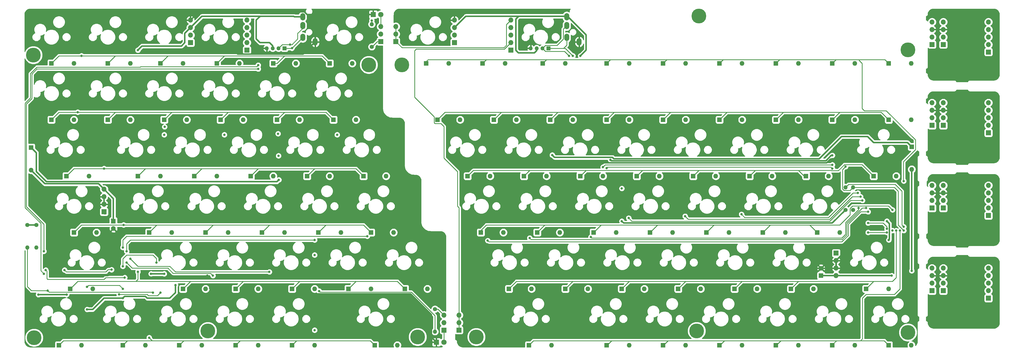
<source format=gtl>
%TF.GenerationSoftware,KiCad,Pcbnew,(5.1.7)-1*%
%TF.CreationDate,2020-12-27T21:22:25+09:00*%
%TF.ProjectId,skb_i2c_lefthand,736b625f-6932-4635-9f6c-65667468616e,rev?*%
%TF.SameCoordinates,Original*%
%TF.FileFunction,Copper,L1,Top*%
%TF.FilePolarity,Positive*%
%FSLAX46Y46*%
G04 Gerber Fmt 4.6, Leading zero omitted, Abs format (unit mm)*
G04 Created by KiCad (PCBNEW (5.1.7)-1) date 2020-12-27 21:22:25*
%MOMM*%
%LPD*%
G01*
G04 APERTURE LIST*
%TA.AperFunction,WasherPad*%
%ADD10C,5.000000*%
%TD*%
%TA.AperFunction,ComponentPad*%
%ADD11R,1.700000X1.700000*%
%TD*%
%TA.AperFunction,ComponentPad*%
%ADD12O,1.700000X1.700000*%
%TD*%
%TA.AperFunction,ComponentPad*%
%ADD13C,1.800000*%
%TD*%
%TA.AperFunction,ComponentPad*%
%ADD14R,1.800000X1.800000*%
%TD*%
%TA.AperFunction,ComponentPad*%
%ADD15R,1.600000X1.600000*%
%TD*%
%TA.AperFunction,ComponentPad*%
%ADD16O,1.600000X1.600000*%
%TD*%
%TA.AperFunction,ComponentPad*%
%ADD17C,1.600000*%
%TD*%
%TA.AperFunction,ComponentPad*%
%ADD18O,1.700000X2.500000*%
%TD*%
%TA.AperFunction,ComponentPad*%
%ADD19O,1.350000X1.350000*%
%TD*%
%TA.AperFunction,ComponentPad*%
%ADD20R,1.350000X1.350000*%
%TD*%
%TA.AperFunction,ComponentPad*%
%ADD21C,1.400000*%
%TD*%
%TA.AperFunction,ComponentPad*%
%ADD22O,1.400000X1.400000*%
%TD*%
%TA.AperFunction,ViaPad*%
%ADD23C,0.800000*%
%TD*%
%TA.AperFunction,Conductor*%
%ADD24C,0.500000*%
%TD*%
%TA.AperFunction,Conductor*%
%ADD25C,0.250000*%
%TD*%
%TA.AperFunction,Conductor*%
%ADD26C,0.254000*%
%TD*%
%TA.AperFunction,Conductor*%
%ADD27C,0.100000*%
%TD*%
G04 APERTURE END LIST*
D10*
%TO.P,Ref\u002A\u002A,*%
%TO.N,*%
X256032000Y-137414000D03*
%TD*%
%TO.P,Ref\u002A\u002A,*%
%TO.N,*%
X256794000Y-30988000D03*
%TD*%
%TO.P,Ref\u002A\u002A,*%
%TO.N,*%
X90932000Y-137414000D03*
%TD*%
%TO.P,Ref\u002A\u002A,*%
%TO.N,*%
X32004000Y-44196000D03*
%TD*%
%TO.P,Ref\u002A\u002A,*%
%TO.N,*%
X145288000Y-47498000D03*
%TD*%
%TO.P,Ref\u002A\u002A,*%
%TO.N,*%
X327406000Y-137922000D03*
%TD*%
%TO.P,Ref\u002A\u002A,*%
%TO.N,*%
X156464000Y-47498000D03*
%TD*%
%TO.P,Ref\u002A\u002A,*%
%TO.N,*%
X327406000Y-42418000D03*
%TD*%
%TO.P,Ref\u002A\u002A,*%
%TO.N,*%
X32258000Y-139700000D03*
%TD*%
%TO.P,Ref\u002A\u002A,*%
%TO.N,*%
X181610000Y-139446000D03*
%TD*%
%TO.P,Ref\u002A\u002A,*%
%TO.N,*%
X161798000Y-139446000D03*
%TD*%
D11*
%TO.P,J10,1*%
%TO.N,G33*%
X154432000Y-39624000D03*
D12*
%TO.P,J10,2*%
X154432000Y-37084000D03*
%TO.P,J10,3*%
X154432000Y-34544000D03*
%TD*%
D11*
%TO.P,J9,1*%
%TO.N,G22*%
X175768000Y-137160000D03*
D12*
%TO.P,J9,2*%
X175768000Y-134620000D03*
%TO.P,J9,3*%
X175768000Y-132080000D03*
%TD*%
%TO.P,J8,3*%
%TO.N,Net-(D85-Pad2)*%
X149352000Y-34544000D03*
%TO.P,J8,2*%
%TO.N,Net-(J8-Pad2)*%
X149352000Y-37084000D03*
D11*
%TO.P,J8,1*%
%TO.N,Net-(J8-Pad1)*%
X149352000Y-39624000D03*
%TD*%
D12*
%TO.P,J7,3*%
%TO.N,Net-(J7-Pad3)*%
X170688000Y-132080000D03*
%TO.P,J7,2*%
%TO.N,Net-(J7-Pad2)*%
X170688000Y-134620000D03*
D11*
%TO.P,J7,1*%
%TO.N,Net-(D84-Pad2)*%
X170688000Y-137160000D03*
%TD*%
D13*
%TO.P,D85,2*%
%TO.N,Net-(D85-Pad2)*%
X149352000Y-30480000D03*
D14*
%TO.P,D85,1*%
%TO.N,L_GND*%
X146812000Y-30480000D03*
%TD*%
D13*
%TO.P,D84,2*%
%TO.N,Net-(D84-Pad2)*%
X170688000Y-141224000D03*
D14*
%TO.P,D84,1*%
%TO.N,L_GND*%
X168148000Y-141224000D03*
%TD*%
D11*
%TO.P,J_PIKO4,1*%
%TO.N,Net-(J_PIKO4-Pad1)*%
X339344000Y-95885000D03*
D12*
%TO.P,J_PIKO4,2*%
%TO.N,Net-(J_PIKO4-Pad2)*%
X339344000Y-93345000D03*
%TO.P,J_PIKO4,3*%
%TO.N,Net-(J_PIKO4-Pad3)*%
X339344000Y-90805000D03*
%TO.P,J_PIKO4,4*%
%TO.N,Net-(J_PIKO4-Pad4)*%
X339344000Y-88265000D03*
%TD*%
D11*
%TO.P,J_PIKO_4E4,1*%
%TO.N,Net-(J_PIKO3-Pad1)*%
X335534000Y-123825000D03*
D12*
%TO.P,J_PIKO_4E4,2*%
%TO.N,Net-(J_PIKO3-Pad2)*%
X335534000Y-121285000D03*
%TO.P,J_PIKO_4E4,3*%
%TO.N,Net-(J_PIKO3-Pad3)*%
X335534000Y-118745000D03*
%TO.P,J_PIKO_4E4,4*%
%TO.N,Net-(J_PIKO3-Pad4)*%
X335534000Y-116205000D03*
%TD*%
D11*
%TO.P,J_PIKO_4E3,1*%
%TO.N,Net-(J_PIKO2-Pad1)*%
X339344000Y-67945000D03*
D12*
%TO.P,J_PIKO_4E3,2*%
%TO.N,Net-(J_PIKO2-Pad2)*%
X339344000Y-65405000D03*
%TO.P,J_PIKO_4E3,3*%
%TO.N,Net-(J_PIKO2-Pad3)*%
X339344000Y-62865000D03*
%TO.P,J_PIKO_4E3,4*%
%TO.N,Net-(J_PIKO2-Pad4)*%
X339344000Y-60325000D03*
%TD*%
D11*
%TO.P,J_PIKO_4E2,1*%
%TO.N,Net-(J_PIKO1-Pad1)*%
X335534000Y-40640000D03*
D12*
%TO.P,J_PIKO_4E2,2*%
%TO.N,Net-(J_PIKO1-Pad2)*%
X335534000Y-38100000D03*
%TO.P,J_PIKO_4E2,3*%
%TO.N,Net-(J_PIKO1-Pad3)*%
X335534000Y-35560000D03*
%TO.P,J_PIKO_4E2,4*%
%TO.N,Net-(J_PIKO1-Pad4)*%
X335534000Y-33020000D03*
%TD*%
D11*
%TO.P,J_PIKO_4E1,1*%
%TO.N,Net-(J_PIKO4-Pad1)*%
X335534000Y-95885000D03*
D12*
%TO.P,J_PIKO_4E1,2*%
%TO.N,Net-(J_PIKO4-Pad2)*%
X335534000Y-93345000D03*
%TO.P,J_PIKO_4E1,3*%
%TO.N,Net-(J_PIKO4-Pad3)*%
X335534000Y-90805000D03*
%TO.P,J_PIKO_4E1,4*%
%TO.N,Net-(J_PIKO4-Pad4)*%
X335534000Y-88265000D03*
%TD*%
D11*
%TO.P,J_PIKO_5,1*%
%TO.N,Net-(J_PIKO_5-Pad1)*%
X354584000Y-70485000D03*
D12*
%TO.P,J_PIKO_5,2*%
%TO.N,Net-(J_PIKO_5-Pad2)*%
X354584000Y-67945000D03*
%TO.P,J_PIKO_5,3*%
%TO.N,Net-(J_PIKO_5-Pad3)*%
X354584000Y-65405000D03*
%TO.P,J_PIKO_5,4*%
%TO.N,Net-(J_PIKO_5-Pad4)*%
X354584000Y-62865000D03*
%TO.P,J_PIKO_5,5*%
%TO.N,Net-(J_PIKO_5-Pad5)*%
X354584000Y-60325000D03*
%TD*%
D11*
%TO.P,J_PIKO_3,1*%
%TO.N,Net-(J_PIKO_3-Pad1)*%
X354584000Y-126365000D03*
D12*
%TO.P,J_PIKO_3,2*%
%TO.N,Net-(J_PIKO_3-Pad2)*%
X354584000Y-123825000D03*
%TO.P,J_PIKO_3,3*%
%TO.N,Net-(J_PIKO_3-Pad3)*%
X354584000Y-121285000D03*
%TO.P,J_PIKO_3,4*%
%TO.N,Net-(J_PIKO_3-Pad4)*%
X354584000Y-118745000D03*
%TO.P,J_PIKO_3,5*%
%TO.N,Net-(J_PIKO_3-Pad5)*%
X354584000Y-116205000D03*
%TD*%
D11*
%TO.P,J_PIKO_2,1*%
%TO.N,Net-(J_PIKO_2-Pad1)*%
X354584000Y-98425000D03*
D12*
%TO.P,J_PIKO_2,2*%
%TO.N,Net-(J_PIKO_2-Pad2)*%
X354584000Y-95885000D03*
%TO.P,J_PIKO_2,3*%
%TO.N,Net-(J_PIKO_2-Pad3)*%
X354584000Y-93345000D03*
%TO.P,J_PIKO_2,4*%
%TO.N,Net-(J_PIKO_2-Pad4)*%
X354584000Y-90805000D03*
%TO.P,J_PIKO_2,5*%
%TO.N,Net-(J_PIKO_2-Pad5)*%
X354584000Y-88265000D03*
%TD*%
D11*
%TO.P,J_PIKO_1,1*%
%TO.N,Net-(J_PIKO_1-Pad1)*%
X354584000Y-43180000D03*
D12*
%TO.P,J_PIKO_1,2*%
%TO.N,Net-(J_PIKO_1-Pad2)*%
X354584000Y-40640000D03*
%TO.P,J_PIKO_1,3*%
%TO.N,Net-(J_PIKO_1-Pad3)*%
X354584000Y-38100000D03*
%TO.P,J_PIKO_1,4*%
%TO.N,Net-(J_PIKO_1-Pad4)*%
X354584000Y-35560000D03*
%TO.P,J_PIKO_1,5*%
%TO.N,Net-(J_PIKO_1-Pad5)*%
X354584000Y-33020000D03*
%TD*%
D11*
%TO.P,J_PIKO3,1*%
%TO.N,Net-(J_PIKO3-Pad1)*%
X339344000Y-123825000D03*
D12*
%TO.P,J_PIKO3,2*%
%TO.N,Net-(J_PIKO3-Pad2)*%
X339344000Y-121285000D03*
%TO.P,J_PIKO3,3*%
%TO.N,Net-(J_PIKO3-Pad3)*%
X339344000Y-118745000D03*
%TO.P,J_PIKO3,4*%
%TO.N,Net-(J_PIKO3-Pad4)*%
X339344000Y-116205000D03*
%TD*%
D11*
%TO.P,J_PIKO2,1*%
%TO.N,Net-(J_PIKO2-Pad1)*%
X335534000Y-67945000D03*
D12*
%TO.P,J_PIKO2,2*%
%TO.N,Net-(J_PIKO2-Pad2)*%
X335534000Y-65405000D03*
%TO.P,J_PIKO2,3*%
%TO.N,Net-(J_PIKO2-Pad3)*%
X335534000Y-62865000D03*
%TO.P,J_PIKO2,4*%
%TO.N,Net-(J_PIKO2-Pad4)*%
X335534000Y-60325000D03*
%TD*%
D11*
%TO.P,J_PIKO1,1*%
%TO.N,Net-(J_PIKO1-Pad1)*%
X339344000Y-40640000D03*
D12*
%TO.P,J_PIKO1,2*%
%TO.N,Net-(J_PIKO1-Pad2)*%
X339344000Y-38100000D03*
%TO.P,J_PIKO1,3*%
%TO.N,Net-(J_PIKO1-Pad3)*%
X339344000Y-35560000D03*
%TO.P,J_PIKO1,4*%
%TO.N,Net-(J_PIKO1-Pad4)*%
X339344000Y-33020000D03*
%TD*%
D15*
%TO.P,SW85,1*%
%TO.N,VCC3P3V*%
X328676000Y-75184000D03*
D16*
%TO.P,SW85,2*%
%TO.N,VCC3P3V_T*%
X328676000Y-82804000D03*
%TD*%
%TO.P,SW84,2*%
%TO.N,L_VCC3P3V_T*%
X31242000Y-83058000D03*
D15*
%TO.P,SW84,1*%
%TO.N,L_VCC3P3V*%
X31242000Y-75438000D03*
%TD*%
D16*
%TO.P,D32,2*%
%TO.N,Net-(D32-Pad2)*%
X140970000Y-66040000D03*
D15*
%TO.P,D32,1*%
%TO.N,L_ROW_1*%
X133350000Y-66040000D03*
%TD*%
D16*
%TO.P,D1,2*%
%TO.N,Net-(D1-Pad2)*%
X45720000Y-46990000D03*
D15*
%TO.P,D1,1*%
%TO.N,L_ROW_0*%
X38100000Y-46990000D03*
%TD*%
D16*
%TO.P,D2,2*%
%TO.N,Net-(D2-Pad2)*%
X45720000Y-66040000D03*
D15*
%TO.P,D2,1*%
%TO.N,L_ROW_1*%
X38100000Y-66040000D03*
%TD*%
D16*
%TO.P,D3,2*%
%TO.N,Net-(D3-Pad2)*%
X50800000Y-85090000D03*
D15*
%TO.P,D3,1*%
%TO.N,L_ROW_2*%
X43180000Y-85090000D03*
%TD*%
D16*
%TO.P,D4,2*%
%TO.N,Net-(D4-Pad2)*%
X53340000Y-104140000D03*
D15*
%TO.P,D4,1*%
%TO.N,L_ROW_3*%
X45720000Y-104140000D03*
%TD*%
D16*
%TO.P,D5,2*%
%TO.N,Net-(D5-Pad2)*%
X52070000Y-123190000D03*
D15*
%TO.P,D5,1*%
%TO.N,L_ROW_4*%
X44450000Y-123190000D03*
%TD*%
D16*
%TO.P,D6,2*%
%TO.N,Net-(D6-Pad2)*%
X48260000Y-142240000D03*
D15*
%TO.P,D6,1*%
%TO.N,L_ROW_5*%
X40640000Y-142240000D03*
%TD*%
D16*
%TO.P,D7,2*%
%TO.N,Net-(D7-Pad2)*%
X64770000Y-46990000D03*
D15*
%TO.P,D7,1*%
%TO.N,L_ROW_0*%
X57150000Y-46990000D03*
%TD*%
D16*
%TO.P,D8,2*%
%TO.N,Net-(D8-Pad2)*%
X64770000Y-66040000D03*
D15*
%TO.P,D8,1*%
%TO.N,L_ROW_1*%
X57150000Y-66040000D03*
%TD*%
D16*
%TO.P,D9,2*%
%TO.N,Net-(D9-Pad2)*%
X74930000Y-85090000D03*
D15*
%TO.P,D9,1*%
%TO.N,L_ROW_2*%
X67310000Y-85090000D03*
%TD*%
D16*
%TO.P,D10,2*%
%TO.N,Net-(D10-Pad2)*%
X78740000Y-104140000D03*
D15*
%TO.P,D10,1*%
%TO.N,L_ROW_3*%
X71120000Y-104140000D03*
%TD*%
D16*
%TO.P,D11,2*%
%TO.N,Net-(D11-Pad2)*%
X90170000Y-123190000D03*
D15*
%TO.P,D11,1*%
%TO.N,L_ROW_4*%
X82550000Y-123190000D03*
%TD*%
D16*
%TO.P,D12,2*%
%TO.N,Net-(D12-Pad2)*%
X69850000Y-142240000D03*
D15*
%TO.P,D12,1*%
%TO.N,L_ROW_5*%
X62230000Y-142240000D03*
%TD*%
D16*
%TO.P,D13,2*%
%TO.N,Net-(D13-Pad2)*%
X82550000Y-46990000D03*
D15*
%TO.P,D13,1*%
%TO.N,L_ROW_0*%
X74930000Y-46990000D03*
%TD*%
D16*
%TO.P,D14,2*%
%TO.N,Net-(D14-Pad2)*%
X83820000Y-66040000D03*
D15*
%TO.P,D14,1*%
%TO.N,L_ROW_1*%
X76200000Y-66040000D03*
%TD*%
D16*
%TO.P,D15,2*%
%TO.N,Net-(D15-Pad2)*%
X93980000Y-85090000D03*
D15*
%TO.P,D15,1*%
%TO.N,L_ROW_2*%
X86360000Y-85090000D03*
%TD*%
D16*
%TO.P,D16,2*%
%TO.N,Net-(D16-Pad2)*%
X97790000Y-104140000D03*
D15*
%TO.P,D16,1*%
%TO.N,L_ROW_3*%
X90170000Y-104140000D03*
%TD*%
D16*
%TO.P,D17,2*%
%TO.N,Net-(D17-Pad2)*%
X107950000Y-123190000D03*
D15*
%TO.P,D17,1*%
%TO.N,L_ROW_4*%
X100330000Y-123190000D03*
%TD*%
D16*
%TO.P,D18,2*%
%TO.N,Net-(D18-Pad2)*%
X88900000Y-142240000D03*
D15*
%TO.P,D18,1*%
%TO.N,L_ROW_5*%
X81280000Y-142240000D03*
%TD*%
D16*
%TO.P,D19,2*%
%TO.N,Net-(D19-Pad2)*%
X101600000Y-46990000D03*
D15*
%TO.P,D19,1*%
%TO.N,L_ROW_0*%
X93980000Y-46990000D03*
%TD*%
D16*
%TO.P,D20,2*%
%TO.N,Net-(D20-Pad2)*%
X102870000Y-66040000D03*
D15*
%TO.P,D20,1*%
%TO.N,L_ROW_1*%
X95250000Y-66040000D03*
%TD*%
D16*
%TO.P,D21,2*%
%TO.N,Net-(D21-Pad2)*%
X113030000Y-85090000D03*
D15*
%TO.P,D21,1*%
%TO.N,L_ROW_2*%
X105410000Y-85090000D03*
%TD*%
D16*
%TO.P,D22,2*%
%TO.N,Net-(D22-Pad2)*%
X116840000Y-104140000D03*
D15*
%TO.P,D22,1*%
%TO.N,L_ROW_3*%
X109220000Y-104140000D03*
%TD*%
D16*
%TO.P,D23,2*%
%TO.N,Net-(D23-Pad2)*%
X127000000Y-123190000D03*
D15*
%TO.P,D23,1*%
%TO.N,L_ROW_4*%
X119380000Y-123190000D03*
%TD*%
D16*
%TO.P,D24,2*%
%TO.N,Net-(D24-Pad2)*%
X107950000Y-142240000D03*
D15*
%TO.P,D24,1*%
%TO.N,L_ROW_5*%
X100330000Y-142240000D03*
%TD*%
D16*
%TO.P,D25,2*%
%TO.N,Net-(D25-Pad2)*%
X120650000Y-46990000D03*
D15*
%TO.P,D25,1*%
%TO.N,L_ROW_0*%
X113030000Y-46990000D03*
%TD*%
D16*
%TO.P,D26,2*%
%TO.N,Net-(D26-Pad2)*%
X121920000Y-66040000D03*
D15*
%TO.P,D26,1*%
%TO.N,L_ROW_1*%
X114300000Y-66040000D03*
%TD*%
D16*
%TO.P,D27,2*%
%TO.N,Net-(D27-Pad2)*%
X132080000Y-85090000D03*
D15*
%TO.P,D27,1*%
%TO.N,L_ROW_2*%
X124460000Y-85090000D03*
%TD*%
D16*
%TO.P,D28,2*%
%TO.N,Net-(D28-Pad2)*%
X135890000Y-104140000D03*
D15*
%TO.P,D28,1*%
%TO.N,L_ROW_3*%
X128270000Y-104140000D03*
%TD*%
D16*
%TO.P,D29,2*%
%TO.N,Net-(D29-Pad2)*%
X146050000Y-123190000D03*
D15*
%TO.P,D29,1*%
%TO.N,L_ROW_4*%
X138430000Y-123190000D03*
%TD*%
D16*
%TO.P,D30,2*%
%TO.N,Net-(D30-Pad2)*%
X127000000Y-142240000D03*
D15*
%TO.P,D30,1*%
%TO.N,L_ROW_5*%
X119380000Y-142240000D03*
%TD*%
D16*
%TO.P,D31,2*%
%TO.N,Net-(D31-Pad2)*%
X139700000Y-46990000D03*
D15*
%TO.P,D31,1*%
%TO.N,L_ROW_0*%
X132080000Y-46990000D03*
%TD*%
D16*
%TO.P,D33,2*%
%TO.N,Net-(D33-Pad2)*%
X151130000Y-85090000D03*
D15*
%TO.P,D33,1*%
%TO.N,L_ROW_2*%
X143510000Y-85090000D03*
%TD*%
D16*
%TO.P,D34,2*%
%TO.N,Net-(D34-Pad2)*%
X153670000Y-104140000D03*
D15*
%TO.P,D34,1*%
%TO.N,L_ROW_3*%
X146050000Y-104140000D03*
%TD*%
D16*
%TO.P,D35,2*%
%TO.N,Net-(D35-Pad2)*%
X165100000Y-123190000D03*
D15*
%TO.P,D35,1*%
%TO.N,L_ROW_4*%
X157480000Y-123190000D03*
%TD*%
D16*
%TO.P,D36,2*%
%TO.N,Net-(D36-Pad2)*%
X154940000Y-142240000D03*
D15*
%TO.P,D36,1*%
%TO.N,L_ROW_5*%
X147320000Y-142240000D03*
%TD*%
D17*
%TO.P,C1,2*%
%TO.N,L_GND*%
X59055000Y-102830000D03*
D15*
%TO.P,C1,1*%
%TO.N,L_VCC3P3V_T*%
X59055000Y-100330000D03*
%TD*%
D17*
%TO.P,C2,2*%
%TO.N,GND*%
X298069000Y-116245000D03*
D15*
%TO.P,C2,1*%
%TO.N,VCC3P3V_T*%
X298069000Y-118745000D03*
%TD*%
D16*
%TO.P,D37,2*%
%TO.N,Net-(D37-Pad2)*%
X172339000Y-46990000D03*
D15*
%TO.P,D37,1*%
%TO.N,ROW_0*%
X164719000Y-46990000D03*
%TD*%
%TO.P,D38,1*%
%TO.N,ROW_1*%
X168529000Y-66040000D03*
D16*
%TO.P,D38,2*%
%TO.N,Net-(D38-Pad2)*%
X176149000Y-66040000D03*
%TD*%
D15*
%TO.P,D39,1*%
%TO.N,ROW_2*%
X178689000Y-85090000D03*
D16*
%TO.P,D39,2*%
%TO.N,Net-(D39-Pad2)*%
X186309000Y-85090000D03*
%TD*%
%TO.P,D40,2*%
%TO.N,Net-(D40-Pad2)*%
X190754000Y-104140000D03*
D15*
%TO.P,D40,1*%
%TO.N,ROW_3*%
X183134000Y-104140000D03*
%TD*%
D16*
%TO.P,D41,2*%
%TO.N,Net-(D41-Pad2)*%
X200279000Y-123190000D03*
D15*
%TO.P,D41,1*%
%TO.N,ROW_4*%
X192659000Y-123190000D03*
%TD*%
%TO.P,D42,1*%
%TO.N,ROW_5*%
X199390000Y-142240000D03*
D16*
%TO.P,D42,2*%
%TO.N,Net-(D42-Pad2)*%
X207010000Y-142240000D03*
%TD*%
%TO.P,D43,2*%
%TO.N,Net-(D43-Pad2)*%
X191389000Y-46990000D03*
D15*
%TO.P,D43,1*%
%TO.N,ROW_0*%
X183769000Y-46990000D03*
%TD*%
D16*
%TO.P,D44,2*%
%TO.N,Net-(D44-Pad2)*%
X195199000Y-66040000D03*
D15*
%TO.P,D44,1*%
%TO.N,ROW_1*%
X187579000Y-66040000D03*
%TD*%
D16*
%TO.P,D45,2*%
%TO.N,Net-(D45-Pad2)*%
X205359000Y-85090000D03*
D15*
%TO.P,D45,1*%
%TO.N,ROW_2*%
X197739000Y-85090000D03*
%TD*%
%TO.P,D46,1*%
%TO.N,ROW_3*%
X202184000Y-104140000D03*
D16*
%TO.P,D46,2*%
%TO.N,Net-(D46-Pad2)*%
X209804000Y-104140000D03*
%TD*%
%TO.P,D47,2*%
%TO.N,Net-(D47-Pad2)*%
X219329000Y-123190000D03*
D15*
%TO.P,D47,1*%
%TO.N,ROW_4*%
X211709000Y-123190000D03*
%TD*%
D16*
%TO.P,D48,2*%
%TO.N,Net-(D48-Pad2)*%
X233299000Y-142240000D03*
D15*
%TO.P,D48,1*%
%TO.N,ROW_5*%
X225679000Y-142240000D03*
%TD*%
D16*
%TO.P,D49,2*%
%TO.N,Net-(D49-Pad2)*%
X211709000Y-46990000D03*
D15*
%TO.P,D49,1*%
%TO.N,ROW_0*%
X204089000Y-46990000D03*
%TD*%
D16*
%TO.P,D50,2*%
%TO.N,Net-(D50-Pad2)*%
X214249000Y-66040000D03*
D15*
%TO.P,D50,1*%
%TO.N,ROW_1*%
X206629000Y-66040000D03*
%TD*%
D16*
%TO.P,D51,2*%
%TO.N,Net-(D51-Pad2)*%
X224409000Y-85090000D03*
D15*
%TO.P,D51,1*%
%TO.N,ROW_2*%
X216789000Y-85090000D03*
%TD*%
%TO.P,D52,1*%
%TO.N,ROW_3*%
X221234000Y-104140000D03*
D16*
%TO.P,D52,2*%
%TO.N,Net-(D52-Pad2)*%
X228854000Y-104140000D03*
%TD*%
%TO.P,D53,2*%
%TO.N,Net-(D53-Pad2)*%
X238379000Y-123190000D03*
D15*
%TO.P,D53,1*%
%TO.N,ROW_4*%
X230759000Y-123190000D03*
%TD*%
%TO.P,D54,1*%
%TO.N,ROW_5*%
X244729000Y-142240000D03*
D16*
%TO.P,D54,2*%
%TO.N,Net-(D54-Pad2)*%
X252349000Y-142240000D03*
%TD*%
D15*
%TO.P,D55,1*%
%TO.N,ROW_0*%
X225679000Y-46990000D03*
D16*
%TO.P,D55,2*%
%TO.N,Net-(D55-Pad2)*%
X233299000Y-46990000D03*
%TD*%
D15*
%TO.P,D56,1*%
%TO.N,ROW_1*%
X225679000Y-66040000D03*
D16*
%TO.P,D56,2*%
%TO.N,Net-(D56-Pad2)*%
X233299000Y-66040000D03*
%TD*%
D15*
%TO.P,D57,1*%
%TO.N,ROW_2*%
X235839000Y-85090000D03*
D16*
%TO.P,D57,2*%
%TO.N,Net-(D57-Pad2)*%
X243459000Y-85090000D03*
%TD*%
D15*
%TO.P,D58,1*%
%TO.N,ROW_3*%
X240284000Y-104140000D03*
D16*
%TO.P,D58,2*%
%TO.N,Net-(D58-Pad2)*%
X247904000Y-104140000D03*
%TD*%
D15*
%TO.P,D59,1*%
%TO.N,ROW_4*%
X249809000Y-123190000D03*
D16*
%TO.P,D59,2*%
%TO.N,Net-(D59-Pad2)*%
X257429000Y-123190000D03*
%TD*%
D15*
%TO.P,D60,1*%
%TO.N,ROW_5*%
X263779000Y-142240000D03*
D16*
%TO.P,D60,2*%
%TO.N,Net-(D60-Pad2)*%
X271399000Y-142240000D03*
%TD*%
%TO.P,D61,2*%
%TO.N,Net-(D61-Pad2)*%
X252349000Y-46990000D03*
D15*
%TO.P,D61,1*%
%TO.N,ROW_0*%
X244729000Y-46990000D03*
%TD*%
%TO.P,D62,1*%
%TO.N,ROW_1*%
X244729000Y-66040000D03*
D16*
%TO.P,D62,2*%
%TO.N,Net-(D62-Pad2)*%
X252349000Y-66040000D03*
%TD*%
D15*
%TO.P,D63,1*%
%TO.N,ROW_2*%
X254889000Y-85090000D03*
D16*
%TO.P,D63,2*%
%TO.N,Net-(D63-Pad2)*%
X262509000Y-85090000D03*
%TD*%
%TO.P,D64,2*%
%TO.N,Net-(D64-Pad2)*%
X266954000Y-104140000D03*
D15*
%TO.P,D64,1*%
%TO.N,ROW_3*%
X259334000Y-104140000D03*
%TD*%
D16*
%TO.P,D65,2*%
%TO.N,Net-(D65-Pad2)*%
X276479000Y-123190000D03*
D15*
%TO.P,D65,1*%
%TO.N,ROW_4*%
X268859000Y-123190000D03*
%TD*%
D16*
%TO.P,D66,2*%
%TO.N,Net-(D66-Pad2)*%
X290449000Y-142240000D03*
D15*
%TO.P,D66,1*%
%TO.N,ROW_5*%
X282829000Y-142240000D03*
%TD*%
%TO.P,D67,1*%
%TO.N,ROW_0*%
X263779000Y-46990000D03*
D16*
%TO.P,D67,2*%
%TO.N,Net-(D67-Pad2)*%
X271399000Y-46990000D03*
%TD*%
%TO.P,D68,2*%
%TO.N,Net-(D68-Pad2)*%
X271399000Y-66040000D03*
D15*
%TO.P,D68,1*%
%TO.N,ROW_1*%
X263779000Y-66040000D03*
%TD*%
D16*
%TO.P,D69,2*%
%TO.N,Net-(D69-Pad2)*%
X281559000Y-85090000D03*
D15*
%TO.P,D69,1*%
%TO.N,ROW_2*%
X273939000Y-85090000D03*
%TD*%
%TO.P,D70,1*%
%TO.N,ROW_3*%
X278384000Y-104140000D03*
D16*
%TO.P,D70,2*%
%TO.N,Net-(D70-Pad2)*%
X286004000Y-104140000D03*
%TD*%
D15*
%TO.P,D71,1*%
%TO.N,ROW_4*%
X287909000Y-123190000D03*
D16*
%TO.P,D71,2*%
%TO.N,Net-(D71-Pad2)*%
X295529000Y-123190000D03*
%TD*%
D15*
%TO.P,D72,1*%
%TO.N,ROW_5*%
X301879000Y-142240000D03*
D16*
%TO.P,D72,2*%
%TO.N,Net-(D72-Pad2)*%
X309499000Y-142240000D03*
%TD*%
%TO.P,D73,2*%
%TO.N,Net-(D73-Pad2)*%
X290449000Y-46990000D03*
D15*
%TO.P,D73,1*%
%TO.N,ROW_0*%
X282829000Y-46990000D03*
%TD*%
%TO.P,D74,1*%
%TO.N,ROW_1*%
X282829000Y-66040000D03*
D16*
%TO.P,D74,2*%
%TO.N,Net-(D74-Pad2)*%
X290449000Y-66040000D03*
%TD*%
%TO.P,D75,2*%
%TO.N,Net-(D75-Pad2)*%
X300609000Y-85090000D03*
D15*
%TO.P,D75,1*%
%TO.N,ROW_2*%
X292989000Y-85090000D03*
%TD*%
D16*
%TO.P,D76,2*%
%TO.N,Net-(D76-Pad2)*%
X304419000Y-104140000D03*
D15*
%TO.P,D76,1*%
%TO.N,ROW_3*%
X296799000Y-104140000D03*
%TD*%
%TO.P,D77,1*%
%TO.N,ROW_4*%
X313309000Y-123190000D03*
D16*
%TO.P,D77,2*%
%TO.N,Net-(D77-Pad2)*%
X320929000Y-123190000D03*
%TD*%
%TO.P,D78,2*%
%TO.N,Net-(D78-Pad2)*%
X328549000Y-142240000D03*
D15*
%TO.P,D78,1*%
%TO.N,ROW_5*%
X320929000Y-142240000D03*
%TD*%
%TO.P,D79,1*%
%TO.N,ROW_0*%
X301879000Y-46990000D03*
D16*
%TO.P,D79,2*%
%TO.N,Net-(D79-Pad2)*%
X309499000Y-46990000D03*
%TD*%
%TO.P,D80,2*%
%TO.N,Net-(D80-Pad2)*%
X309499000Y-66040000D03*
D15*
%TO.P,D80,1*%
%TO.N,ROW_1*%
X301879000Y-66040000D03*
%TD*%
%TO.P,D81,1*%
%TO.N,ROW_2*%
X315849000Y-85090000D03*
D16*
%TO.P,D81,2*%
%TO.N,Net-(D81-Pad2)*%
X323469000Y-85090000D03*
%TD*%
%TO.P,D82,2*%
%TO.N,Net-(D82-Pad2)*%
X328549000Y-46990000D03*
D15*
%TO.P,D82,1*%
%TO.N,ROW_0*%
X320929000Y-46990000D03*
%TD*%
%TO.P,D83,1*%
%TO.N,ROW_1*%
X320929000Y-66040000D03*
D16*
%TO.P,D83,2*%
%TO.N,Net-(D83-Pad2)*%
X328549000Y-66040000D03*
%TD*%
D18*
%TO.P,J1,B*%
%TO.N,L_VCC5V*%
X122995000Y-31240000D03*
%TO.P,J1,C*%
%TO.N,L_SDA_GROVE*%
X122995000Y-34240000D03*
%TO.P,J1,D*%
%TO.N,L_SCL_GROVE*%
X122995000Y-38240000D03*
%TO.P,J1,A*%
%TO.N,L_GND*%
X127195000Y-39740000D03*
%TD*%
D11*
%TO.P,J2,1*%
%TO.N,L_VCC3P3V*%
X104140000Y-42545000D03*
D12*
%TO.P,J2,2*%
%TO.N,L_G22*%
X104140000Y-40005000D03*
%TO.P,J2,3*%
%TO.N,L_G19*%
X104140000Y-37465000D03*
%TO.P,J2,4*%
%TO.N,L_G23*%
X104140000Y-34925000D03*
%TO.P,J2,5*%
%TO.N,L_G33*%
X104140000Y-32385000D03*
%TD*%
D19*
%TO.P,J3,4*%
%TO.N,L_GND*%
X110840000Y-41910000D03*
%TO.P,J3,3*%
%TO.N,L_VCC5V*%
X112840000Y-41910000D03*
%TO.P,J3,2*%
%TO.N,L_SDA_GROVE*%
X114840000Y-41910000D03*
D20*
%TO.P,J3,1*%
%TO.N,L_SCL_GROVE*%
X116840000Y-41910000D03*
%TD*%
D11*
%TO.P,J4,1*%
%TO.N,L_VIN*%
X55880000Y-97155000D03*
D12*
%TO.P,J4,2*%
%TO.N,L_GND*%
X55880000Y-94615000D03*
%TO.P,J4,3*%
X55880000Y-92075000D03*
%TO.P,J4,4*%
%TO.N,L_VCC3P3V_T*%
X55880000Y-89535000D03*
%TD*%
%TO.P,J5,4*%
%TO.N,L_GND*%
X85090000Y-32385000D03*
%TO.P,J5,3*%
%TO.N,L_VCC5V*%
X85090000Y-34925000D03*
%TO.P,J5,2*%
%TO.N,L_G25*%
X85090000Y-37465000D03*
D11*
%TO.P,J5,1*%
%TO.N,L_G21*%
X85090000Y-40005000D03*
%TD*%
%TO.P,J6,1*%
%TO.N,VIN*%
X303149000Y-111125000D03*
D12*
%TO.P,J6,2*%
%TO.N,GND*%
X303149000Y-113665000D03*
%TO.P,J6,3*%
X303149000Y-116205000D03*
%TO.P,J6,4*%
%TO.N,VCC3P3V_T*%
X303149000Y-118745000D03*
%TD*%
D18*
%TO.P,J2_TRRS1,B*%
%TO.N,VCC5V*%
X212149000Y-31240000D03*
%TO.P,J2_TRRS1,C*%
%TO.N,SDA_GROVE*%
X212149000Y-34240000D03*
%TO.P,J2_TRRS1,D*%
%TO.N,SCL_GROVE*%
X212149000Y-38240000D03*
%TO.P,J2_TRRS1,A*%
%TO.N,GND*%
X216349000Y-39740000D03*
%TD*%
D11*
%TO.P,J3_PIKO_L1,1*%
%TO.N,VCC3P3V*%
X193294000Y-42545000D03*
D12*
%TO.P,J3_PIKO_L1,2*%
%TO.N,G22*%
X193294000Y-40005000D03*
%TO.P,J3_PIKO_L1,3*%
%TO.N,G19*%
X193294000Y-37465000D03*
%TO.P,J3_PIKO_L1,4*%
%TO.N,G23*%
X193294000Y-34925000D03*
%TO.P,J3_PIKO_L1,5*%
%TO.N,G33*%
X193294000Y-32385000D03*
%TD*%
%TO.P,J3_PIKO_R1,4*%
%TO.N,GND*%
X174244000Y-32385000D03*
%TO.P,J3_PIKO_R1,3*%
%TO.N,VCC5V*%
X174244000Y-34925000D03*
%TO.P,J3_PIKO_R1,2*%
%TO.N,G25*%
X174244000Y-37465000D03*
D11*
%TO.P,J3_PIKO_R1,1*%
%TO.N,G21*%
X174244000Y-40005000D03*
%TD*%
D19*
%TO.P,J4_GROVE1,4*%
%TO.N,GND*%
X199994000Y-41910000D03*
%TO.P,J4_GROVE1,3*%
%TO.N,VCC5V*%
X201994000Y-41910000D03*
%TO.P,J4_GROVE1,2*%
%TO.N,SDA_GROVE*%
X203994000Y-41910000D03*
D20*
%TO.P,J4_GROVE1,1*%
%TO.N,SCL_GROVE*%
X205994000Y-41910000D03*
%TD*%
D21*
%TO.P,R1,1*%
%TO.N,L_VCC5V*%
X29972000Y-101600000D03*
D22*
%TO.P,R1,2*%
%TO.N,L_SDA_MCP*%
X29972000Y-109220000D03*
%TD*%
%TO.P,R2,2*%
%TO.N,L_SCL_MCP*%
X33020000Y-109220000D03*
D21*
%TO.P,R2,1*%
%TO.N,L_VCC5V*%
X33020000Y-101600000D03*
%TD*%
%TO.P,R3,1*%
%TO.N,VCC5V*%
X308864000Y-96520000D03*
D22*
%TO.P,R3,2*%
%TO.N,SDA_MCP*%
X308864000Y-88900000D03*
%TD*%
%TO.P,R4,2*%
%TO.N,SCL_MCP*%
X306324000Y-88900000D03*
D21*
%TO.P,R4,1*%
%TO.N,VCC5V*%
X306324000Y-96520000D03*
%TD*%
D22*
%TO.P,R5,2*%
%TO.N,L_G22*%
X167640000Y-137668000D03*
D21*
%TO.P,R5,1*%
%TO.N,Net-(J7-Pad3)*%
X167640000Y-130048000D03*
%TD*%
%TO.P,R6,1*%
%TO.N,Net-(J8-Pad1)*%
X146304000Y-41402000D03*
D22*
%TO.P,R6,2*%
%TO.N,L_G33*%
X146304000Y-33782000D03*
%TD*%
D23*
%TO.N,VCC3P3V*%
X207264000Y-77978000D03*
%TO.N,GND*%
X316484000Y-105410000D03*
X301879000Y-79375000D03*
X220599000Y-117602000D03*
X205994000Y-80010000D03*
X187960000Y-137160000D03*
X198120000Y-137160000D03*
X223520000Y-137160000D03*
X243840000Y-137160000D03*
X279400000Y-137160000D03*
X264160000Y-137160000D03*
X302260000Y-137160000D03*
X317500000Y-137160000D03*
X180340000Y-129540000D03*
X180340000Y-121920000D03*
X180340000Y-111760000D03*
X180340000Y-101600000D03*
X198120000Y-99060000D03*
X218440000Y-99060000D03*
X193040000Y-88900000D03*
X248920000Y-88900000D03*
X269240000Y-88900000D03*
X187960000Y-71120000D03*
X248920000Y-68580000D03*
X266700000Y-68580000D03*
X157480000Y-30480000D03*
X327660000Y-124460000D03*
X284480000Y-116840000D03*
X264160000Y-116840000D03*
X246380000Y-116840000D03*
X203200000Y-116840000D03*
X177800000Y-140970000D03*
X317500000Y-66040000D03*
X328930000Y-73025000D03*
X264795000Y-76200000D03*
X284480000Y-76200000D03*
X245745000Y-76200000D03*
X177800000Y-81280000D03*
X215265000Y-104140000D03*
X209220010Y-29539990D03*
X197485000Y-40640000D03*
X208280000Y-34925000D03*
X215265000Y-41910000D03*
X213995000Y-34290000D03*
X168910000Y-40005000D03*
X172085000Y-66040000D03*
X328930000Y-79375000D03*
X313055000Y-127635000D03*
X306705000Y-123190000D03*
X288290000Y-90805000D03*
%TO.N,ROW_0*%
X325984500Y-86765500D03*
%TO.N,ROW_3*%
X322199000Y-103505000D03*
X322199000Y-96520000D03*
%TO.N,ROW_4*%
X323469000Y-103505000D03*
X323469000Y-103505000D03*
%TO.N,ROW_5*%
X324739000Y-103505000D03*
%TO.N,Net-(D30-Pad2)*%
X127000000Y-137160000D03*
%TO.N,COL_0*%
X313944000Y-97155000D03*
X185457750Y-106896250D03*
%TO.N,COL_1*%
X313309000Y-95885000D03*
X199644000Y-106045000D03*
%TO.N,COL_2*%
X310769000Y-95885000D03*
X220281500Y-105727500D03*
%TO.N,COL_3*%
X312039000Y-93345000D03*
X233082750Y-99276250D03*
%TO.N,COL_4*%
X311404000Y-92075000D03*
X252132750Y-98641250D03*
%TO.N,COL_5*%
X271182750Y-98006250D03*
X310515000Y-90805000D03*
%TO.N,SDA_GROVE*%
X212979000Y-44450000D03*
X301879000Y-81280000D03*
X224409000Y-82042000D03*
%TO.N,SCL_GROVE*%
X214249000Y-44450000D03*
X301879000Y-82550000D03*
X225679000Y-82363600D03*
%TO.N,SDA_MCP*%
X306324000Y-81915000D03*
X326009000Y-103505000D03*
%TO.N,SCL_MCP*%
X326009000Y-102235000D03*
%TO.N,Net-(JP2-Pad2)*%
X62230000Y-123190000D03*
X62230000Y-123190000D03*
X50165000Y-122555000D03*
%TO.N,Net-(D23-Pad2)*%
X127000000Y-111760000D03*
%TO.N,Net-(JP_A1-Pad2)*%
X313944000Y-104140000D03*
X320294000Y-104140000D03*
%TO.N,Net-(JP_A2-Pad2)*%
X313944000Y-100965000D03*
X320294000Y-102870000D03*
%TO.N,L_ROW_0*%
X48260000Y-44450000D03*
%TO.N,L_ROW_1*%
X46990000Y-63500000D03*
%TO.N,L_ROW_2*%
X55880000Y-82550000D03*
%TO.N,L_ROW_3*%
X62484000Y-101600000D03*
%TO.N,L_ROW_4*%
X67310000Y-117475000D03*
%TO.N,L_ROW_5*%
X71120000Y-139700000D03*
%TO.N,L_SDA_GROVE*%
X35560000Y-118110000D03*
X107950000Y-47625000D03*
X118745000Y-40640000D03*
%TO.N,L_SCL_GROVE*%
X119352500Y-41882500D03*
X107950000Y-48895000D03*
X35560000Y-110490000D03*
%TO.N,L_SCL_MCP*%
X36195000Y-116840000D03*
X62865000Y-119380000D03*
%TO.N,L_SDA_MCP*%
X36830000Y-123825000D03*
X72390000Y-124460000D03*
%TO.N,L_COL_0*%
X58420000Y-116734992D03*
X42545000Y-116840000D03*
%TO.N,L_COL_1*%
X62230000Y-115570000D03*
X60960000Y-125095000D03*
X74930000Y-124460000D03*
X73602500Y-114357500D03*
%TO.N,L_COL_2*%
X92652500Y-118745000D03*
X63500000Y-114300000D03*
X76330000Y-68450000D03*
%TO.N,L_COL_3*%
X111702500Y-117475000D03*
X64770000Y-113030000D03*
X96520000Y-71120000D03*
%TO.N,L_COL_4*%
X127000000Y-106680000D03*
X63500000Y-110490000D03*
%TO.N,L_COL_5*%
X144780000Y-105410000D03*
X62230000Y-109220000D03*
X134620000Y-71120000D03*
%TO.N,L_G22*%
X128524000Y-123952000D03*
X114808000Y-78232000D03*
X114656594Y-70763406D03*
%TO.N,L_G33*%
X146304000Y-32512000D03*
%TO.N,L_VCC3P3V*%
X114935000Y-86360000D03*
%TO.N,L_VCC5V*%
X76200000Y-118110000D03*
X43240000Y-125155000D03*
X33715000Y-125155000D03*
X71755000Y-118110000D03*
X50165000Y-130175000D03*
X67310000Y-42545000D03*
X62230000Y-126365000D03*
X80010000Y-121920000D03*
X76200000Y-71120000D03*
%TO.N,VCC5V*%
X230759000Y-100330000D03*
X230759000Y-100330000D03*
X216789000Y-44450000D03*
X320294000Y-100330000D03*
X320929000Y-106680000D03*
X301879000Y-78090000D03*
X226949000Y-79629000D03*
X230759000Y-89281000D03*
%TO.N,VCC3P3V_T*%
X321945000Y-118745000D03*
X328676000Y-117094000D03*
%TO.N,L_GND*%
X66040000Y-118110000D03*
X53975000Y-118745000D03*
X96202500Y-43497500D03*
X86677500Y-43497500D03*
X61595000Y-100330000D03*
X99060000Y-100330000D03*
X71755000Y-119380000D03*
X81280000Y-100330000D03*
X90805000Y-118745000D03*
X40005000Y-118745000D03*
X91694000Y-122936000D03*
X30480000Y-127000000D03*
X30480000Y-134620000D03*
X38100000Y-139700000D03*
X43180000Y-137160000D03*
X50800000Y-137160000D03*
X58420000Y-137160000D03*
X68580000Y-137160000D03*
X78740000Y-137160000D03*
X86360000Y-137160000D03*
X96520000Y-137160000D03*
X106680000Y-137160000D03*
X116840000Y-137160000D03*
X137160000Y-137160000D03*
X147320000Y-137160000D03*
X157480000Y-137160000D03*
X170180000Y-106680000D03*
X170180000Y-127000000D03*
X170180000Y-116840000D03*
X33020000Y-30480000D03*
X48260000Y-30480000D03*
X68580000Y-30480000D03*
X48260000Y-40640000D03*
X63500000Y-40640000D03*
X38100000Y-43180000D03*
X55880000Y-60960000D03*
X76200000Y-60960000D03*
X93980000Y-60960000D03*
X38100000Y-60960000D03*
X111760000Y-60960000D03*
X129540000Y-60960000D03*
X134620000Y-40640000D03*
X91440000Y-40640000D03*
X147320000Y-60960000D03*
X154940000Y-66040000D03*
X154940000Y-73660000D03*
X154940000Y-83820000D03*
X160020000Y-86360000D03*
X160020000Y-93980000D03*
X160020000Y-104140000D03*
X154940000Y-116840000D03*
X134620000Y-116840000D03*
X116840000Y-116840000D03*
X132080000Y-127000000D03*
X157480000Y-127000000D03*
X109220000Y-111760000D03*
X147320000Y-111760000D03*
X40640000Y-106680000D03*
X33020000Y-91440000D03*
X99695000Y-90805000D03*
X137160000Y-91440000D03*
X142240000Y-99060000D03*
X127000000Y-99060000D03*
X106680000Y-99060000D03*
X86360000Y-99060000D03*
X68580000Y-99060000D03*
X134620000Y-78740000D03*
X96520000Y-78740000D03*
X63500000Y-78740000D03*
X38100000Y-78740000D03*
X81280000Y-78740000D03*
X33020000Y-68580000D03*
X53340000Y-71120000D03*
X53340000Y-78740000D03*
X29845000Y-57785000D03*
X31115000Y-85725000D03*
X53340000Y-125730000D03*
X135255000Y-122555000D03*
X165735000Y-141605000D03*
X143510000Y-29210000D03*
X74930000Y-109220000D03*
X90170000Y-128270000D03*
X109855000Y-127635000D03*
X119380000Y-96520000D03*
X119380000Y-90170000D03*
X81280000Y-89535000D03*
%TD*%
D24*
%TO.N,VCC3P3V*%
X207264000Y-77978000D02*
X207264000Y-77978000D01*
X327251909Y-73759909D02*
X328676000Y-75184000D01*
X315781661Y-73759909D02*
X327251909Y-73759909D01*
X313756751Y-71734999D02*
X315781661Y-73759909D01*
X297437020Y-79244980D02*
X304947001Y-71734999D01*
X228076982Y-79244980D02*
X297437020Y-79244980D01*
X227611001Y-78778999D02*
X228076982Y-79244980D01*
X208064999Y-78778999D02*
X227611001Y-78778999D01*
X304947001Y-71734999D02*
X313756751Y-71734999D01*
X207264000Y-77978000D02*
X208064999Y-78778999D01*
%TO.N,GND*%
X303109000Y-116245000D02*
X303149000Y-116205000D01*
X298069000Y-116245000D02*
X303109000Y-116245000D01*
X303149000Y-113665000D02*
X303149000Y-116205000D01*
X303149000Y-113665000D02*
X311404000Y-105410000D01*
X311404000Y-105410000D02*
X316484000Y-105410000D01*
X316484000Y-105410000D02*
X316484000Y-105410000D01*
X293704000Y-118110000D02*
X295569000Y-116245000D01*
X295569000Y-116245000D02*
X295483980Y-116245000D01*
X298069000Y-116245000D02*
X295569000Y-116245000D01*
X299974000Y-80645000D02*
X225933000Y-80645000D01*
X301244000Y-79375000D02*
X299974000Y-80645000D01*
X301879000Y-79375000D02*
X301244000Y-79375000D01*
X205994000Y-80010000D02*
X206629000Y-80645000D01*
X206629000Y-80645000D02*
X206883000Y-80645000D01*
X225933000Y-80645000D02*
X206883000Y-80645000D01*
X221107000Y-118110000D02*
X220599000Y-117602000D01*
X221234000Y-118110000D02*
X221107000Y-118110000D01*
X221234000Y-118110000D02*
X293624000Y-118110000D01*
D25*
%TO.N,ROW_0*%
X165354000Y-45720000D02*
X167894000Y-45720000D01*
X164719000Y-46355000D02*
X165354000Y-45720000D01*
X164719000Y-46990000D02*
X164719000Y-46355000D01*
X320929000Y-46990000D02*
X319659000Y-45720000D01*
X301879000Y-46990000D02*
X303149000Y-45720000D01*
X282829000Y-46990000D02*
X284099000Y-45720000D01*
X225679000Y-46990000D02*
X226949000Y-45720000D01*
X244729000Y-46990000D02*
X245999000Y-45720000D01*
X226949000Y-45720000D02*
X245999000Y-45720000D01*
X263779000Y-46990000D02*
X265049000Y-45720000D01*
X245999000Y-45720000D02*
X265049000Y-45720000D01*
X183769000Y-46990000D02*
X185039000Y-45720000D01*
X167894000Y-45720000D02*
X185039000Y-45720000D01*
X204089000Y-46990000D02*
X205359000Y-45720000D01*
X205359000Y-45720000D02*
X226949000Y-45720000D01*
X185039000Y-45720000D02*
X205359000Y-45720000D01*
X303149000Y-45720000D02*
X283972000Y-45720000D01*
X283972000Y-45720000D02*
X284099000Y-45720000D01*
X265049000Y-45720000D02*
X283972000Y-45720000D01*
X310896000Y-45720000D02*
X310896000Y-45974000D01*
X319659000Y-45720000D02*
X310896000Y-45720000D01*
X310896000Y-45720000D02*
X303149000Y-45720000D01*
X310896000Y-45974000D02*
X311912000Y-46990000D01*
X311912000Y-62230000D02*
X312674000Y-62992000D01*
X311912000Y-46990000D02*
X311912000Y-62230000D01*
X320066002Y-62992000D02*
X329946000Y-72871998D01*
X312674000Y-62992000D02*
X320066002Y-62992000D01*
X329946000Y-76099002D02*
X325882000Y-80163002D01*
X329946000Y-72871998D02*
X329946000Y-76099002D01*
X325882000Y-80163002D02*
X325882000Y-86360000D01*
X325882000Y-86360000D02*
X325882000Y-86614000D01*
%TO.N,ROW_1*%
X168529000Y-66040000D02*
X171069000Y-63500000D01*
X187579000Y-66040000D02*
X190119000Y-63500000D01*
X171069000Y-63500000D02*
X190119000Y-63500000D01*
X206629000Y-66040000D02*
X209169000Y-63500000D01*
X225679000Y-66040000D02*
X228219000Y-63500000D01*
X228219000Y-63500000D02*
X235839000Y-63500000D01*
X190119000Y-63500000D02*
X228219000Y-63500000D01*
X244729000Y-66040000D02*
X247269000Y-63500000D01*
X235839000Y-63500000D02*
X247269000Y-63500000D01*
X263779000Y-66040000D02*
X266319000Y-63500000D01*
X247269000Y-63500000D02*
X266319000Y-63500000D01*
X282829000Y-66040000D02*
X285369000Y-63500000D01*
X266319000Y-63500000D02*
X285369000Y-63500000D01*
X301879000Y-66040000D02*
X304419000Y-63500000D01*
X320929000Y-66040000D02*
X318389000Y-63500000D01*
X318389000Y-63500000D02*
X304292000Y-63500000D01*
X304292000Y-63500000D02*
X304419000Y-63500000D01*
X285369000Y-63500000D02*
X304292000Y-63500000D01*
%TO.N,ROW_2*%
X181229000Y-83185000D02*
X180594000Y-83185000D01*
X178689000Y-85090000D02*
X180594000Y-83185000D01*
X197739000Y-85090000D02*
X199644000Y-83185000D01*
X199644000Y-83185000D02*
X181229000Y-83185000D01*
X216789000Y-85090000D02*
X218694000Y-83185000D01*
X218694000Y-83185000D02*
X199644000Y-83185000D01*
X235839000Y-85090000D02*
X237744000Y-83185000D01*
X237744000Y-83185000D02*
X218694000Y-83185000D01*
X254889000Y-85090000D02*
X256794000Y-83185000D01*
X256794000Y-83185000D02*
X237744000Y-83185000D01*
X257429000Y-83185000D02*
X256794000Y-83185000D01*
X273939000Y-85090000D02*
X275844000Y-83185000D01*
X275844000Y-83185000D02*
X257429000Y-83185000D01*
X290449000Y-83185000D02*
X275844000Y-83185000D01*
X292354000Y-85090000D02*
X290449000Y-83185000D01*
X292989000Y-85090000D02*
X292354000Y-85090000D01*
X290539001Y-83275001D02*
X290449000Y-83185000D01*
X305975999Y-81189999D02*
X311948999Y-81189999D01*
X303890997Y-83275001D02*
X305975999Y-81189999D01*
X301530999Y-83275001D02*
X303890997Y-83275001D01*
X301440998Y-83185000D02*
X301530999Y-83275001D01*
X311948999Y-81189999D02*
X315849000Y-85090000D01*
X290449000Y-83185000D02*
X301440998Y-83185000D01*
%TO.N,ROW_3*%
X182499000Y-104140000D02*
X185039000Y-101600000D01*
X202184000Y-104140000D02*
X204724000Y-101600000D01*
X185039000Y-101600000D02*
X204724000Y-101600000D01*
X221234000Y-104140000D02*
X223774000Y-101600000D01*
X204724000Y-101600000D02*
X223774000Y-101600000D01*
X240284000Y-104140000D02*
X242824000Y-101600000D01*
X259334000Y-104140000D02*
X261874000Y-101600000D01*
X223774000Y-101600000D02*
X261874000Y-101600000D01*
X278384000Y-104140000D02*
X280924000Y-101600000D01*
X261874000Y-101600000D02*
X280924000Y-101600000D01*
X296799000Y-104140000D02*
X294259000Y-101600000D01*
X304419000Y-101600000D02*
X298069000Y-101600000D01*
X307838999Y-98180001D02*
X304419000Y-101600000D01*
X307838999Y-96027999D02*
X307838999Y-98180001D01*
X308706999Y-95159999D02*
X307838999Y-96027999D01*
X298069000Y-101600000D02*
X280924000Y-101600000D01*
X320838999Y-95159999D02*
X308706999Y-95159999D01*
X322199000Y-96520000D02*
X320838999Y-95159999D01*
%TO.N,ROW_4*%
X211709000Y-123190000D02*
X214249000Y-120650000D01*
X230759000Y-123190000D02*
X233299000Y-120650000D01*
X233299000Y-120650000D02*
X243459000Y-120650000D01*
X249809000Y-123190000D02*
X252349000Y-120650000D01*
X243459000Y-120650000D02*
X252349000Y-120650000D01*
X268859000Y-123190000D02*
X271399000Y-120650000D01*
X252349000Y-120650000D02*
X271399000Y-120650000D01*
X287909000Y-123190000D02*
X290449000Y-120650000D01*
X271399000Y-120650000D02*
X289814000Y-120650000D01*
X289814000Y-120650000D02*
X290449000Y-120650000D01*
X323469000Y-103505000D02*
X323469000Y-119380000D01*
X323469000Y-119380000D02*
X322199000Y-120650000D01*
X313944000Y-120650000D02*
X314579000Y-120650000D01*
X289814000Y-120650000D02*
X313944000Y-120650000D01*
X313309000Y-123190000D02*
X315849000Y-120650000D01*
X315849000Y-120650000D02*
X313944000Y-120650000D01*
X322199000Y-120650000D02*
X315849000Y-120650000D01*
X192659000Y-123190000D02*
X195199000Y-120650000D01*
X195199000Y-120650000D02*
X233299000Y-120650000D01*
%TO.N,ROW_5*%
X319405000Y-140716000D02*
X320929000Y-142240000D01*
X312039000Y-126365000D02*
X312039000Y-140081000D01*
X312039000Y-140081000D02*
X311404000Y-140716000D01*
X313309000Y-125095000D02*
X312039000Y-126365000D01*
X322834000Y-125095000D02*
X313309000Y-125095000D01*
X324739000Y-123190000D02*
X322834000Y-125095000D01*
X324739000Y-103505000D02*
X324739000Y-123190000D01*
X311404000Y-140716000D02*
X319405000Y-140716000D01*
X301879000Y-142113000D02*
X303276000Y-140716000D01*
X301879000Y-142240000D02*
X301879000Y-142113000D01*
X303276000Y-140716000D02*
X311404000Y-140716000D01*
X282956000Y-142240000D02*
X284480000Y-140716000D01*
X282829000Y-142240000D02*
X282956000Y-142240000D01*
X284480000Y-140716000D02*
X303276000Y-140716000D01*
X263906000Y-142240000D02*
X265430000Y-140716000D01*
X263779000Y-142240000D02*
X263906000Y-142240000D01*
X265430000Y-140716000D02*
X284480000Y-140716000D01*
X225806000Y-142240000D02*
X227330000Y-140716000D01*
X225679000Y-142240000D02*
X225806000Y-142240000D01*
X244856000Y-142240000D02*
X246380000Y-140716000D01*
X244729000Y-142240000D02*
X244856000Y-142240000D01*
X246380000Y-140716000D02*
X227330000Y-140716000D01*
X265430000Y-140716000D02*
X246380000Y-140716000D01*
X200914000Y-140716000D02*
X199390000Y-142240000D01*
X227330000Y-140716000D02*
X200914000Y-140716000D01*
%TO.N,G22*%
X175768000Y-137160000D02*
X175768000Y-132080000D01*
X175768000Y-95758000D02*
X175768000Y-132080000D01*
X193294000Y-40005000D02*
X191135000Y-42164000D01*
X191135000Y-42164000D02*
X161290000Y-42164000D01*
X175260000Y-83566000D02*
X175260000Y-95250000D01*
X161290000Y-42164000D02*
X160782000Y-42672000D01*
X160782000Y-42672000D02*
X160782000Y-58420000D01*
X160782000Y-58420000D02*
X167386000Y-65024000D01*
X167386000Y-65024000D02*
X167386000Y-67082002D01*
X167386000Y-67082002D02*
X167613998Y-67310000D01*
X167613998Y-67310000D02*
X169672000Y-67310000D01*
X169672000Y-67310000D02*
X170688000Y-68326000D01*
X170688000Y-68326000D02*
X170688000Y-78994000D01*
X170688000Y-78994000D02*
X175260000Y-83566000D01*
X175260000Y-95250000D02*
X175768000Y-95758000D01*
%TO.N,G33*%
X154432000Y-34544000D02*
X154432000Y-39624000D01*
X154432000Y-39624000D02*
X156521990Y-41713990D01*
X156521990Y-41713990D02*
X190948600Y-41713990D01*
X190948600Y-41713990D02*
X191770000Y-40892590D01*
X191770000Y-33909000D02*
X193294000Y-32385000D01*
X191770000Y-40892590D02*
X191770000Y-33909000D01*
%TO.N,COL_0*%
X313944000Y-97155000D02*
X311406820Y-97155000D01*
X311406820Y-97155000D02*
X307595410Y-100966410D01*
X307224019Y-101337801D02*
X307224018Y-105147802D01*
X307595410Y-100966410D02*
X307224019Y-101337801D01*
X307224018Y-105147802D02*
X305426800Y-106945020D01*
X185857749Y-107296249D02*
X305075571Y-107296249D01*
X185457750Y-106896250D02*
X185857749Y-107296249D01*
X305075571Y-107296249D02*
X305426801Y-106945019D01*
X305426801Y-106945019D02*
X305690410Y-106681410D01*
%TO.N,COL_1*%
X313309000Y-95885000D02*
X312040410Y-95885000D01*
X306774010Y-101151400D02*
X306774009Y-104961401D01*
X312040410Y-95885000D02*
X306774010Y-101151400D01*
X305240400Y-106495010D02*
X201733990Y-106495010D01*
X306774009Y-104961401D02*
X305240400Y-106495010D01*
X201733990Y-106495010D02*
X200094010Y-106495010D01*
X200094010Y-106495010D02*
X199644000Y-106045000D01*
X199644000Y-106045000D02*
X199644000Y-106045000D01*
%TO.N,COL_2*%
X306324000Y-100965000D02*
X306324000Y-104775000D01*
X306324000Y-104775000D02*
X305054000Y-106045000D01*
X305054000Y-106045000D02*
X220599000Y-106045000D01*
X310769000Y-96450685D02*
X306324000Y-100895685D01*
X310769000Y-95885000D02*
X310769000Y-96450685D01*
X220281500Y-105727500D02*
X220599000Y-106045000D01*
%TO.N,COL_3*%
X307981998Y-93345000D02*
X300996998Y-100330000D01*
X312039000Y-93345000D02*
X307981998Y-93345000D01*
X234136500Y-100330000D02*
X234569000Y-100330000D01*
X233082750Y-99276250D02*
X234136500Y-100330000D01*
X300996998Y-100330000D02*
X234569000Y-100330000D01*
%TO.N,COL_4*%
X308615588Y-92075000D02*
X311404000Y-92075000D01*
X300995588Y-99695000D02*
X308615588Y-92075000D01*
X253186500Y-99695000D02*
X300995588Y-99695000D01*
X252132750Y-98641250D02*
X253186500Y-99695000D01*
%TO.N,COL_5*%
X308856752Y-90805000D02*
X300601752Y-99060000D01*
X310769000Y-90805000D02*
X310515000Y-90805000D01*
X300601752Y-99060000D02*
X275209000Y-99060000D01*
X272236500Y-99060000D02*
X272669000Y-99060000D01*
X271182750Y-98006250D02*
X272236500Y-99060000D01*
X275209000Y-99060000D02*
X272669000Y-99060000D01*
X310515000Y-90805000D02*
X308856752Y-90805000D01*
%TO.N,SDA_GROVE*%
X212149000Y-34240000D02*
X211759000Y-34240000D01*
X204994001Y-42910001D02*
X211439001Y-42910001D01*
X203994000Y-41910000D02*
X204994001Y-42910001D01*
X211439001Y-42910001D02*
X212979000Y-44450000D01*
X212979000Y-44450000D02*
X212979000Y-44450000D01*
X210973990Y-35415010D02*
X210973990Y-38835010D01*
X212149000Y-34240000D02*
X210973990Y-35415010D01*
X204994001Y-40909999D02*
X203994000Y-41910000D01*
X208899001Y-40909999D02*
X204994001Y-40909999D01*
X210973990Y-38835010D02*
X208899001Y-40909999D01*
X226949000Y-81280000D02*
X301879000Y-81280000D01*
X225171000Y-81280000D02*
X226949000Y-81280000D01*
X224409000Y-82042000D02*
X225171000Y-81280000D01*
%TO.N,SCL_GROVE*%
X205994000Y-41910000D02*
X211074000Y-41910000D01*
X212149000Y-40835000D02*
X212149000Y-38240000D01*
X211074000Y-41910000D02*
X212149000Y-40835000D01*
X211074000Y-41910000D02*
X211709000Y-41910000D01*
X211709000Y-41910000D02*
X214249000Y-44450000D01*
X214249000Y-44450000D02*
X214249000Y-44450000D01*
X301879000Y-82550000D02*
X301428990Y-82099990D01*
X301428990Y-82099990D02*
X238565400Y-82099990D01*
X225679000Y-82284980D02*
X225863990Y-82099990D01*
X225679000Y-82363600D02*
X225679000Y-82284980D01*
X225863990Y-82099990D02*
X225679000Y-82099990D01*
X238565400Y-82099990D02*
X225863990Y-82099990D01*
%TO.N,SDA_MCP*%
X308864000Y-88900000D02*
X322834000Y-88900000D01*
X322834000Y-88900000D02*
X324104000Y-90170000D01*
X326009000Y-103505000D02*
X324104000Y-101600000D01*
X324104000Y-90170000D02*
X324104000Y-101600000D01*
X307838999Y-89925001D02*
X308864000Y-88900000D01*
X305831999Y-89925001D02*
X307838999Y-89925001D01*
X305298999Y-89392001D02*
X305831999Y-89925001D01*
X305298999Y-82940001D02*
X305298999Y-89392001D01*
X306324000Y-81915000D02*
X305298999Y-82940001D01*
%TO.N,SCL_MCP*%
X307349001Y-87874999D02*
X323078999Y-87874999D01*
X306324000Y-88900000D02*
X307349001Y-87874999D01*
X323078999Y-87874999D02*
X325374000Y-90170000D01*
X325374000Y-101600000D02*
X326009000Y-102235000D01*
X325374000Y-90170000D02*
X325374000Y-101600000D01*
%TO.N,Net-(JP2-Pad2)*%
X61104999Y-122064999D02*
X50655001Y-122064999D01*
X62230000Y-123190000D02*
X61104999Y-122064999D01*
X50655001Y-122064999D02*
X50165000Y-122555000D01*
X50165000Y-122555000D02*
X50165000Y-122555000D01*
%TO.N,Net-(JP_A1-Pad2)*%
X313944000Y-104140000D02*
X319024000Y-104140000D01*
X320294000Y-104140000D02*
X319024000Y-104140000D01*
%TO.N,Net-(JP_A2-Pad2)*%
X313944000Y-100965000D02*
X318389000Y-100965000D01*
X320294000Y-102870000D02*
X320294000Y-102235000D01*
X319024000Y-100965000D02*
X318389000Y-100965000D01*
X320294000Y-102235000D02*
X319024000Y-100965000D01*
%TO.N,L_ROW_0*%
X38100000Y-46990000D02*
X40640000Y-44450000D01*
X114300000Y-46990000D02*
X116840000Y-44450000D01*
X93980000Y-46990000D02*
X96520000Y-44450000D01*
X97790000Y-44450000D02*
X116840000Y-44450000D01*
X74930000Y-46990000D02*
X77470000Y-44450000D01*
X78740000Y-44450000D02*
X97790000Y-44450000D01*
X40640000Y-44450000D02*
X78740000Y-44450000D01*
X57150000Y-46990000D02*
X59690000Y-44450000D01*
X113030000Y-46990000D02*
X114300000Y-46990000D01*
X129540000Y-44450000D02*
X132080000Y-46990000D01*
X116840000Y-44450000D02*
X129540000Y-44450000D01*
%TO.N,L_ROW_1*%
X38100000Y-66040000D02*
X40640000Y-63500000D01*
X57150000Y-66040000D02*
X59690000Y-63500000D01*
X76200000Y-66040000D02*
X78740000Y-63500000D01*
X95250000Y-66040000D02*
X97790000Y-63500000D01*
X97790000Y-63500000D02*
X101600000Y-63500000D01*
X40640000Y-63500000D02*
X97790000Y-63500000D01*
X114300000Y-66040000D02*
X116840000Y-63500000D01*
X101600000Y-63500000D02*
X116840000Y-63500000D01*
X133350000Y-66040000D02*
X130810000Y-63500000D01*
X116840000Y-63500000D02*
X130810000Y-63500000D01*
%TO.N,L_ROW_2*%
X43180000Y-85090000D02*
X45720000Y-82550000D01*
X124460000Y-85090000D02*
X127000000Y-82550000D01*
X105410000Y-85090000D02*
X107950000Y-82550000D01*
X107950000Y-82550000D02*
X127000000Y-82550000D01*
X86360000Y-85090000D02*
X88900000Y-82550000D01*
X88900000Y-82550000D02*
X107950000Y-82550000D01*
X45720000Y-82550000D02*
X88900000Y-82550000D01*
X67310000Y-85090000D02*
X69850000Y-82550000D01*
X143510000Y-85090000D02*
X140970000Y-82550000D01*
X127000000Y-82550000D02*
X140970000Y-82550000D01*
%TO.N,L_ROW_3*%
X45720000Y-104140000D02*
X48260000Y-101600000D01*
X71120000Y-104140000D02*
X73660000Y-101600000D01*
X48260000Y-101600000D02*
X73660000Y-101600000D01*
X90170000Y-104140000D02*
X92710000Y-101600000D01*
X109220000Y-104140000D02*
X111760000Y-101600000D01*
X128270000Y-104140000D02*
X130810000Y-101600000D01*
X73660000Y-101600000D02*
X130810000Y-101600000D01*
X146050000Y-104140000D02*
X143510000Y-101600000D01*
X143510000Y-101600000D02*
X130810000Y-101600000D01*
%TO.N,L_ROW_4*%
X138430000Y-123190000D02*
X140970000Y-120650000D01*
X119380000Y-123190000D02*
X121920000Y-120650000D01*
X100330000Y-123190000D02*
X102870000Y-120650000D01*
X82550000Y-123190000D02*
X85090000Y-120650000D01*
X46990000Y-120650000D02*
X64770000Y-120650000D01*
X44450000Y-123190000D02*
X46990000Y-120650000D01*
X67310000Y-117475000D02*
X67310000Y-120015000D01*
X67310000Y-120015000D02*
X66675000Y-120650000D01*
X157480000Y-123190000D02*
X154940000Y-120650000D01*
X64770000Y-120650000D02*
X154940000Y-120650000D01*
%TO.N,L_ROW_5*%
X42164000Y-140716000D02*
X40640000Y-142240000D01*
X63754000Y-140716000D02*
X42164000Y-140716000D01*
X62230000Y-142240000D02*
X63754000Y-140716000D01*
X64770000Y-140716000D02*
X63754000Y-140716000D01*
X64770000Y-140716000D02*
X71374000Y-140716000D01*
X71120000Y-140716000D02*
X71374000Y-140716000D01*
X71120000Y-139700000D02*
X72136000Y-140716000D01*
X71374000Y-140716000D02*
X72136000Y-140716000D01*
X81280000Y-142240000D02*
X82804000Y-140716000D01*
X82804000Y-140716000D02*
X98806000Y-140716000D01*
X72136000Y-140716000D02*
X82804000Y-140716000D01*
X145796000Y-140716000D02*
X147320000Y-142240000D01*
X98806000Y-140716000D02*
X101854000Y-140716000D01*
X119380000Y-142240000D02*
X120904000Y-140716000D01*
X120904000Y-140716000D02*
X145796000Y-140716000D01*
X101854000Y-140716000D02*
X120904000Y-140716000D01*
X100330000Y-142240000D02*
X101854000Y-140716000D01*
%TO.N,L_SDA_GROVE*%
X34525001Y-117075001D02*
X34525001Y-117075001D01*
X121285000Y-38735000D02*
X119380000Y-40640000D01*
X121285000Y-36830000D02*
X121285000Y-38735000D01*
X122995000Y-35120000D02*
X121285000Y-36830000D01*
X122995000Y-34240000D02*
X122995000Y-35120000D01*
X114840000Y-41910000D02*
X116110000Y-40640000D01*
X116110000Y-40640000D02*
X118745000Y-40640000D01*
X118745000Y-40640000D02*
X119380000Y-40640000D01*
X68093004Y-48260000D02*
X68238003Y-48115001D01*
X107459999Y-48115001D02*
X107950000Y-47625000D01*
X33208588Y-48260000D02*
X68093004Y-48260000D01*
X31018794Y-50449794D02*
X33208588Y-48260000D01*
X68238003Y-48115001D02*
X107459999Y-48115001D01*
X31018794Y-58704794D02*
X31018794Y-50449794D01*
X29210000Y-60513588D02*
X31018794Y-58704794D01*
X34525001Y-101073001D02*
X29210000Y-95758000D01*
X34525001Y-117075001D02*
X34525001Y-101073001D01*
X29210000Y-95758000D02*
X29210000Y-60513588D01*
X35560000Y-118110000D02*
X34525001Y-117075001D01*
%TO.N,L_SCL_GROVE*%
X119325000Y-41910000D02*
X119352500Y-41882500D01*
X116840000Y-41910000D02*
X119325000Y-41910000D01*
X119352500Y-41882500D02*
X122995000Y-38240000D01*
X35560000Y-110490000D02*
X35560000Y-110490000D01*
X35560000Y-101346000D02*
X35560000Y-110490000D01*
X29660010Y-60699988D02*
X29660010Y-95446010D01*
X31468804Y-50636194D02*
X31468804Y-58891194D01*
X31468804Y-58891194D02*
X29660010Y-60699988D01*
X33209998Y-48895000D02*
X31468804Y-50636194D01*
X29660010Y-95446010D02*
X35560000Y-101346000D01*
X107950000Y-48895000D02*
X33209998Y-48895000D01*
%TO.N,L_SCL_MCP*%
X56515000Y-119380000D02*
X62865000Y-119380000D01*
X55880000Y-120015000D02*
X56515000Y-119380000D01*
X36830000Y-120015000D02*
X55880000Y-120015000D01*
X36594999Y-119779999D02*
X36830000Y-120015000D01*
X36594999Y-117239999D02*
X36594999Y-119779999D01*
X36195000Y-116840000D02*
X36594999Y-117239999D01*
%TO.N,L_SDA_MCP*%
X36830000Y-123825000D02*
X37320001Y-124315001D01*
X72245001Y-124315001D02*
X72390000Y-124460000D01*
X65895001Y-124315001D02*
X72245001Y-124315001D01*
X37320001Y-124315001D02*
X65895001Y-124315001D01*
X65895001Y-124315001D02*
X66184999Y-124315001D01*
X72390000Y-124460000D02*
X72390000Y-124460000D01*
X29972000Y-122428000D02*
X31369000Y-123825000D01*
X31369000Y-123825000D02*
X36830000Y-123825000D01*
X29972000Y-109220000D02*
X29972000Y-122428000D01*
%TO.N,L_COL_0*%
X58420000Y-116734992D02*
X57255008Y-116734992D01*
X57255008Y-116734992D02*
X56515000Y-117475000D01*
X56515000Y-117475000D02*
X43180000Y-117475000D01*
X43180000Y-117475000D02*
X42545000Y-116840000D01*
X42545000Y-116840000D02*
X42545000Y-116840000D01*
%TO.N,L_COL_1*%
X62230000Y-113030000D02*
X63500000Y-111760000D01*
X62230000Y-115570000D02*
X62230000Y-113030000D01*
X60960000Y-125095000D02*
X70485000Y-125095000D01*
X70875001Y-125485001D02*
X73904999Y-125485001D01*
X70485000Y-125095000D02*
X70875001Y-125485001D01*
X73904999Y-125485001D02*
X74930000Y-124460000D01*
X74930000Y-124460000D02*
X74930000Y-124460000D01*
X63500000Y-111760000D02*
X72390000Y-111760000D01*
X73602500Y-112972500D02*
X73602500Y-114357500D01*
X72390000Y-111760000D02*
X73602500Y-112972500D01*
%TO.N,L_COL_2*%
X63500000Y-114300000D02*
X65405000Y-116205000D01*
X65405000Y-116205000D02*
X77470000Y-116205000D01*
X91832510Y-117925010D02*
X92652500Y-118745000D01*
X79190010Y-117925010D02*
X91832510Y-117925010D01*
X77470000Y-116205000D02*
X79190010Y-117925010D01*
%TO.N,L_COL_3*%
X78105000Y-115570000D02*
X80010000Y-117475000D01*
X64770000Y-113030000D02*
X67310000Y-115570000D01*
X80010000Y-117475000D02*
X80645000Y-117475000D01*
X80645000Y-117475000D02*
X80587500Y-117475000D01*
X67310000Y-115570000D02*
X78105000Y-115570000D01*
X111702500Y-117475000D02*
X80645000Y-117475000D01*
%TO.N,L_COL_4*%
X63500000Y-107950000D02*
X63500000Y-110490000D01*
X64770000Y-106680000D02*
X63500000Y-107950000D01*
X127000000Y-106680000D02*
X64770000Y-106680000D01*
%TO.N,L_COL_5*%
X144780000Y-105410000D02*
X66040000Y-105410000D01*
X62230000Y-109220000D02*
X62230000Y-106680000D01*
X62230000Y-106680000D02*
X63500000Y-105410000D01*
X63500000Y-105410000D02*
X66040000Y-105410000D01*
%TO.N,L_G22*%
X167640000Y-132298002D02*
X159656999Y-124315001D01*
X167640000Y-137668000D02*
X167640000Y-132298002D01*
X159656999Y-124315001D02*
X129903001Y-124315001D01*
X129903001Y-124315001D02*
X128887001Y-124315001D01*
X128887001Y-124315001D02*
X128524000Y-123952000D01*
X128524000Y-123952000D02*
X128524000Y-123952000D01*
%TO.N,L_G33*%
X146304000Y-32512000D02*
X146304000Y-33782000D01*
D24*
%TO.N,L_VIN*%
X55880000Y-97790000D02*
X56515000Y-97790000D01*
%TO.N,L_VCC3P3V*%
X59690000Y-86995000D02*
X95250000Y-86995000D01*
X95250000Y-86995000D02*
X114300000Y-86995000D01*
X114300000Y-86995000D02*
X114935000Y-86360000D01*
X114935000Y-86360000D02*
X114935000Y-86360000D01*
X59690000Y-86995000D02*
X54329963Y-86995000D01*
X33020000Y-83566000D02*
X36449000Y-86995000D01*
X33020000Y-77216000D02*
X33020000Y-83566000D01*
X31242000Y-75438000D02*
X33020000Y-77216000D01*
X38481000Y-86995000D02*
X37973000Y-86995000D01*
X36449000Y-86995000D02*
X38481000Y-86995000D01*
X54329963Y-86995000D02*
X38481000Y-86995000D01*
%TO.N,L_VCC5V*%
X43240000Y-125155000D02*
X33715000Y-125155000D01*
X33715000Y-125155000D02*
X33715000Y-125155000D01*
X122995000Y-31240000D02*
X120140000Y-31240000D01*
X119994999Y-31094999D02*
X108605001Y-31094999D01*
X120140000Y-31240000D02*
X119994999Y-31094999D01*
X108605001Y-31094999D02*
X107315000Y-32385000D01*
X107315000Y-32385000D02*
X107315000Y-38735000D01*
X107315000Y-38735000D02*
X108585000Y-40005000D01*
X108585000Y-40005000D02*
X111760000Y-40005000D01*
X112840000Y-41085000D02*
X112840000Y-41910000D01*
X111760000Y-40005000D02*
X112840000Y-41085000D01*
X108595001Y-31084999D02*
X108605001Y-31094999D01*
X88930001Y-31084999D02*
X108595001Y-31084999D01*
X85090000Y-34925000D02*
X88930001Y-31084999D01*
X80010000Y-121920000D02*
X80010000Y-121920000D01*
X67310000Y-42545000D02*
X67310000Y-42545000D01*
X71755000Y-118110000D02*
X76200000Y-118110000D01*
X78105000Y-126365000D02*
X80010000Y-124460000D01*
X70485000Y-126365000D02*
X78105000Y-126365000D01*
X69850000Y-125730000D02*
X70485000Y-126365000D01*
X52070000Y-130175000D02*
X55880000Y-126365000D01*
X50165000Y-130175000D02*
X52070000Y-130175000D01*
X62865000Y-125730000D02*
X62230000Y-126365000D01*
X69850000Y-125730000D02*
X62865000Y-125730000D01*
X55880000Y-126365000D02*
X62230000Y-126365000D01*
X80010000Y-121920000D02*
X80010000Y-124460000D01*
X29972000Y-101600000D02*
X33020000Y-101600000D01*
X83820000Y-36195000D02*
X85090000Y-34925000D01*
X83185000Y-36830000D02*
X83820000Y-36195000D01*
X83185000Y-40005000D02*
X83185000Y-36830000D01*
X82042000Y-41148000D02*
X83185000Y-40005000D01*
X68707000Y-41148000D02*
X82042000Y-41148000D01*
X67310000Y-42545000D02*
X68707000Y-41148000D01*
%TO.N,VCC5V*%
X306324000Y-96520000D02*
X301879000Y-100965000D01*
X230759000Y-100330000D02*
X231394000Y-100965000D01*
X301879000Y-100965000D02*
X231394000Y-100965000D01*
X212149000Y-31240000D02*
X212294001Y-31094999D01*
X216789000Y-44450000D02*
X216789000Y-44450000D01*
X321144001Y-101180001D02*
X321144001Y-106464999D01*
X320294000Y-100330000D02*
X321144001Y-101180001D01*
X321144001Y-106464999D02*
X320929000Y-106680000D01*
X320929000Y-106680000D02*
X320929000Y-106680000D01*
X211993999Y-31084999D02*
X212149000Y-31240000D01*
X174244000Y-34925000D02*
X178084001Y-31084999D01*
X227264990Y-79944990D02*
X226949000Y-79629000D01*
X299684048Y-79944990D02*
X227264990Y-79944990D01*
X301539038Y-78090000D02*
X299684048Y-79944990D01*
X301879000Y-78090000D02*
X301539038Y-78090000D01*
X178084001Y-31084999D02*
X194975001Y-31084999D01*
X194975001Y-42575001D02*
X195834000Y-43434000D01*
X195834000Y-43434000D02*
X201296000Y-43434000D01*
X201296000Y-43434000D02*
X201994000Y-42736000D01*
X201994000Y-42736000D02*
X201994000Y-41910000D01*
X212149000Y-31240000D02*
X212149000Y-31301000D01*
X212149000Y-31240000D02*
X212596000Y-31240000D01*
X212596000Y-31240000D02*
X218694000Y-37338000D01*
X218694000Y-42545000D02*
X216789000Y-44450000D01*
X218694000Y-37338000D02*
X218694000Y-42545000D01*
X194975001Y-32040997D02*
X195930999Y-31084999D01*
X194975001Y-32100999D02*
X194975001Y-32040997D01*
X194975001Y-31084999D02*
X195930999Y-31084999D01*
X195930999Y-31084999D02*
X211993999Y-31084999D01*
X194975001Y-32100999D02*
X194975001Y-42575001D01*
D25*
%TO.N,Net-(D84-Pad2)*%
X170688000Y-137160000D02*
X170688000Y-141224000D01*
%TO.N,Net-(D85-Pad2)*%
X149352000Y-30480000D02*
X149352000Y-34544000D01*
%TO.N,Net-(J8-Pad1)*%
X148178010Y-39624000D02*
X146400010Y-41402000D01*
X149352000Y-39624000D02*
X148178010Y-39624000D01*
%TO.N,Net-(J7-Pad3)*%
X168656000Y-130048000D02*
X170688000Y-132080000D01*
X167640000Y-130048000D02*
X168656000Y-130048000D01*
D24*
%TO.N,L_VCC3P3V_T*%
X58420000Y-99695000D02*
X59055000Y-100330000D01*
X59055000Y-92710000D02*
X59055000Y-100330000D01*
X55880000Y-89535000D02*
X59055000Y-92710000D01*
X35879010Y-87695010D02*
X31242000Y-83058000D01*
X54040010Y-87695010D02*
X35879010Y-87695010D01*
X55880000Y-89535000D02*
X54040010Y-87695010D01*
%TO.N,VCC3P3V_T*%
X298069000Y-118745000D02*
X303149000Y-118745000D01*
X328676000Y-82804000D02*
X328676000Y-117094000D01*
X303149000Y-118745000D02*
X321945000Y-118745000D01*
X321945000Y-118745000D02*
X321945000Y-118745000D01*
%TO.N,L_GND*%
X57858178Y-118110000D02*
X57223178Y-118745000D01*
X66040000Y-118110000D02*
X57858178Y-118110000D01*
X57223178Y-118745000D02*
X53975000Y-118745000D01*
X43180000Y-118745000D02*
X40005000Y-118745000D01*
X53975000Y-118745000D02*
X43180000Y-118745000D01*
X55880000Y-92710000D02*
X55880000Y-95250000D01*
X96202500Y-43497500D02*
X87312500Y-43497500D01*
X87312500Y-43497500D02*
X86677500Y-43497500D01*
X86677500Y-43497500D02*
X86677500Y-43497500D01*
X61595000Y-100330000D02*
X61595000Y-100330000D01*
X99060000Y-100330000D02*
X81280000Y-100330000D01*
X81280000Y-100330000D02*
X61595000Y-100330000D01*
X90170000Y-119380000D02*
X90805000Y-118745000D01*
X71755000Y-119380000D02*
X90170000Y-119380000D01*
X90805000Y-118745000D02*
X90805000Y-118745000D01*
X109231998Y-41910000D02*
X110840000Y-41910000D01*
X107296997Y-43845001D02*
X109231998Y-41910000D01*
X100995001Y-43845001D02*
X107296997Y-43845001D01*
X127195000Y-39740000D02*
X127195000Y-40445000D01*
X123089999Y-43845001D02*
X127195000Y-39740000D01*
X107296997Y-43845001D02*
X123089999Y-43845001D01*
X127195000Y-33201509D02*
X127195000Y-39740000D01*
X123533481Y-29539990D02*
X127195000Y-33201509D01*
X87935010Y-29539990D02*
X123533481Y-29539990D01*
X85090000Y-32385000D02*
X87935010Y-29539990D01*
X100647500Y-43497500D02*
X100995001Y-43845001D01*
X96202500Y-43497500D02*
X100647500Y-43497500D01*
X124483492Y-30490001D02*
X123533481Y-29539990D01*
X146801999Y-30490001D02*
X124483492Y-30490001D01*
X146812000Y-30480000D02*
X146801999Y-30490001D01*
X166489999Y-139565999D02*
X168148000Y-141224000D01*
X166489999Y-131961187D02*
X166489999Y-139565999D01*
X159418823Y-124890011D02*
X166489999Y-131961187D01*
X93648011Y-124890011D02*
X159418823Y-124890011D01*
X91694000Y-122936000D02*
X93648011Y-124890011D01*
%TD*%
D26*
%TO.N,L_GND*%
X29120987Y-110256962D02*
X29212000Y-110317775D01*
X29212001Y-122390668D01*
X29208324Y-122428000D01*
X29212001Y-122465333D01*
X29218393Y-122530226D01*
X29222998Y-122576985D01*
X29266454Y-122720246D01*
X29337026Y-122852276D01*
X29408201Y-122939002D01*
X29432000Y-122968001D01*
X29460998Y-122991799D01*
X30805200Y-124336002D01*
X30828999Y-124365001D01*
X30944724Y-124459974D01*
X31076753Y-124530546D01*
X31220014Y-124574003D01*
X31331667Y-124585000D01*
X31331676Y-124585000D01*
X31368999Y-124588676D01*
X31406322Y-124585000D01*
X32851078Y-124585000D01*
X32797795Y-124664744D01*
X32719774Y-124853102D01*
X32680000Y-125053061D01*
X32680000Y-125256939D01*
X32719774Y-125456898D01*
X32797795Y-125645256D01*
X32911063Y-125814774D01*
X33055226Y-125958937D01*
X33224744Y-126072205D01*
X33413102Y-126150226D01*
X33613061Y-126190000D01*
X33816939Y-126190000D01*
X34016898Y-126150226D01*
X34205256Y-126072205D01*
X34253454Y-126040000D01*
X42701546Y-126040000D01*
X42749744Y-126072205D01*
X42938102Y-126150226D01*
X42987240Y-126160000D01*
X42813433Y-126160000D01*
X42405786Y-126241086D01*
X42021790Y-126400143D01*
X41676204Y-126631056D01*
X41382306Y-126924954D01*
X41151393Y-127270540D01*
X40992336Y-127654536D01*
X40911250Y-128062183D01*
X40911250Y-128477817D01*
X40992336Y-128885464D01*
X41151393Y-129269460D01*
X41382306Y-129615046D01*
X41676204Y-129908944D01*
X42021790Y-130139857D01*
X42405786Y-130298914D01*
X42813433Y-130380000D01*
X43229067Y-130380000D01*
X43636714Y-130298914D01*
X44020710Y-130139857D01*
X44366296Y-129908944D01*
X44660194Y-129615046D01*
X44891107Y-129269460D01*
X45050164Y-128885464D01*
X45131250Y-128477817D01*
X45131250Y-128062183D01*
X45050164Y-127654536D01*
X44891107Y-127270540D01*
X44660194Y-126924954D01*
X44366296Y-126631056D01*
X44020710Y-126400143D01*
X43636714Y-126241086D01*
X43360913Y-126186226D01*
X43541898Y-126150226D01*
X43730256Y-126072205D01*
X43899774Y-125958937D01*
X44043937Y-125814774D01*
X44157205Y-125645256D01*
X44235226Y-125456898D01*
X44275000Y-125256939D01*
X44275000Y-125075001D01*
X59925000Y-125075001D01*
X59925000Y-125196939D01*
X59964774Y-125396898D01*
X59999196Y-125480000D01*
X55923469Y-125480000D01*
X55880000Y-125475719D01*
X55836531Y-125480000D01*
X55836523Y-125480000D01*
X55706510Y-125492805D01*
X55539686Y-125543411D01*
X55385941Y-125625589D01*
X55284953Y-125708468D01*
X55284951Y-125708470D01*
X55251183Y-125736183D01*
X55223470Y-125769951D01*
X51703422Y-129290000D01*
X50703454Y-129290000D01*
X50655256Y-129257795D01*
X50466898Y-129179774D01*
X50266939Y-129140000D01*
X50063061Y-129140000D01*
X49863102Y-129179774D01*
X49674744Y-129257795D01*
X49505226Y-129371063D01*
X49361063Y-129515226D01*
X49247795Y-129684744D01*
X49169774Y-129873102D01*
X49130000Y-130073061D01*
X49130000Y-130276939D01*
X49169774Y-130476898D01*
X49247795Y-130665256D01*
X49361063Y-130834774D01*
X49505226Y-130978937D01*
X49674744Y-131092205D01*
X49863102Y-131170226D01*
X50063061Y-131210000D01*
X50266939Y-131210000D01*
X50466898Y-131170226D01*
X50655256Y-131092205D01*
X50703454Y-131060000D01*
X52026531Y-131060000D01*
X52070000Y-131064281D01*
X52113469Y-131060000D01*
X52113477Y-131060000D01*
X52243490Y-131047195D01*
X52410313Y-130996589D01*
X52564059Y-130914411D01*
X52698817Y-130803817D01*
X52726534Y-130770044D01*
X56246579Y-127250000D01*
X61691546Y-127250000D01*
X61739744Y-127282205D01*
X61928102Y-127360226D01*
X62128061Y-127400000D01*
X62331939Y-127400000D01*
X62531898Y-127360226D01*
X62548309Y-127353428D01*
X62423586Y-127654536D01*
X62342500Y-128062183D01*
X62342500Y-128477817D01*
X62423586Y-128885464D01*
X62582643Y-129269460D01*
X62813556Y-129615046D01*
X63107454Y-129908944D01*
X63453040Y-130139857D01*
X63837036Y-130298914D01*
X64244683Y-130380000D01*
X64660317Y-130380000D01*
X65067964Y-130298914D01*
X65451960Y-130139857D01*
X65797546Y-129908944D01*
X66091444Y-129615046D01*
X66322357Y-129269460D01*
X66481414Y-128885464D01*
X66562500Y-128477817D01*
X66562500Y-128062183D01*
X81392500Y-128062183D01*
X81392500Y-128477817D01*
X81473586Y-128885464D01*
X81632643Y-129269460D01*
X81863556Y-129615046D01*
X82157454Y-129908944D01*
X82503040Y-130139857D01*
X82887036Y-130298914D01*
X83294683Y-130380000D01*
X83710317Y-130380000D01*
X84117964Y-130298914D01*
X84501960Y-130139857D01*
X84847546Y-129908944D01*
X85141444Y-129615046D01*
X85372357Y-129269460D01*
X85531414Y-128885464D01*
X85612500Y-128477817D01*
X85612500Y-128062183D01*
X100442500Y-128062183D01*
X100442500Y-128477817D01*
X100523586Y-128885464D01*
X100682643Y-129269460D01*
X100913556Y-129615046D01*
X101207454Y-129908944D01*
X101553040Y-130139857D01*
X101937036Y-130298914D01*
X102344683Y-130380000D01*
X102760317Y-130380000D01*
X103167964Y-130298914D01*
X103551960Y-130139857D01*
X103897546Y-129908944D01*
X104191444Y-129615046D01*
X104422357Y-129269460D01*
X104581414Y-128885464D01*
X104662500Y-128477817D01*
X104662500Y-128062183D01*
X119492500Y-128062183D01*
X119492500Y-128477817D01*
X119573586Y-128885464D01*
X119732643Y-129269460D01*
X119963556Y-129615046D01*
X120257454Y-129908944D01*
X120603040Y-130139857D01*
X120987036Y-130298914D01*
X121394683Y-130380000D01*
X121810317Y-130380000D01*
X122217964Y-130298914D01*
X122601960Y-130139857D01*
X122947546Y-129908944D01*
X123241444Y-129615046D01*
X123472357Y-129269460D01*
X123631414Y-128885464D01*
X123712500Y-128477817D01*
X123712500Y-128062183D01*
X148067500Y-128062183D01*
X148067500Y-128477817D01*
X148148586Y-128885464D01*
X148307643Y-129269460D01*
X148538556Y-129615046D01*
X148832454Y-129908944D01*
X149178040Y-130139857D01*
X149562036Y-130298914D01*
X149969683Y-130380000D01*
X150385317Y-130380000D01*
X150792964Y-130298914D01*
X151176960Y-130139857D01*
X151522546Y-129908944D01*
X151816444Y-129615046D01*
X152047357Y-129269460D01*
X152206414Y-128885464D01*
X152287500Y-128477817D01*
X152287500Y-128062183D01*
X152206414Y-127654536D01*
X152047357Y-127270540D01*
X151816444Y-126924954D01*
X151522546Y-126631056D01*
X151176960Y-126400143D01*
X150792964Y-126241086D01*
X150385317Y-126160000D01*
X149969683Y-126160000D01*
X149562036Y-126241086D01*
X149178040Y-126400143D01*
X148832454Y-126631056D01*
X148538556Y-126924954D01*
X148307643Y-127270540D01*
X148148586Y-127654536D01*
X148067500Y-128062183D01*
X123712500Y-128062183D01*
X123631414Y-127654536D01*
X123472357Y-127270540D01*
X123241444Y-126924954D01*
X122947546Y-126631056D01*
X122601960Y-126400143D01*
X122217964Y-126241086D01*
X121810317Y-126160000D01*
X121394683Y-126160000D01*
X120987036Y-126241086D01*
X120603040Y-126400143D01*
X120257454Y-126631056D01*
X119963556Y-126924954D01*
X119732643Y-127270540D01*
X119573586Y-127654536D01*
X119492500Y-128062183D01*
X104662500Y-128062183D01*
X104581414Y-127654536D01*
X104422357Y-127270540D01*
X104191444Y-126924954D01*
X103897546Y-126631056D01*
X103551960Y-126400143D01*
X103167964Y-126241086D01*
X102760317Y-126160000D01*
X102344683Y-126160000D01*
X101937036Y-126241086D01*
X101553040Y-126400143D01*
X101207454Y-126631056D01*
X100913556Y-126924954D01*
X100682643Y-127270540D01*
X100523586Y-127654536D01*
X100442500Y-128062183D01*
X85612500Y-128062183D01*
X85531414Y-127654536D01*
X85372357Y-127270540D01*
X85141444Y-126924954D01*
X84847546Y-126631056D01*
X84501960Y-126400143D01*
X84117964Y-126241086D01*
X83710317Y-126160000D01*
X83294683Y-126160000D01*
X82887036Y-126241086D01*
X82503040Y-126400143D01*
X82157454Y-126631056D01*
X81863556Y-126924954D01*
X81632643Y-127270540D01*
X81473586Y-127654536D01*
X81392500Y-128062183D01*
X66562500Y-128062183D01*
X66481414Y-127654536D01*
X66322357Y-127270540D01*
X66091444Y-126924954D01*
X65797546Y-126631056D01*
X65773516Y-126615000D01*
X69483422Y-126615000D01*
X69828468Y-126960047D01*
X69856183Y-126993817D01*
X69889951Y-127021530D01*
X69889953Y-127021532D01*
X69990941Y-127104411D01*
X70144686Y-127186589D01*
X70311510Y-127237195D01*
X70441523Y-127250000D01*
X70441531Y-127250000D01*
X70485000Y-127254281D01*
X70528469Y-127250000D01*
X78061531Y-127250000D01*
X78105000Y-127254281D01*
X78148469Y-127250000D01*
X78148477Y-127250000D01*
X78278490Y-127237195D01*
X78445313Y-127186589D01*
X78599059Y-127104411D01*
X78733817Y-126993817D01*
X78761534Y-126960044D01*
X80605049Y-125116530D01*
X80638817Y-125088817D01*
X80668162Y-125053061D01*
X80749411Y-124954059D01*
X80754253Y-124945000D01*
X80831589Y-124800313D01*
X80882195Y-124633490D01*
X80895000Y-124503477D01*
X80895000Y-124503469D01*
X80899281Y-124460000D01*
X80895000Y-124416531D01*
X80895000Y-122458454D01*
X80927205Y-122410256D01*
X81005226Y-122221898D01*
X81045000Y-122021939D01*
X81045000Y-121818061D01*
X81005226Y-121618102D01*
X80927205Y-121429744D01*
X80914013Y-121410000D01*
X83255198Y-121410000D01*
X82913270Y-121751928D01*
X81750000Y-121751928D01*
X81625518Y-121764188D01*
X81505820Y-121800498D01*
X81395506Y-121859463D01*
X81298815Y-121938815D01*
X81219463Y-122035506D01*
X81160498Y-122145820D01*
X81124188Y-122265518D01*
X81111928Y-122390000D01*
X81111928Y-123990000D01*
X81124188Y-124114482D01*
X81160498Y-124234180D01*
X81219463Y-124344494D01*
X81298815Y-124441185D01*
X81395506Y-124520537D01*
X81505820Y-124579502D01*
X81625518Y-124615812D01*
X81750000Y-124628072D01*
X83350000Y-124628072D01*
X83474482Y-124615812D01*
X83594180Y-124579502D01*
X83704494Y-124520537D01*
X83801185Y-124441185D01*
X83880537Y-124344494D01*
X83939502Y-124234180D01*
X83975812Y-124114482D01*
X83988072Y-123990000D01*
X83988072Y-123048665D01*
X88735000Y-123048665D01*
X88735000Y-123331335D01*
X88790147Y-123608574D01*
X88898320Y-123869727D01*
X89055363Y-124104759D01*
X89255241Y-124304637D01*
X89490273Y-124461680D01*
X89751426Y-124569853D01*
X90028665Y-124625000D01*
X90311335Y-124625000D01*
X90588574Y-124569853D01*
X90849727Y-124461680D01*
X91084759Y-124304637D01*
X91284637Y-124104759D01*
X91441680Y-123869727D01*
X91549853Y-123608574D01*
X91605000Y-123331335D01*
X91605000Y-123048665D01*
X91549853Y-122771426D01*
X91441680Y-122510273D01*
X91284637Y-122275241D01*
X91084759Y-122075363D01*
X90849727Y-121918320D01*
X90588574Y-121810147D01*
X90311335Y-121755000D01*
X90028665Y-121755000D01*
X89751426Y-121810147D01*
X89490273Y-121918320D01*
X89255241Y-122075363D01*
X89055363Y-122275241D01*
X88898320Y-122510273D01*
X88790147Y-122771426D01*
X88735000Y-123048665D01*
X83988072Y-123048665D01*
X83988072Y-122826730D01*
X85404803Y-121410000D01*
X101035198Y-121410000D01*
X100693270Y-121751928D01*
X99530000Y-121751928D01*
X99405518Y-121764188D01*
X99285820Y-121800498D01*
X99175506Y-121859463D01*
X99078815Y-121938815D01*
X98999463Y-122035506D01*
X98940498Y-122145820D01*
X98904188Y-122265518D01*
X98891928Y-122390000D01*
X98891928Y-123990000D01*
X98904188Y-124114482D01*
X98940498Y-124234180D01*
X98999463Y-124344494D01*
X99078815Y-124441185D01*
X99175506Y-124520537D01*
X99285820Y-124579502D01*
X99405518Y-124615812D01*
X99530000Y-124628072D01*
X101130000Y-124628072D01*
X101254482Y-124615812D01*
X101374180Y-124579502D01*
X101484494Y-124520537D01*
X101581185Y-124441185D01*
X101660537Y-124344494D01*
X101719502Y-124234180D01*
X101755812Y-124114482D01*
X101768072Y-123990000D01*
X101768072Y-123048665D01*
X106515000Y-123048665D01*
X106515000Y-123331335D01*
X106570147Y-123608574D01*
X106678320Y-123869727D01*
X106835363Y-124104759D01*
X107035241Y-124304637D01*
X107270273Y-124461680D01*
X107531426Y-124569853D01*
X107808665Y-124625000D01*
X108091335Y-124625000D01*
X108368574Y-124569853D01*
X108629727Y-124461680D01*
X108864759Y-124304637D01*
X109064637Y-124104759D01*
X109221680Y-123869727D01*
X109329853Y-123608574D01*
X109385000Y-123331335D01*
X109385000Y-123048665D01*
X109329853Y-122771426D01*
X109221680Y-122510273D01*
X109064637Y-122275241D01*
X108864759Y-122075363D01*
X108629727Y-121918320D01*
X108368574Y-121810147D01*
X108091335Y-121755000D01*
X107808665Y-121755000D01*
X107531426Y-121810147D01*
X107270273Y-121918320D01*
X107035241Y-122075363D01*
X106835363Y-122275241D01*
X106678320Y-122510273D01*
X106570147Y-122771426D01*
X106515000Y-123048665D01*
X101768072Y-123048665D01*
X101768072Y-122826730D01*
X103184803Y-121410000D01*
X120085198Y-121410000D01*
X119743270Y-121751928D01*
X118580000Y-121751928D01*
X118455518Y-121764188D01*
X118335820Y-121800498D01*
X118225506Y-121859463D01*
X118128815Y-121938815D01*
X118049463Y-122035506D01*
X117990498Y-122145820D01*
X117954188Y-122265518D01*
X117941928Y-122390000D01*
X117941928Y-123990000D01*
X117954188Y-124114482D01*
X117990498Y-124234180D01*
X118049463Y-124344494D01*
X118128815Y-124441185D01*
X118225506Y-124520537D01*
X118335820Y-124579502D01*
X118455518Y-124615812D01*
X118580000Y-124628072D01*
X120180000Y-124628072D01*
X120304482Y-124615812D01*
X120424180Y-124579502D01*
X120534494Y-124520537D01*
X120631185Y-124441185D01*
X120710537Y-124344494D01*
X120769502Y-124234180D01*
X120805812Y-124114482D01*
X120818072Y-123990000D01*
X120818072Y-122826730D01*
X122234803Y-121410000D01*
X139135198Y-121410000D01*
X138793270Y-121751928D01*
X137630000Y-121751928D01*
X137505518Y-121764188D01*
X137385820Y-121800498D01*
X137275506Y-121859463D01*
X137178815Y-121938815D01*
X137099463Y-122035506D01*
X137040498Y-122145820D01*
X137004188Y-122265518D01*
X136991928Y-122390000D01*
X136991928Y-123555001D01*
X129479834Y-123555001D01*
X129441205Y-123461744D01*
X129327937Y-123292226D01*
X129183774Y-123148063D01*
X129014256Y-123034795D01*
X128825898Y-122956774D01*
X128625939Y-122917000D01*
X128422061Y-122917000D01*
X128409314Y-122919535D01*
X128379853Y-122771426D01*
X128271680Y-122510273D01*
X128114637Y-122275241D01*
X127914759Y-122075363D01*
X127679727Y-121918320D01*
X127418574Y-121810147D01*
X127141335Y-121755000D01*
X126858665Y-121755000D01*
X126581426Y-121810147D01*
X126320273Y-121918320D01*
X126085241Y-122075363D01*
X125885363Y-122275241D01*
X125728320Y-122510273D01*
X125620147Y-122771426D01*
X125565000Y-123048665D01*
X125565000Y-123331335D01*
X125620147Y-123608574D01*
X125728320Y-123869727D01*
X125885363Y-124104759D01*
X126085241Y-124304637D01*
X126320273Y-124461680D01*
X126581426Y-124569853D01*
X126858665Y-124625000D01*
X127141335Y-124625000D01*
X127418574Y-124569853D01*
X127632770Y-124481130D01*
X127720063Y-124611774D01*
X127864226Y-124755937D01*
X128033744Y-124869205D01*
X128222102Y-124947226D01*
X128422061Y-124987000D01*
X128531993Y-124987000D01*
X128594754Y-125020547D01*
X128738015Y-125064004D01*
X128849668Y-125075001D01*
X128849678Y-125075001D01*
X128887001Y-125078677D01*
X128924324Y-125075001D01*
X159342198Y-125075001D01*
X166880001Y-132612805D01*
X166880000Y-136570225D01*
X166788987Y-136631038D01*
X166603038Y-136816987D01*
X166456939Y-137035641D01*
X166356304Y-137278595D01*
X166305000Y-137536514D01*
X166305000Y-137799486D01*
X166356304Y-138057405D01*
X166456939Y-138300359D01*
X166603038Y-138519013D01*
X166788987Y-138704962D01*
X167007641Y-138851061D01*
X167250595Y-138951696D01*
X167508514Y-139003000D01*
X167771486Y-139003000D01*
X168029405Y-138951696D01*
X168272359Y-138851061D01*
X168491013Y-138704962D01*
X168676962Y-138519013D01*
X168823061Y-138300359D01*
X168923696Y-138057405D01*
X168975000Y-137799486D01*
X168975000Y-137536514D01*
X168923696Y-137278595D01*
X168823061Y-137035641D01*
X168676962Y-136816987D01*
X168491013Y-136631038D01*
X168400000Y-136570225D01*
X168400000Y-132335324D01*
X168403676Y-132298001D01*
X168400000Y-132260678D01*
X168400000Y-132260669D01*
X168389003Y-132149016D01*
X168345546Y-132005755D01*
X168274974Y-131873726D01*
X168180001Y-131758001D01*
X168151003Y-131734203D01*
X167795102Y-131378302D01*
X168029405Y-131331696D01*
X168272359Y-131231061D01*
X168491013Y-131084962D01*
X168554587Y-131021388D01*
X169246790Y-131713592D01*
X169203000Y-131933740D01*
X169203000Y-132226260D01*
X169260068Y-132513158D01*
X169372010Y-132783411D01*
X169534525Y-133026632D01*
X169741368Y-133233475D01*
X169915760Y-133350000D01*
X169741368Y-133466525D01*
X169534525Y-133673368D01*
X169372010Y-133916589D01*
X169260068Y-134186842D01*
X169203000Y-134473740D01*
X169203000Y-134766260D01*
X169260068Y-135053158D01*
X169372010Y-135323411D01*
X169534525Y-135566632D01*
X169666380Y-135698487D01*
X169593820Y-135720498D01*
X169483506Y-135779463D01*
X169386815Y-135858815D01*
X169307463Y-135955506D01*
X169248498Y-136065820D01*
X169212188Y-136185518D01*
X169199928Y-136310000D01*
X169199928Y-138010000D01*
X169212188Y-138134482D01*
X169248498Y-138254180D01*
X169307463Y-138364494D01*
X169386815Y-138461185D01*
X169483506Y-138540537D01*
X169593820Y-138599502D01*
X169713518Y-138635812D01*
X169838000Y-138648072D01*
X169928000Y-138648072D01*
X169928001Y-139885687D01*
X169709495Y-140031688D01*
X169643056Y-140098127D01*
X169637502Y-140079820D01*
X169578537Y-139969506D01*
X169499185Y-139872815D01*
X169402494Y-139793463D01*
X169292180Y-139734498D01*
X169172482Y-139698188D01*
X169048000Y-139685928D01*
X168433750Y-139689000D01*
X168275000Y-139847750D01*
X168275000Y-141097000D01*
X168295000Y-141097000D01*
X168295000Y-141351000D01*
X168275000Y-141351000D01*
X168275000Y-142600250D01*
X168433750Y-142759000D01*
X169048000Y-142762072D01*
X169172482Y-142749812D01*
X169292180Y-142713502D01*
X169402494Y-142654537D01*
X169499185Y-142575185D01*
X169578537Y-142478494D01*
X169637502Y-142368180D01*
X169643056Y-142349873D01*
X169709495Y-142416312D01*
X169960905Y-142584299D01*
X170201681Y-142684032D01*
X170150212Y-142711862D01*
X169783216Y-142825466D01*
X169622051Y-142849999D01*
X156240562Y-142849999D01*
X156319853Y-142658574D01*
X156375000Y-142381335D01*
X156375000Y-142098665D01*
X156319853Y-141821426D01*
X156211680Y-141560273D01*
X156054637Y-141325241D01*
X155854759Y-141125363D01*
X155619727Y-140968320D01*
X155358574Y-140860147D01*
X155081335Y-140805000D01*
X154798665Y-140805000D01*
X154521426Y-140860147D01*
X154260273Y-140968320D01*
X154025241Y-141125363D01*
X153825363Y-141325241D01*
X153668320Y-141560273D01*
X153560147Y-141821426D01*
X153505000Y-142098665D01*
X153505000Y-142381335D01*
X153560147Y-142658574D01*
X153639438Y-142849999D01*
X148758072Y-142849999D01*
X148758072Y-141440000D01*
X148745812Y-141315518D01*
X148709502Y-141195820D01*
X148650537Y-141085506D01*
X148571185Y-140988815D01*
X148474494Y-140909463D01*
X148364180Y-140850498D01*
X148244482Y-140814188D01*
X148120000Y-140801928D01*
X146956730Y-140801928D01*
X146359803Y-140205002D01*
X146336001Y-140175999D01*
X146220276Y-140081026D01*
X146088247Y-140010454D01*
X145944986Y-139966997D01*
X145833333Y-139956000D01*
X145833322Y-139956000D01*
X145796000Y-139952324D01*
X145758678Y-139956000D01*
X120941322Y-139956000D01*
X120903999Y-139952324D01*
X120866676Y-139956000D01*
X101891322Y-139956000D01*
X101853999Y-139952324D01*
X101816676Y-139956000D01*
X92770479Y-139956000D01*
X92930446Y-139849114D01*
X93367114Y-139412446D01*
X93551007Y-139137229D01*
X158663000Y-139137229D01*
X158663000Y-139754771D01*
X158783476Y-140360446D01*
X159019799Y-140930979D01*
X159362886Y-141444446D01*
X159799554Y-141881114D01*
X160313021Y-142224201D01*
X160883554Y-142460524D01*
X161489229Y-142581000D01*
X162106771Y-142581000D01*
X162712446Y-142460524D01*
X163282979Y-142224201D01*
X163432940Y-142124000D01*
X166609928Y-142124000D01*
X166622188Y-142248482D01*
X166658498Y-142368180D01*
X166717463Y-142478494D01*
X166796815Y-142575185D01*
X166893506Y-142654537D01*
X167003820Y-142713502D01*
X167123518Y-142749812D01*
X167248000Y-142762072D01*
X167862250Y-142759000D01*
X168021000Y-142600250D01*
X168021000Y-141351000D01*
X166771750Y-141351000D01*
X166613000Y-141509750D01*
X166609928Y-142124000D01*
X163432940Y-142124000D01*
X163796446Y-141881114D01*
X164233114Y-141444446D01*
X164576201Y-140930979D01*
X164812524Y-140360446D01*
X164819773Y-140324000D01*
X166609928Y-140324000D01*
X166613000Y-140938250D01*
X166771750Y-141097000D01*
X168021000Y-141097000D01*
X168021000Y-139847750D01*
X167862250Y-139689000D01*
X167248000Y-139685928D01*
X167123518Y-139698188D01*
X167003820Y-139734498D01*
X166893506Y-139793463D01*
X166796815Y-139872815D01*
X166717463Y-139969506D01*
X166658498Y-140079820D01*
X166622188Y-140199518D01*
X166609928Y-140324000D01*
X164819773Y-140324000D01*
X164933000Y-139754771D01*
X164933000Y-139137229D01*
X164812524Y-138531554D01*
X164576201Y-137961021D01*
X164233114Y-137447554D01*
X163796446Y-137010886D01*
X163282979Y-136667799D01*
X162712446Y-136431476D01*
X162106771Y-136311000D01*
X161489229Y-136311000D01*
X160883554Y-136431476D01*
X160313021Y-136667799D01*
X159799554Y-137010886D01*
X159362886Y-137447554D01*
X159019799Y-137961021D01*
X158783476Y-138531554D01*
X158663000Y-139137229D01*
X93551007Y-139137229D01*
X93710201Y-138898979D01*
X93946524Y-138328446D01*
X94067000Y-137722771D01*
X94067000Y-137105229D01*
X94057618Y-137058061D01*
X125965000Y-137058061D01*
X125965000Y-137261939D01*
X126004774Y-137461898D01*
X126082795Y-137650256D01*
X126196063Y-137819774D01*
X126340226Y-137963937D01*
X126509744Y-138077205D01*
X126698102Y-138155226D01*
X126898061Y-138195000D01*
X127101939Y-138195000D01*
X127301898Y-138155226D01*
X127490256Y-138077205D01*
X127659774Y-137963937D01*
X127803937Y-137819774D01*
X127917205Y-137650256D01*
X127995226Y-137461898D01*
X128035000Y-137261939D01*
X128035000Y-137058061D01*
X127995226Y-136858102D01*
X127917205Y-136669744D01*
X127803937Y-136500226D01*
X127659774Y-136356063D01*
X127490256Y-136242795D01*
X127301898Y-136164774D01*
X127101939Y-136125000D01*
X126898061Y-136125000D01*
X126698102Y-136164774D01*
X126509744Y-136242795D01*
X126340226Y-136356063D01*
X126196063Y-136500226D01*
X126082795Y-136669744D01*
X126004774Y-136858102D01*
X125965000Y-137058061D01*
X94057618Y-137058061D01*
X93946524Y-136499554D01*
X93710201Y-135929021D01*
X93367114Y-135415554D01*
X92930446Y-134978886D01*
X92416979Y-134635799D01*
X91846446Y-134399476D01*
X91240771Y-134279000D01*
X90623229Y-134279000D01*
X90017554Y-134399476D01*
X89447021Y-134635799D01*
X88933554Y-134978886D01*
X88496886Y-135415554D01*
X88153799Y-135929021D01*
X87917476Y-136499554D01*
X87797000Y-137105229D01*
X87797000Y-137722771D01*
X87917476Y-138328446D01*
X88153799Y-138898979D01*
X88496886Y-139412446D01*
X88933554Y-139849114D01*
X89093521Y-139956000D01*
X82841322Y-139956000D01*
X82803999Y-139952324D01*
X82766676Y-139956000D01*
X72450802Y-139956000D01*
X72155000Y-139660199D01*
X72155000Y-139598061D01*
X72115226Y-139398102D01*
X72037205Y-139209744D01*
X71923937Y-139040226D01*
X71779774Y-138896063D01*
X71610256Y-138782795D01*
X71421898Y-138704774D01*
X71221939Y-138665000D01*
X71018061Y-138665000D01*
X70818102Y-138704774D01*
X70629744Y-138782795D01*
X70460226Y-138896063D01*
X70316063Y-139040226D01*
X70202795Y-139209744D01*
X70124774Y-139398102D01*
X70085000Y-139598061D01*
X70085000Y-139801939D01*
X70115644Y-139956000D01*
X63791322Y-139956000D01*
X63753999Y-139952324D01*
X63716676Y-139956000D01*
X42201322Y-139956000D01*
X42163999Y-139952324D01*
X42126676Y-139956000D01*
X42126667Y-139956000D01*
X42015014Y-139966997D01*
X41871753Y-140010454D01*
X41739724Y-140081026D01*
X41739722Y-140081027D01*
X41739723Y-140081027D01*
X41652996Y-140152201D01*
X41652992Y-140152205D01*
X41623999Y-140175999D01*
X41600205Y-140204992D01*
X41003270Y-140801928D01*
X39840000Y-140801928D01*
X39715518Y-140814188D01*
X39595820Y-140850498D01*
X39485506Y-140909463D01*
X39388815Y-140988815D01*
X39309463Y-141085506D01*
X39250498Y-141195820D01*
X39214188Y-141315518D01*
X39201928Y-141440000D01*
X39201928Y-142850001D01*
X31020289Y-142850001D01*
X30623455Y-142811091D01*
X30272794Y-142705220D01*
X29949377Y-142533257D01*
X29665518Y-142301748D01*
X29432035Y-142019514D01*
X29257816Y-141697304D01*
X29149498Y-141347385D01*
X29108000Y-140952557D01*
X29108000Y-139391229D01*
X29123000Y-139391229D01*
X29123000Y-140008771D01*
X29243476Y-140614446D01*
X29479799Y-141184979D01*
X29822886Y-141698446D01*
X30259554Y-142135114D01*
X30773021Y-142478201D01*
X31343554Y-142714524D01*
X31949229Y-142835000D01*
X32566771Y-142835000D01*
X33172446Y-142714524D01*
X33742979Y-142478201D01*
X34256446Y-142135114D01*
X34693114Y-141698446D01*
X35036201Y-141184979D01*
X35272524Y-140614446D01*
X35393000Y-140008771D01*
X35393000Y-139391229D01*
X35272524Y-138785554D01*
X35036201Y-138215021D01*
X34693114Y-137701554D01*
X34256446Y-137264886D01*
X33742979Y-136921799D01*
X33172446Y-136685476D01*
X32566771Y-136565000D01*
X31949229Y-136565000D01*
X31343554Y-136685476D01*
X30773021Y-136921799D01*
X30259554Y-137264886D01*
X29822886Y-137701554D01*
X29479799Y-138215021D01*
X29243476Y-138785554D01*
X29123000Y-139391229D01*
X29108000Y-139391229D01*
X29108000Y-133203740D01*
X33916250Y-133203740D01*
X33916250Y-133496260D01*
X33973318Y-133783158D01*
X34085260Y-134053411D01*
X34247775Y-134296632D01*
X34454618Y-134503475D01*
X34697839Y-134665990D01*
X34968092Y-134777932D01*
X35254990Y-134835000D01*
X35547510Y-134835000D01*
X35834408Y-134777932D01*
X36104661Y-134665990D01*
X36347882Y-134503475D01*
X36554725Y-134296632D01*
X36717240Y-134053411D01*
X36829182Y-133783158D01*
X36886250Y-133496260D01*
X36886250Y-133203740D01*
X36829810Y-132920000D01*
X36879067Y-132920000D01*
X37286714Y-132838914D01*
X37670710Y-132679857D01*
X38011879Y-132451895D01*
X37957040Y-132584289D01*
X37856160Y-133091451D01*
X37856160Y-133608549D01*
X37957040Y-134115711D01*
X38154925Y-134593447D01*
X38442209Y-135023398D01*
X38807852Y-135389041D01*
X39237803Y-135676325D01*
X39715539Y-135874210D01*
X40222701Y-135975090D01*
X40739799Y-135975090D01*
X41246961Y-135874210D01*
X41724697Y-135676325D01*
X42154648Y-135389041D01*
X42520291Y-135023398D01*
X42807575Y-134593447D01*
X43005460Y-134115711D01*
X43106340Y-133608549D01*
X43106340Y-133203740D01*
X44076250Y-133203740D01*
X44076250Y-133496260D01*
X44133318Y-133783158D01*
X44245260Y-134053411D01*
X44407775Y-134296632D01*
X44614618Y-134503475D01*
X44857839Y-134665990D01*
X45128092Y-134777932D01*
X45414990Y-134835000D01*
X45707510Y-134835000D01*
X45994408Y-134777932D01*
X46264661Y-134665990D01*
X46507882Y-134503475D01*
X46714725Y-134296632D01*
X46877240Y-134053411D01*
X46989182Y-133783158D01*
X47046250Y-133496260D01*
X47046250Y-133203740D01*
X55347500Y-133203740D01*
X55347500Y-133496260D01*
X55404568Y-133783158D01*
X55516510Y-134053411D01*
X55679025Y-134296632D01*
X55885868Y-134503475D01*
X56129089Y-134665990D01*
X56399342Y-134777932D01*
X56686240Y-134835000D01*
X56978760Y-134835000D01*
X57265658Y-134777932D01*
X57535911Y-134665990D01*
X57779132Y-134503475D01*
X57985975Y-134296632D01*
X58148490Y-134053411D01*
X58260432Y-133783158D01*
X58317500Y-133496260D01*
X58317500Y-133203740D01*
X58261060Y-132920000D01*
X58310317Y-132920000D01*
X58717964Y-132838914D01*
X59101960Y-132679857D01*
X59443129Y-132451895D01*
X59388290Y-132584289D01*
X59287410Y-133091451D01*
X59287410Y-133608549D01*
X59388290Y-134115711D01*
X59586175Y-134593447D01*
X59873459Y-135023398D01*
X60239102Y-135389041D01*
X60669053Y-135676325D01*
X61146789Y-135874210D01*
X61653951Y-135975090D01*
X62171049Y-135975090D01*
X62678211Y-135874210D01*
X63155947Y-135676325D01*
X63585898Y-135389041D01*
X63951541Y-135023398D01*
X64238825Y-134593447D01*
X64436710Y-134115711D01*
X64537590Y-133608549D01*
X64537590Y-133203740D01*
X65507500Y-133203740D01*
X65507500Y-133496260D01*
X65564568Y-133783158D01*
X65676510Y-134053411D01*
X65839025Y-134296632D01*
X66045868Y-134503475D01*
X66289089Y-134665990D01*
X66559342Y-134777932D01*
X66846240Y-134835000D01*
X67138760Y-134835000D01*
X67425658Y-134777932D01*
X67695911Y-134665990D01*
X67939132Y-134503475D01*
X68145975Y-134296632D01*
X68308490Y-134053411D01*
X68420432Y-133783158D01*
X68477500Y-133496260D01*
X68477500Y-133203740D01*
X74397500Y-133203740D01*
X74397500Y-133496260D01*
X74454568Y-133783158D01*
X74566510Y-134053411D01*
X74729025Y-134296632D01*
X74935868Y-134503475D01*
X75179089Y-134665990D01*
X75449342Y-134777932D01*
X75736240Y-134835000D01*
X76028760Y-134835000D01*
X76315658Y-134777932D01*
X76585911Y-134665990D01*
X76829132Y-134503475D01*
X77035975Y-134296632D01*
X77198490Y-134053411D01*
X77310432Y-133783158D01*
X77367500Y-133496260D01*
X77367500Y-133203740D01*
X77311060Y-132920000D01*
X77360317Y-132920000D01*
X77767964Y-132838914D01*
X78151960Y-132679857D01*
X78493129Y-132451895D01*
X78438290Y-132584289D01*
X78337410Y-133091451D01*
X78337410Y-133608549D01*
X78438290Y-134115711D01*
X78636175Y-134593447D01*
X78923459Y-135023398D01*
X79289102Y-135389041D01*
X79719053Y-135676325D01*
X80196789Y-135874210D01*
X80703951Y-135975090D01*
X81221049Y-135975090D01*
X81728211Y-135874210D01*
X82205947Y-135676325D01*
X82635898Y-135389041D01*
X83001541Y-135023398D01*
X83288825Y-134593447D01*
X83486710Y-134115711D01*
X83587590Y-133608549D01*
X83587590Y-133203740D01*
X84557500Y-133203740D01*
X84557500Y-133496260D01*
X84614568Y-133783158D01*
X84726510Y-134053411D01*
X84889025Y-134296632D01*
X85095868Y-134503475D01*
X85339089Y-134665990D01*
X85609342Y-134777932D01*
X85896240Y-134835000D01*
X86188760Y-134835000D01*
X86475658Y-134777932D01*
X86745911Y-134665990D01*
X86989132Y-134503475D01*
X87195975Y-134296632D01*
X87358490Y-134053411D01*
X87470432Y-133783158D01*
X87527500Y-133496260D01*
X87527500Y-133203740D01*
X93447500Y-133203740D01*
X93447500Y-133496260D01*
X93504568Y-133783158D01*
X93616510Y-134053411D01*
X93779025Y-134296632D01*
X93985868Y-134503475D01*
X94229089Y-134665990D01*
X94499342Y-134777932D01*
X94786240Y-134835000D01*
X95078760Y-134835000D01*
X95365658Y-134777932D01*
X95635911Y-134665990D01*
X95879132Y-134503475D01*
X96085975Y-134296632D01*
X96248490Y-134053411D01*
X96360432Y-133783158D01*
X96417500Y-133496260D01*
X96417500Y-133203740D01*
X96361060Y-132920000D01*
X96410317Y-132920000D01*
X96817964Y-132838914D01*
X97201960Y-132679857D01*
X97543129Y-132451895D01*
X97488290Y-132584289D01*
X97387410Y-133091451D01*
X97387410Y-133608549D01*
X97488290Y-134115711D01*
X97686175Y-134593447D01*
X97973459Y-135023398D01*
X98339102Y-135389041D01*
X98769053Y-135676325D01*
X99246789Y-135874210D01*
X99753951Y-135975090D01*
X100271049Y-135975090D01*
X100778211Y-135874210D01*
X101255947Y-135676325D01*
X101685898Y-135389041D01*
X102051541Y-135023398D01*
X102338825Y-134593447D01*
X102536710Y-134115711D01*
X102637590Y-133608549D01*
X102637590Y-133203740D01*
X103607500Y-133203740D01*
X103607500Y-133496260D01*
X103664568Y-133783158D01*
X103776510Y-134053411D01*
X103939025Y-134296632D01*
X104145868Y-134503475D01*
X104389089Y-134665990D01*
X104659342Y-134777932D01*
X104946240Y-134835000D01*
X105238760Y-134835000D01*
X105525658Y-134777932D01*
X105795911Y-134665990D01*
X106039132Y-134503475D01*
X106245975Y-134296632D01*
X106408490Y-134053411D01*
X106520432Y-133783158D01*
X106577500Y-133496260D01*
X106577500Y-133203740D01*
X112497500Y-133203740D01*
X112497500Y-133496260D01*
X112554568Y-133783158D01*
X112666510Y-134053411D01*
X112829025Y-134296632D01*
X113035868Y-134503475D01*
X113279089Y-134665990D01*
X113549342Y-134777932D01*
X113836240Y-134835000D01*
X114128760Y-134835000D01*
X114415658Y-134777932D01*
X114685911Y-134665990D01*
X114929132Y-134503475D01*
X115135975Y-134296632D01*
X115298490Y-134053411D01*
X115410432Y-133783158D01*
X115467500Y-133496260D01*
X115467500Y-133203740D01*
X115411060Y-132920000D01*
X115460317Y-132920000D01*
X115867964Y-132838914D01*
X116251960Y-132679857D01*
X116593129Y-132451895D01*
X116538290Y-132584289D01*
X116437410Y-133091451D01*
X116437410Y-133608549D01*
X116538290Y-134115711D01*
X116736175Y-134593447D01*
X117023459Y-135023398D01*
X117389102Y-135389041D01*
X117819053Y-135676325D01*
X118296789Y-135874210D01*
X118803951Y-135975090D01*
X119321049Y-135975090D01*
X119828211Y-135874210D01*
X120305947Y-135676325D01*
X120735898Y-135389041D01*
X121101541Y-135023398D01*
X121388825Y-134593447D01*
X121586710Y-134115711D01*
X121687590Y-133608549D01*
X121687590Y-133203740D01*
X122657500Y-133203740D01*
X122657500Y-133496260D01*
X122714568Y-133783158D01*
X122826510Y-134053411D01*
X122989025Y-134296632D01*
X123195868Y-134503475D01*
X123439089Y-134665990D01*
X123709342Y-134777932D01*
X123996240Y-134835000D01*
X124288760Y-134835000D01*
X124575658Y-134777932D01*
X124845911Y-134665990D01*
X125089132Y-134503475D01*
X125295975Y-134296632D01*
X125458490Y-134053411D01*
X125570432Y-133783158D01*
X125627500Y-133496260D01*
X125627500Y-133203740D01*
X141072500Y-133203740D01*
X141072500Y-133496260D01*
X141129568Y-133783158D01*
X141241510Y-134053411D01*
X141404025Y-134296632D01*
X141610868Y-134503475D01*
X141854089Y-134665990D01*
X142124342Y-134777932D01*
X142411240Y-134835000D01*
X142703760Y-134835000D01*
X142990658Y-134777932D01*
X143260911Y-134665990D01*
X143504132Y-134503475D01*
X143710975Y-134296632D01*
X143873490Y-134053411D01*
X143985432Y-133783158D01*
X144042500Y-133496260D01*
X144042500Y-133203740D01*
X143986060Y-132920000D01*
X144035317Y-132920000D01*
X144442964Y-132838914D01*
X144826960Y-132679857D01*
X145168129Y-132451895D01*
X145113290Y-132584289D01*
X145012410Y-133091451D01*
X145012410Y-133608549D01*
X145113290Y-134115711D01*
X145311175Y-134593447D01*
X145598459Y-135023398D01*
X145964102Y-135389041D01*
X146394053Y-135676325D01*
X146871789Y-135874210D01*
X147378951Y-135975090D01*
X147896049Y-135975090D01*
X148403211Y-135874210D01*
X148880947Y-135676325D01*
X149310898Y-135389041D01*
X149676541Y-135023398D01*
X149963825Y-134593447D01*
X150161710Y-134115711D01*
X150262590Y-133608549D01*
X150262590Y-133203740D01*
X151232500Y-133203740D01*
X151232500Y-133496260D01*
X151289568Y-133783158D01*
X151401510Y-134053411D01*
X151564025Y-134296632D01*
X151770868Y-134503475D01*
X152014089Y-134665990D01*
X152284342Y-134777932D01*
X152571240Y-134835000D01*
X152863760Y-134835000D01*
X153150658Y-134777932D01*
X153420911Y-134665990D01*
X153664132Y-134503475D01*
X153870975Y-134296632D01*
X154033490Y-134053411D01*
X154145432Y-133783158D01*
X154202500Y-133496260D01*
X154202500Y-133203740D01*
X154145432Y-132916842D01*
X154033490Y-132646589D01*
X153870975Y-132403368D01*
X153664132Y-132196525D01*
X153420911Y-132034010D01*
X153150658Y-131922068D01*
X152863760Y-131865000D01*
X152571240Y-131865000D01*
X152284342Y-131922068D01*
X152014089Y-132034010D01*
X151770868Y-132196525D01*
X151564025Y-132403368D01*
X151401510Y-132646589D01*
X151289568Y-132916842D01*
X151232500Y-133203740D01*
X150262590Y-133203740D01*
X150262590Y-133091451D01*
X150161710Y-132584289D01*
X149963825Y-132106553D01*
X149676541Y-131676602D01*
X149310898Y-131310959D01*
X148880947Y-131023675D01*
X148403211Y-130825790D01*
X147896049Y-130724910D01*
X147378951Y-130724910D01*
X146871789Y-130825790D01*
X146394053Y-131023675D01*
X145964102Y-131310959D01*
X145858107Y-131416954D01*
X145937500Y-131017817D01*
X145937500Y-130602183D01*
X145856414Y-130194536D01*
X145697357Y-129810540D01*
X145466444Y-129464954D01*
X145172546Y-129171056D01*
X144826960Y-128940143D01*
X144442964Y-128781086D01*
X144035317Y-128700000D01*
X143619683Y-128700000D01*
X143212036Y-128781086D01*
X142828040Y-128940143D01*
X142482454Y-129171056D01*
X142188556Y-129464954D01*
X141957643Y-129810540D01*
X141798586Y-130194536D01*
X141717500Y-130602183D01*
X141717500Y-131017817D01*
X141798586Y-131425464D01*
X141957643Y-131809460D01*
X142052710Y-131951739D01*
X141854089Y-132034010D01*
X141610868Y-132196525D01*
X141404025Y-132403368D01*
X141241510Y-132646589D01*
X141129568Y-132916842D01*
X141072500Y-133203740D01*
X125627500Y-133203740D01*
X125570432Y-132916842D01*
X125458490Y-132646589D01*
X125295975Y-132403368D01*
X125089132Y-132196525D01*
X124845911Y-132034010D01*
X124575658Y-131922068D01*
X124288760Y-131865000D01*
X123996240Y-131865000D01*
X123709342Y-131922068D01*
X123439089Y-132034010D01*
X123195868Y-132196525D01*
X122989025Y-132403368D01*
X122826510Y-132646589D01*
X122714568Y-132916842D01*
X122657500Y-133203740D01*
X121687590Y-133203740D01*
X121687590Y-133091451D01*
X121586710Y-132584289D01*
X121388825Y-132106553D01*
X121101541Y-131676602D01*
X120735898Y-131310959D01*
X120305947Y-131023675D01*
X119828211Y-130825790D01*
X119321049Y-130724910D01*
X118803951Y-130724910D01*
X118296789Y-130825790D01*
X117819053Y-131023675D01*
X117389102Y-131310959D01*
X117283107Y-131416954D01*
X117362500Y-131017817D01*
X117362500Y-130602183D01*
X117281414Y-130194536D01*
X117122357Y-129810540D01*
X116891444Y-129464954D01*
X116597546Y-129171056D01*
X116251960Y-128940143D01*
X115867964Y-128781086D01*
X115460317Y-128700000D01*
X115044683Y-128700000D01*
X114637036Y-128781086D01*
X114253040Y-128940143D01*
X113907454Y-129171056D01*
X113613556Y-129464954D01*
X113382643Y-129810540D01*
X113223586Y-130194536D01*
X113142500Y-130602183D01*
X113142500Y-131017817D01*
X113223586Y-131425464D01*
X113382643Y-131809460D01*
X113477710Y-131951739D01*
X113279089Y-132034010D01*
X113035868Y-132196525D01*
X112829025Y-132403368D01*
X112666510Y-132646589D01*
X112554568Y-132916842D01*
X112497500Y-133203740D01*
X106577500Y-133203740D01*
X106520432Y-132916842D01*
X106408490Y-132646589D01*
X106245975Y-132403368D01*
X106039132Y-132196525D01*
X105795911Y-132034010D01*
X105525658Y-131922068D01*
X105238760Y-131865000D01*
X104946240Y-131865000D01*
X104659342Y-131922068D01*
X104389089Y-132034010D01*
X104145868Y-132196525D01*
X103939025Y-132403368D01*
X103776510Y-132646589D01*
X103664568Y-132916842D01*
X103607500Y-133203740D01*
X102637590Y-133203740D01*
X102637590Y-133091451D01*
X102536710Y-132584289D01*
X102338825Y-132106553D01*
X102051541Y-131676602D01*
X101685898Y-131310959D01*
X101255947Y-131023675D01*
X100778211Y-130825790D01*
X100271049Y-130724910D01*
X99753951Y-130724910D01*
X99246789Y-130825790D01*
X98769053Y-131023675D01*
X98339102Y-131310959D01*
X98233107Y-131416954D01*
X98312500Y-131017817D01*
X98312500Y-130602183D01*
X98231414Y-130194536D01*
X98072357Y-129810540D01*
X97841444Y-129464954D01*
X97547546Y-129171056D01*
X97201960Y-128940143D01*
X96817964Y-128781086D01*
X96410317Y-128700000D01*
X95994683Y-128700000D01*
X95587036Y-128781086D01*
X95203040Y-128940143D01*
X94857454Y-129171056D01*
X94563556Y-129464954D01*
X94332643Y-129810540D01*
X94173586Y-130194536D01*
X94092500Y-130602183D01*
X94092500Y-131017817D01*
X94173586Y-131425464D01*
X94332643Y-131809460D01*
X94427710Y-131951739D01*
X94229089Y-132034010D01*
X93985868Y-132196525D01*
X93779025Y-132403368D01*
X93616510Y-132646589D01*
X93504568Y-132916842D01*
X93447500Y-133203740D01*
X87527500Y-133203740D01*
X87470432Y-132916842D01*
X87358490Y-132646589D01*
X87195975Y-132403368D01*
X86989132Y-132196525D01*
X86745911Y-132034010D01*
X86475658Y-131922068D01*
X86188760Y-131865000D01*
X85896240Y-131865000D01*
X85609342Y-131922068D01*
X85339089Y-132034010D01*
X85095868Y-132196525D01*
X84889025Y-132403368D01*
X84726510Y-132646589D01*
X84614568Y-132916842D01*
X84557500Y-133203740D01*
X83587590Y-133203740D01*
X83587590Y-133091451D01*
X83486710Y-132584289D01*
X83288825Y-132106553D01*
X83001541Y-131676602D01*
X82635898Y-131310959D01*
X82205947Y-131023675D01*
X81728211Y-130825790D01*
X81221049Y-130724910D01*
X80703951Y-130724910D01*
X80196789Y-130825790D01*
X79719053Y-131023675D01*
X79289102Y-131310959D01*
X79183107Y-131416954D01*
X79262500Y-131017817D01*
X79262500Y-130602183D01*
X79181414Y-130194536D01*
X79022357Y-129810540D01*
X78791444Y-129464954D01*
X78497546Y-129171056D01*
X78151960Y-128940143D01*
X77767964Y-128781086D01*
X77360317Y-128700000D01*
X76944683Y-128700000D01*
X76537036Y-128781086D01*
X76153040Y-128940143D01*
X75807454Y-129171056D01*
X75513556Y-129464954D01*
X75282643Y-129810540D01*
X75123586Y-130194536D01*
X75042500Y-130602183D01*
X75042500Y-131017817D01*
X75123586Y-131425464D01*
X75282643Y-131809460D01*
X75377710Y-131951739D01*
X75179089Y-132034010D01*
X74935868Y-132196525D01*
X74729025Y-132403368D01*
X74566510Y-132646589D01*
X74454568Y-132916842D01*
X74397500Y-133203740D01*
X68477500Y-133203740D01*
X68420432Y-132916842D01*
X68308490Y-132646589D01*
X68145975Y-132403368D01*
X67939132Y-132196525D01*
X67695911Y-132034010D01*
X67425658Y-131922068D01*
X67138760Y-131865000D01*
X66846240Y-131865000D01*
X66559342Y-131922068D01*
X66289089Y-132034010D01*
X66045868Y-132196525D01*
X65839025Y-132403368D01*
X65676510Y-132646589D01*
X65564568Y-132916842D01*
X65507500Y-133203740D01*
X64537590Y-133203740D01*
X64537590Y-133091451D01*
X64436710Y-132584289D01*
X64238825Y-132106553D01*
X63951541Y-131676602D01*
X63585898Y-131310959D01*
X63155947Y-131023675D01*
X62678211Y-130825790D01*
X62171049Y-130724910D01*
X61653951Y-130724910D01*
X61146789Y-130825790D01*
X60669053Y-131023675D01*
X60239102Y-131310959D01*
X60133107Y-131416954D01*
X60212500Y-131017817D01*
X60212500Y-130602183D01*
X60131414Y-130194536D01*
X59972357Y-129810540D01*
X59741444Y-129464954D01*
X59447546Y-129171056D01*
X59101960Y-128940143D01*
X58717964Y-128781086D01*
X58310317Y-128700000D01*
X57894683Y-128700000D01*
X57487036Y-128781086D01*
X57103040Y-128940143D01*
X56757454Y-129171056D01*
X56463556Y-129464954D01*
X56232643Y-129810540D01*
X56073586Y-130194536D01*
X55992500Y-130602183D01*
X55992500Y-131017817D01*
X56073586Y-131425464D01*
X56232643Y-131809460D01*
X56327710Y-131951739D01*
X56129089Y-132034010D01*
X55885868Y-132196525D01*
X55679025Y-132403368D01*
X55516510Y-132646589D01*
X55404568Y-132916842D01*
X55347500Y-133203740D01*
X47046250Y-133203740D01*
X46989182Y-132916842D01*
X46877240Y-132646589D01*
X46714725Y-132403368D01*
X46507882Y-132196525D01*
X46264661Y-132034010D01*
X45994408Y-131922068D01*
X45707510Y-131865000D01*
X45414990Y-131865000D01*
X45128092Y-131922068D01*
X44857839Y-132034010D01*
X44614618Y-132196525D01*
X44407775Y-132403368D01*
X44245260Y-132646589D01*
X44133318Y-132916842D01*
X44076250Y-133203740D01*
X43106340Y-133203740D01*
X43106340Y-133091451D01*
X43005460Y-132584289D01*
X42807575Y-132106553D01*
X42520291Y-131676602D01*
X42154648Y-131310959D01*
X41724697Y-131023675D01*
X41246961Y-130825790D01*
X40739799Y-130724910D01*
X40222701Y-130724910D01*
X39715539Y-130825790D01*
X39237803Y-131023675D01*
X38807852Y-131310959D01*
X38701857Y-131416954D01*
X38781250Y-131017817D01*
X38781250Y-130602183D01*
X38700164Y-130194536D01*
X38541107Y-129810540D01*
X38310194Y-129464954D01*
X38016296Y-129171056D01*
X37670710Y-128940143D01*
X37286714Y-128781086D01*
X36879067Y-128700000D01*
X36463433Y-128700000D01*
X36055786Y-128781086D01*
X35671790Y-128940143D01*
X35326204Y-129171056D01*
X35032306Y-129464954D01*
X34801393Y-129810540D01*
X34642336Y-130194536D01*
X34561250Y-130602183D01*
X34561250Y-131017817D01*
X34642336Y-131425464D01*
X34801393Y-131809460D01*
X34896460Y-131951739D01*
X34697839Y-132034010D01*
X34454618Y-132196525D01*
X34247775Y-132403368D01*
X34085260Y-132646589D01*
X33973318Y-132916842D01*
X33916250Y-133203740D01*
X29108000Y-133203740D01*
X29108000Y-110243975D01*
X29120987Y-110256962D01*
%TA.AperFunction,Conductor*%
D27*
G36*
X29120987Y-110256962D02*
G01*
X29212000Y-110317775D01*
X29212001Y-122390668D01*
X29208324Y-122428000D01*
X29212001Y-122465333D01*
X29218393Y-122530226D01*
X29222998Y-122576985D01*
X29266454Y-122720246D01*
X29337026Y-122852276D01*
X29408201Y-122939002D01*
X29432000Y-122968001D01*
X29460998Y-122991799D01*
X30805200Y-124336002D01*
X30828999Y-124365001D01*
X30944724Y-124459974D01*
X31076753Y-124530546D01*
X31220014Y-124574003D01*
X31331667Y-124585000D01*
X31331676Y-124585000D01*
X31368999Y-124588676D01*
X31406322Y-124585000D01*
X32851078Y-124585000D01*
X32797795Y-124664744D01*
X32719774Y-124853102D01*
X32680000Y-125053061D01*
X32680000Y-125256939D01*
X32719774Y-125456898D01*
X32797795Y-125645256D01*
X32911063Y-125814774D01*
X33055226Y-125958937D01*
X33224744Y-126072205D01*
X33413102Y-126150226D01*
X33613061Y-126190000D01*
X33816939Y-126190000D01*
X34016898Y-126150226D01*
X34205256Y-126072205D01*
X34253454Y-126040000D01*
X42701546Y-126040000D01*
X42749744Y-126072205D01*
X42938102Y-126150226D01*
X42987240Y-126160000D01*
X42813433Y-126160000D01*
X42405786Y-126241086D01*
X42021790Y-126400143D01*
X41676204Y-126631056D01*
X41382306Y-126924954D01*
X41151393Y-127270540D01*
X40992336Y-127654536D01*
X40911250Y-128062183D01*
X40911250Y-128477817D01*
X40992336Y-128885464D01*
X41151393Y-129269460D01*
X41382306Y-129615046D01*
X41676204Y-129908944D01*
X42021790Y-130139857D01*
X42405786Y-130298914D01*
X42813433Y-130380000D01*
X43229067Y-130380000D01*
X43636714Y-130298914D01*
X44020710Y-130139857D01*
X44366296Y-129908944D01*
X44660194Y-129615046D01*
X44891107Y-129269460D01*
X45050164Y-128885464D01*
X45131250Y-128477817D01*
X45131250Y-128062183D01*
X45050164Y-127654536D01*
X44891107Y-127270540D01*
X44660194Y-126924954D01*
X44366296Y-126631056D01*
X44020710Y-126400143D01*
X43636714Y-126241086D01*
X43360913Y-126186226D01*
X43541898Y-126150226D01*
X43730256Y-126072205D01*
X43899774Y-125958937D01*
X44043937Y-125814774D01*
X44157205Y-125645256D01*
X44235226Y-125456898D01*
X44275000Y-125256939D01*
X44275000Y-125075001D01*
X59925000Y-125075001D01*
X59925000Y-125196939D01*
X59964774Y-125396898D01*
X59999196Y-125480000D01*
X55923469Y-125480000D01*
X55880000Y-125475719D01*
X55836531Y-125480000D01*
X55836523Y-125480000D01*
X55706510Y-125492805D01*
X55539686Y-125543411D01*
X55385941Y-125625589D01*
X55284953Y-125708468D01*
X55284951Y-125708470D01*
X55251183Y-125736183D01*
X55223470Y-125769951D01*
X51703422Y-129290000D01*
X50703454Y-129290000D01*
X50655256Y-129257795D01*
X50466898Y-129179774D01*
X50266939Y-129140000D01*
X50063061Y-129140000D01*
X49863102Y-129179774D01*
X49674744Y-129257795D01*
X49505226Y-129371063D01*
X49361063Y-129515226D01*
X49247795Y-129684744D01*
X49169774Y-129873102D01*
X49130000Y-130073061D01*
X49130000Y-130276939D01*
X49169774Y-130476898D01*
X49247795Y-130665256D01*
X49361063Y-130834774D01*
X49505226Y-130978937D01*
X49674744Y-131092205D01*
X49863102Y-131170226D01*
X50063061Y-131210000D01*
X50266939Y-131210000D01*
X50466898Y-131170226D01*
X50655256Y-131092205D01*
X50703454Y-131060000D01*
X52026531Y-131060000D01*
X52070000Y-131064281D01*
X52113469Y-131060000D01*
X52113477Y-131060000D01*
X52243490Y-131047195D01*
X52410313Y-130996589D01*
X52564059Y-130914411D01*
X52698817Y-130803817D01*
X52726534Y-130770044D01*
X56246579Y-127250000D01*
X61691546Y-127250000D01*
X61739744Y-127282205D01*
X61928102Y-127360226D01*
X62128061Y-127400000D01*
X62331939Y-127400000D01*
X62531898Y-127360226D01*
X62548309Y-127353428D01*
X62423586Y-127654536D01*
X62342500Y-128062183D01*
X62342500Y-128477817D01*
X62423586Y-128885464D01*
X62582643Y-129269460D01*
X62813556Y-129615046D01*
X63107454Y-129908944D01*
X63453040Y-130139857D01*
X63837036Y-130298914D01*
X64244683Y-130380000D01*
X64660317Y-130380000D01*
X65067964Y-130298914D01*
X65451960Y-130139857D01*
X65797546Y-129908944D01*
X66091444Y-129615046D01*
X66322357Y-129269460D01*
X66481414Y-128885464D01*
X66562500Y-128477817D01*
X66562500Y-128062183D01*
X81392500Y-128062183D01*
X81392500Y-128477817D01*
X81473586Y-128885464D01*
X81632643Y-129269460D01*
X81863556Y-129615046D01*
X82157454Y-129908944D01*
X82503040Y-130139857D01*
X82887036Y-130298914D01*
X83294683Y-130380000D01*
X83710317Y-130380000D01*
X84117964Y-130298914D01*
X84501960Y-130139857D01*
X84847546Y-129908944D01*
X85141444Y-129615046D01*
X85372357Y-129269460D01*
X85531414Y-128885464D01*
X85612500Y-128477817D01*
X85612500Y-128062183D01*
X100442500Y-128062183D01*
X100442500Y-128477817D01*
X100523586Y-128885464D01*
X100682643Y-129269460D01*
X100913556Y-129615046D01*
X101207454Y-129908944D01*
X101553040Y-130139857D01*
X101937036Y-130298914D01*
X102344683Y-130380000D01*
X102760317Y-130380000D01*
X103167964Y-130298914D01*
X103551960Y-130139857D01*
X103897546Y-129908944D01*
X104191444Y-129615046D01*
X104422357Y-129269460D01*
X104581414Y-128885464D01*
X104662500Y-128477817D01*
X104662500Y-128062183D01*
X119492500Y-128062183D01*
X119492500Y-128477817D01*
X119573586Y-128885464D01*
X119732643Y-129269460D01*
X119963556Y-129615046D01*
X120257454Y-129908944D01*
X120603040Y-130139857D01*
X120987036Y-130298914D01*
X121394683Y-130380000D01*
X121810317Y-130380000D01*
X122217964Y-130298914D01*
X122601960Y-130139857D01*
X122947546Y-129908944D01*
X123241444Y-129615046D01*
X123472357Y-129269460D01*
X123631414Y-128885464D01*
X123712500Y-128477817D01*
X123712500Y-128062183D01*
X148067500Y-128062183D01*
X148067500Y-128477817D01*
X148148586Y-128885464D01*
X148307643Y-129269460D01*
X148538556Y-129615046D01*
X148832454Y-129908944D01*
X149178040Y-130139857D01*
X149562036Y-130298914D01*
X149969683Y-130380000D01*
X150385317Y-130380000D01*
X150792964Y-130298914D01*
X151176960Y-130139857D01*
X151522546Y-129908944D01*
X151816444Y-129615046D01*
X152047357Y-129269460D01*
X152206414Y-128885464D01*
X152287500Y-128477817D01*
X152287500Y-128062183D01*
X152206414Y-127654536D01*
X152047357Y-127270540D01*
X151816444Y-126924954D01*
X151522546Y-126631056D01*
X151176960Y-126400143D01*
X150792964Y-126241086D01*
X150385317Y-126160000D01*
X149969683Y-126160000D01*
X149562036Y-126241086D01*
X149178040Y-126400143D01*
X148832454Y-126631056D01*
X148538556Y-126924954D01*
X148307643Y-127270540D01*
X148148586Y-127654536D01*
X148067500Y-128062183D01*
X123712500Y-128062183D01*
X123631414Y-127654536D01*
X123472357Y-127270540D01*
X123241444Y-126924954D01*
X122947546Y-126631056D01*
X122601960Y-126400143D01*
X122217964Y-126241086D01*
X121810317Y-126160000D01*
X121394683Y-126160000D01*
X120987036Y-126241086D01*
X120603040Y-126400143D01*
X120257454Y-126631056D01*
X119963556Y-126924954D01*
X119732643Y-127270540D01*
X119573586Y-127654536D01*
X119492500Y-128062183D01*
X104662500Y-128062183D01*
X104581414Y-127654536D01*
X104422357Y-127270540D01*
X104191444Y-126924954D01*
X103897546Y-126631056D01*
X103551960Y-126400143D01*
X103167964Y-126241086D01*
X102760317Y-126160000D01*
X102344683Y-126160000D01*
X101937036Y-126241086D01*
X101553040Y-126400143D01*
X101207454Y-126631056D01*
X100913556Y-126924954D01*
X100682643Y-127270540D01*
X100523586Y-127654536D01*
X100442500Y-128062183D01*
X85612500Y-128062183D01*
X85531414Y-127654536D01*
X85372357Y-127270540D01*
X85141444Y-126924954D01*
X84847546Y-126631056D01*
X84501960Y-126400143D01*
X84117964Y-126241086D01*
X83710317Y-126160000D01*
X83294683Y-126160000D01*
X82887036Y-126241086D01*
X82503040Y-126400143D01*
X82157454Y-126631056D01*
X81863556Y-126924954D01*
X81632643Y-127270540D01*
X81473586Y-127654536D01*
X81392500Y-128062183D01*
X66562500Y-128062183D01*
X66481414Y-127654536D01*
X66322357Y-127270540D01*
X66091444Y-126924954D01*
X65797546Y-126631056D01*
X65773516Y-126615000D01*
X69483422Y-126615000D01*
X69828468Y-126960047D01*
X69856183Y-126993817D01*
X69889951Y-127021530D01*
X69889953Y-127021532D01*
X69990941Y-127104411D01*
X70144686Y-127186589D01*
X70311510Y-127237195D01*
X70441523Y-127250000D01*
X70441531Y-127250000D01*
X70485000Y-127254281D01*
X70528469Y-127250000D01*
X78061531Y-127250000D01*
X78105000Y-127254281D01*
X78148469Y-127250000D01*
X78148477Y-127250000D01*
X78278490Y-127237195D01*
X78445313Y-127186589D01*
X78599059Y-127104411D01*
X78733817Y-126993817D01*
X78761534Y-126960044D01*
X80605049Y-125116530D01*
X80638817Y-125088817D01*
X80668162Y-125053061D01*
X80749411Y-124954059D01*
X80754253Y-124945000D01*
X80831589Y-124800313D01*
X80882195Y-124633490D01*
X80895000Y-124503477D01*
X80895000Y-124503469D01*
X80899281Y-124460000D01*
X80895000Y-124416531D01*
X80895000Y-122458454D01*
X80927205Y-122410256D01*
X81005226Y-122221898D01*
X81045000Y-122021939D01*
X81045000Y-121818061D01*
X81005226Y-121618102D01*
X80927205Y-121429744D01*
X80914013Y-121410000D01*
X83255198Y-121410000D01*
X82913270Y-121751928D01*
X81750000Y-121751928D01*
X81625518Y-121764188D01*
X81505820Y-121800498D01*
X81395506Y-121859463D01*
X81298815Y-121938815D01*
X81219463Y-122035506D01*
X81160498Y-122145820D01*
X81124188Y-122265518D01*
X81111928Y-122390000D01*
X81111928Y-123990000D01*
X81124188Y-124114482D01*
X81160498Y-124234180D01*
X81219463Y-124344494D01*
X81298815Y-124441185D01*
X81395506Y-124520537D01*
X81505820Y-124579502D01*
X81625518Y-124615812D01*
X81750000Y-124628072D01*
X83350000Y-124628072D01*
X83474482Y-124615812D01*
X83594180Y-124579502D01*
X83704494Y-124520537D01*
X83801185Y-124441185D01*
X83880537Y-124344494D01*
X83939502Y-124234180D01*
X83975812Y-124114482D01*
X83988072Y-123990000D01*
X83988072Y-123048665D01*
X88735000Y-123048665D01*
X88735000Y-123331335D01*
X88790147Y-123608574D01*
X88898320Y-123869727D01*
X89055363Y-124104759D01*
X89255241Y-124304637D01*
X89490273Y-124461680D01*
X89751426Y-124569853D01*
X90028665Y-124625000D01*
X90311335Y-124625000D01*
X90588574Y-124569853D01*
X90849727Y-124461680D01*
X91084759Y-124304637D01*
X91284637Y-124104759D01*
X91441680Y-123869727D01*
X91549853Y-123608574D01*
X91605000Y-123331335D01*
X91605000Y-123048665D01*
X91549853Y-122771426D01*
X91441680Y-122510273D01*
X91284637Y-122275241D01*
X91084759Y-122075363D01*
X90849727Y-121918320D01*
X90588574Y-121810147D01*
X90311335Y-121755000D01*
X90028665Y-121755000D01*
X89751426Y-121810147D01*
X89490273Y-121918320D01*
X89255241Y-122075363D01*
X89055363Y-122275241D01*
X88898320Y-122510273D01*
X88790147Y-122771426D01*
X88735000Y-123048665D01*
X83988072Y-123048665D01*
X83988072Y-122826730D01*
X85404803Y-121410000D01*
X101035198Y-121410000D01*
X100693270Y-121751928D01*
X99530000Y-121751928D01*
X99405518Y-121764188D01*
X99285820Y-121800498D01*
X99175506Y-121859463D01*
X99078815Y-121938815D01*
X98999463Y-122035506D01*
X98940498Y-122145820D01*
X98904188Y-122265518D01*
X98891928Y-122390000D01*
X98891928Y-123990000D01*
X98904188Y-124114482D01*
X98940498Y-124234180D01*
X98999463Y-124344494D01*
X99078815Y-124441185D01*
X99175506Y-124520537D01*
X99285820Y-124579502D01*
X99405518Y-124615812D01*
X99530000Y-124628072D01*
X101130000Y-124628072D01*
X101254482Y-124615812D01*
X101374180Y-124579502D01*
X101484494Y-124520537D01*
X101581185Y-124441185D01*
X101660537Y-124344494D01*
X101719502Y-124234180D01*
X101755812Y-124114482D01*
X101768072Y-123990000D01*
X101768072Y-123048665D01*
X106515000Y-123048665D01*
X106515000Y-123331335D01*
X106570147Y-123608574D01*
X106678320Y-123869727D01*
X106835363Y-124104759D01*
X107035241Y-124304637D01*
X107270273Y-124461680D01*
X107531426Y-124569853D01*
X107808665Y-124625000D01*
X108091335Y-124625000D01*
X108368574Y-124569853D01*
X108629727Y-124461680D01*
X108864759Y-124304637D01*
X109064637Y-124104759D01*
X109221680Y-123869727D01*
X109329853Y-123608574D01*
X109385000Y-123331335D01*
X109385000Y-123048665D01*
X109329853Y-122771426D01*
X109221680Y-122510273D01*
X109064637Y-122275241D01*
X108864759Y-122075363D01*
X108629727Y-121918320D01*
X108368574Y-121810147D01*
X108091335Y-121755000D01*
X107808665Y-121755000D01*
X107531426Y-121810147D01*
X107270273Y-121918320D01*
X107035241Y-122075363D01*
X106835363Y-122275241D01*
X106678320Y-122510273D01*
X106570147Y-122771426D01*
X106515000Y-123048665D01*
X101768072Y-123048665D01*
X101768072Y-122826730D01*
X103184803Y-121410000D01*
X120085198Y-121410000D01*
X119743270Y-121751928D01*
X118580000Y-121751928D01*
X118455518Y-121764188D01*
X118335820Y-121800498D01*
X118225506Y-121859463D01*
X118128815Y-121938815D01*
X118049463Y-122035506D01*
X117990498Y-122145820D01*
X117954188Y-122265518D01*
X117941928Y-122390000D01*
X117941928Y-123990000D01*
X117954188Y-124114482D01*
X117990498Y-124234180D01*
X118049463Y-124344494D01*
X118128815Y-124441185D01*
X118225506Y-124520537D01*
X118335820Y-124579502D01*
X118455518Y-124615812D01*
X118580000Y-124628072D01*
X120180000Y-124628072D01*
X120304482Y-124615812D01*
X120424180Y-124579502D01*
X120534494Y-124520537D01*
X120631185Y-124441185D01*
X120710537Y-124344494D01*
X120769502Y-124234180D01*
X120805812Y-124114482D01*
X120818072Y-123990000D01*
X120818072Y-122826730D01*
X122234803Y-121410000D01*
X139135198Y-121410000D01*
X138793270Y-121751928D01*
X137630000Y-121751928D01*
X137505518Y-121764188D01*
X137385820Y-121800498D01*
X137275506Y-121859463D01*
X137178815Y-121938815D01*
X137099463Y-122035506D01*
X137040498Y-122145820D01*
X137004188Y-122265518D01*
X136991928Y-122390000D01*
X136991928Y-123555001D01*
X129479834Y-123555001D01*
X129441205Y-123461744D01*
X129327937Y-123292226D01*
X129183774Y-123148063D01*
X129014256Y-123034795D01*
X128825898Y-122956774D01*
X128625939Y-122917000D01*
X128422061Y-122917000D01*
X128409314Y-122919535D01*
X128379853Y-122771426D01*
X128271680Y-122510273D01*
X128114637Y-122275241D01*
X127914759Y-122075363D01*
X127679727Y-121918320D01*
X127418574Y-121810147D01*
X127141335Y-121755000D01*
X126858665Y-121755000D01*
X126581426Y-121810147D01*
X126320273Y-121918320D01*
X126085241Y-122075363D01*
X125885363Y-122275241D01*
X125728320Y-122510273D01*
X125620147Y-122771426D01*
X125565000Y-123048665D01*
X125565000Y-123331335D01*
X125620147Y-123608574D01*
X125728320Y-123869727D01*
X125885363Y-124104759D01*
X126085241Y-124304637D01*
X126320273Y-124461680D01*
X126581426Y-124569853D01*
X126858665Y-124625000D01*
X127141335Y-124625000D01*
X127418574Y-124569853D01*
X127632770Y-124481130D01*
X127720063Y-124611774D01*
X127864226Y-124755937D01*
X128033744Y-124869205D01*
X128222102Y-124947226D01*
X128422061Y-124987000D01*
X128531993Y-124987000D01*
X128594754Y-125020547D01*
X128738015Y-125064004D01*
X128849668Y-125075001D01*
X128849678Y-125075001D01*
X128887001Y-125078677D01*
X128924324Y-125075001D01*
X159342198Y-125075001D01*
X166880001Y-132612805D01*
X166880000Y-136570225D01*
X166788987Y-136631038D01*
X166603038Y-136816987D01*
X166456939Y-137035641D01*
X166356304Y-137278595D01*
X166305000Y-137536514D01*
X166305000Y-137799486D01*
X166356304Y-138057405D01*
X166456939Y-138300359D01*
X166603038Y-138519013D01*
X166788987Y-138704962D01*
X167007641Y-138851061D01*
X167250595Y-138951696D01*
X167508514Y-139003000D01*
X167771486Y-139003000D01*
X168029405Y-138951696D01*
X168272359Y-138851061D01*
X168491013Y-138704962D01*
X168676962Y-138519013D01*
X168823061Y-138300359D01*
X168923696Y-138057405D01*
X168975000Y-137799486D01*
X168975000Y-137536514D01*
X168923696Y-137278595D01*
X168823061Y-137035641D01*
X168676962Y-136816987D01*
X168491013Y-136631038D01*
X168400000Y-136570225D01*
X168400000Y-132335324D01*
X168403676Y-132298001D01*
X168400000Y-132260678D01*
X168400000Y-132260669D01*
X168389003Y-132149016D01*
X168345546Y-132005755D01*
X168274974Y-131873726D01*
X168180001Y-131758001D01*
X168151003Y-131734203D01*
X167795102Y-131378302D01*
X168029405Y-131331696D01*
X168272359Y-131231061D01*
X168491013Y-131084962D01*
X168554587Y-131021388D01*
X169246790Y-131713592D01*
X169203000Y-131933740D01*
X169203000Y-132226260D01*
X169260068Y-132513158D01*
X169372010Y-132783411D01*
X169534525Y-133026632D01*
X169741368Y-133233475D01*
X169915760Y-133350000D01*
X169741368Y-133466525D01*
X169534525Y-133673368D01*
X169372010Y-133916589D01*
X169260068Y-134186842D01*
X169203000Y-134473740D01*
X169203000Y-134766260D01*
X169260068Y-135053158D01*
X169372010Y-135323411D01*
X169534525Y-135566632D01*
X169666380Y-135698487D01*
X169593820Y-135720498D01*
X169483506Y-135779463D01*
X169386815Y-135858815D01*
X169307463Y-135955506D01*
X169248498Y-136065820D01*
X169212188Y-136185518D01*
X169199928Y-136310000D01*
X169199928Y-138010000D01*
X169212188Y-138134482D01*
X169248498Y-138254180D01*
X169307463Y-138364494D01*
X169386815Y-138461185D01*
X169483506Y-138540537D01*
X169593820Y-138599502D01*
X169713518Y-138635812D01*
X169838000Y-138648072D01*
X169928000Y-138648072D01*
X169928001Y-139885687D01*
X169709495Y-140031688D01*
X169643056Y-140098127D01*
X169637502Y-140079820D01*
X169578537Y-139969506D01*
X169499185Y-139872815D01*
X169402494Y-139793463D01*
X169292180Y-139734498D01*
X169172482Y-139698188D01*
X169048000Y-139685928D01*
X168433750Y-139689000D01*
X168275000Y-139847750D01*
X168275000Y-141097000D01*
X168295000Y-141097000D01*
X168295000Y-141351000D01*
X168275000Y-141351000D01*
X168275000Y-142600250D01*
X168433750Y-142759000D01*
X169048000Y-142762072D01*
X169172482Y-142749812D01*
X169292180Y-142713502D01*
X169402494Y-142654537D01*
X169499185Y-142575185D01*
X169578537Y-142478494D01*
X169637502Y-142368180D01*
X169643056Y-142349873D01*
X169709495Y-142416312D01*
X169960905Y-142584299D01*
X170201681Y-142684032D01*
X170150212Y-142711862D01*
X169783216Y-142825466D01*
X169622051Y-142849999D01*
X156240562Y-142849999D01*
X156319853Y-142658574D01*
X156375000Y-142381335D01*
X156375000Y-142098665D01*
X156319853Y-141821426D01*
X156211680Y-141560273D01*
X156054637Y-141325241D01*
X155854759Y-141125363D01*
X155619727Y-140968320D01*
X155358574Y-140860147D01*
X155081335Y-140805000D01*
X154798665Y-140805000D01*
X154521426Y-140860147D01*
X154260273Y-140968320D01*
X154025241Y-141125363D01*
X153825363Y-141325241D01*
X153668320Y-141560273D01*
X153560147Y-141821426D01*
X153505000Y-142098665D01*
X153505000Y-142381335D01*
X153560147Y-142658574D01*
X153639438Y-142849999D01*
X148758072Y-142849999D01*
X148758072Y-141440000D01*
X148745812Y-141315518D01*
X148709502Y-141195820D01*
X148650537Y-141085506D01*
X148571185Y-140988815D01*
X148474494Y-140909463D01*
X148364180Y-140850498D01*
X148244482Y-140814188D01*
X148120000Y-140801928D01*
X146956730Y-140801928D01*
X146359803Y-140205002D01*
X146336001Y-140175999D01*
X146220276Y-140081026D01*
X146088247Y-140010454D01*
X145944986Y-139966997D01*
X145833333Y-139956000D01*
X145833322Y-139956000D01*
X145796000Y-139952324D01*
X145758678Y-139956000D01*
X120941322Y-139956000D01*
X120903999Y-139952324D01*
X120866676Y-139956000D01*
X101891322Y-139956000D01*
X101853999Y-139952324D01*
X101816676Y-139956000D01*
X92770479Y-139956000D01*
X92930446Y-139849114D01*
X93367114Y-139412446D01*
X93551007Y-139137229D01*
X158663000Y-139137229D01*
X158663000Y-139754771D01*
X158783476Y-140360446D01*
X159019799Y-140930979D01*
X159362886Y-141444446D01*
X159799554Y-141881114D01*
X160313021Y-142224201D01*
X160883554Y-142460524D01*
X161489229Y-142581000D01*
X162106771Y-142581000D01*
X162712446Y-142460524D01*
X163282979Y-142224201D01*
X163432940Y-142124000D01*
X166609928Y-142124000D01*
X166622188Y-142248482D01*
X166658498Y-142368180D01*
X166717463Y-142478494D01*
X166796815Y-142575185D01*
X166893506Y-142654537D01*
X167003820Y-142713502D01*
X167123518Y-142749812D01*
X167248000Y-142762072D01*
X167862250Y-142759000D01*
X168021000Y-142600250D01*
X168021000Y-141351000D01*
X166771750Y-141351000D01*
X166613000Y-141509750D01*
X166609928Y-142124000D01*
X163432940Y-142124000D01*
X163796446Y-141881114D01*
X164233114Y-141444446D01*
X164576201Y-140930979D01*
X164812524Y-140360446D01*
X164819773Y-140324000D01*
X166609928Y-140324000D01*
X166613000Y-140938250D01*
X166771750Y-141097000D01*
X168021000Y-141097000D01*
X168021000Y-139847750D01*
X167862250Y-139689000D01*
X167248000Y-139685928D01*
X167123518Y-139698188D01*
X167003820Y-139734498D01*
X166893506Y-139793463D01*
X166796815Y-139872815D01*
X166717463Y-139969506D01*
X166658498Y-140079820D01*
X166622188Y-140199518D01*
X166609928Y-140324000D01*
X164819773Y-140324000D01*
X164933000Y-139754771D01*
X164933000Y-139137229D01*
X164812524Y-138531554D01*
X164576201Y-137961021D01*
X164233114Y-137447554D01*
X163796446Y-137010886D01*
X163282979Y-136667799D01*
X162712446Y-136431476D01*
X162106771Y-136311000D01*
X161489229Y-136311000D01*
X160883554Y-136431476D01*
X160313021Y-136667799D01*
X159799554Y-137010886D01*
X159362886Y-137447554D01*
X159019799Y-137961021D01*
X158783476Y-138531554D01*
X158663000Y-139137229D01*
X93551007Y-139137229D01*
X93710201Y-138898979D01*
X93946524Y-138328446D01*
X94067000Y-137722771D01*
X94067000Y-137105229D01*
X94057618Y-137058061D01*
X125965000Y-137058061D01*
X125965000Y-137261939D01*
X126004774Y-137461898D01*
X126082795Y-137650256D01*
X126196063Y-137819774D01*
X126340226Y-137963937D01*
X126509744Y-138077205D01*
X126698102Y-138155226D01*
X126898061Y-138195000D01*
X127101939Y-138195000D01*
X127301898Y-138155226D01*
X127490256Y-138077205D01*
X127659774Y-137963937D01*
X127803937Y-137819774D01*
X127917205Y-137650256D01*
X127995226Y-137461898D01*
X128035000Y-137261939D01*
X128035000Y-137058061D01*
X127995226Y-136858102D01*
X127917205Y-136669744D01*
X127803937Y-136500226D01*
X127659774Y-136356063D01*
X127490256Y-136242795D01*
X127301898Y-136164774D01*
X127101939Y-136125000D01*
X126898061Y-136125000D01*
X126698102Y-136164774D01*
X126509744Y-136242795D01*
X126340226Y-136356063D01*
X126196063Y-136500226D01*
X126082795Y-136669744D01*
X126004774Y-136858102D01*
X125965000Y-137058061D01*
X94057618Y-137058061D01*
X93946524Y-136499554D01*
X93710201Y-135929021D01*
X93367114Y-135415554D01*
X92930446Y-134978886D01*
X92416979Y-134635799D01*
X91846446Y-134399476D01*
X91240771Y-134279000D01*
X90623229Y-134279000D01*
X90017554Y-134399476D01*
X89447021Y-134635799D01*
X88933554Y-134978886D01*
X88496886Y-135415554D01*
X88153799Y-135929021D01*
X87917476Y-136499554D01*
X87797000Y-137105229D01*
X87797000Y-137722771D01*
X87917476Y-138328446D01*
X88153799Y-138898979D01*
X88496886Y-139412446D01*
X88933554Y-139849114D01*
X89093521Y-139956000D01*
X82841322Y-139956000D01*
X82803999Y-139952324D01*
X82766676Y-139956000D01*
X72450802Y-139956000D01*
X72155000Y-139660199D01*
X72155000Y-139598061D01*
X72115226Y-139398102D01*
X72037205Y-139209744D01*
X71923937Y-139040226D01*
X71779774Y-138896063D01*
X71610256Y-138782795D01*
X71421898Y-138704774D01*
X71221939Y-138665000D01*
X71018061Y-138665000D01*
X70818102Y-138704774D01*
X70629744Y-138782795D01*
X70460226Y-138896063D01*
X70316063Y-139040226D01*
X70202795Y-139209744D01*
X70124774Y-139398102D01*
X70085000Y-139598061D01*
X70085000Y-139801939D01*
X70115644Y-139956000D01*
X63791322Y-139956000D01*
X63753999Y-139952324D01*
X63716676Y-139956000D01*
X42201322Y-139956000D01*
X42163999Y-139952324D01*
X42126676Y-139956000D01*
X42126667Y-139956000D01*
X42015014Y-139966997D01*
X41871753Y-140010454D01*
X41739724Y-140081026D01*
X41739722Y-140081027D01*
X41739723Y-140081027D01*
X41652996Y-140152201D01*
X41652992Y-140152205D01*
X41623999Y-140175999D01*
X41600205Y-140204992D01*
X41003270Y-140801928D01*
X39840000Y-140801928D01*
X39715518Y-140814188D01*
X39595820Y-140850498D01*
X39485506Y-140909463D01*
X39388815Y-140988815D01*
X39309463Y-141085506D01*
X39250498Y-141195820D01*
X39214188Y-141315518D01*
X39201928Y-141440000D01*
X39201928Y-142850001D01*
X31020289Y-142850001D01*
X30623455Y-142811091D01*
X30272794Y-142705220D01*
X29949377Y-142533257D01*
X29665518Y-142301748D01*
X29432035Y-142019514D01*
X29257816Y-141697304D01*
X29149498Y-141347385D01*
X29108000Y-140952557D01*
X29108000Y-139391229D01*
X29123000Y-139391229D01*
X29123000Y-140008771D01*
X29243476Y-140614446D01*
X29479799Y-141184979D01*
X29822886Y-141698446D01*
X30259554Y-142135114D01*
X30773021Y-142478201D01*
X31343554Y-142714524D01*
X31949229Y-142835000D01*
X32566771Y-142835000D01*
X33172446Y-142714524D01*
X33742979Y-142478201D01*
X34256446Y-142135114D01*
X34693114Y-141698446D01*
X35036201Y-141184979D01*
X35272524Y-140614446D01*
X35393000Y-140008771D01*
X35393000Y-139391229D01*
X35272524Y-138785554D01*
X35036201Y-138215021D01*
X34693114Y-137701554D01*
X34256446Y-137264886D01*
X33742979Y-136921799D01*
X33172446Y-136685476D01*
X32566771Y-136565000D01*
X31949229Y-136565000D01*
X31343554Y-136685476D01*
X30773021Y-136921799D01*
X30259554Y-137264886D01*
X29822886Y-137701554D01*
X29479799Y-138215021D01*
X29243476Y-138785554D01*
X29123000Y-139391229D01*
X29108000Y-139391229D01*
X29108000Y-133203740D01*
X33916250Y-133203740D01*
X33916250Y-133496260D01*
X33973318Y-133783158D01*
X34085260Y-134053411D01*
X34247775Y-134296632D01*
X34454618Y-134503475D01*
X34697839Y-134665990D01*
X34968092Y-134777932D01*
X35254990Y-134835000D01*
X35547510Y-134835000D01*
X35834408Y-134777932D01*
X36104661Y-134665990D01*
X36347882Y-134503475D01*
X36554725Y-134296632D01*
X36717240Y-134053411D01*
X36829182Y-133783158D01*
X36886250Y-133496260D01*
X36886250Y-133203740D01*
X36829810Y-132920000D01*
X36879067Y-132920000D01*
X37286714Y-132838914D01*
X37670710Y-132679857D01*
X38011879Y-132451895D01*
X37957040Y-132584289D01*
X37856160Y-133091451D01*
X37856160Y-133608549D01*
X37957040Y-134115711D01*
X38154925Y-134593447D01*
X38442209Y-135023398D01*
X38807852Y-135389041D01*
X39237803Y-135676325D01*
X39715539Y-135874210D01*
X40222701Y-135975090D01*
X40739799Y-135975090D01*
X41246961Y-135874210D01*
X41724697Y-135676325D01*
X42154648Y-135389041D01*
X42520291Y-135023398D01*
X42807575Y-134593447D01*
X43005460Y-134115711D01*
X43106340Y-133608549D01*
X43106340Y-133203740D01*
X44076250Y-133203740D01*
X44076250Y-133496260D01*
X44133318Y-133783158D01*
X44245260Y-134053411D01*
X44407775Y-134296632D01*
X44614618Y-134503475D01*
X44857839Y-134665990D01*
X45128092Y-134777932D01*
X45414990Y-134835000D01*
X45707510Y-134835000D01*
X45994408Y-134777932D01*
X46264661Y-134665990D01*
X46507882Y-134503475D01*
X46714725Y-134296632D01*
X46877240Y-134053411D01*
X46989182Y-133783158D01*
X47046250Y-133496260D01*
X47046250Y-133203740D01*
X55347500Y-133203740D01*
X55347500Y-133496260D01*
X55404568Y-133783158D01*
X55516510Y-134053411D01*
X55679025Y-134296632D01*
X55885868Y-134503475D01*
X56129089Y-134665990D01*
X56399342Y-134777932D01*
X56686240Y-134835000D01*
X56978760Y-134835000D01*
X57265658Y-134777932D01*
X57535911Y-134665990D01*
X57779132Y-134503475D01*
X57985975Y-134296632D01*
X58148490Y-134053411D01*
X58260432Y-133783158D01*
X58317500Y-133496260D01*
X58317500Y-133203740D01*
X58261060Y-132920000D01*
X58310317Y-132920000D01*
X58717964Y-132838914D01*
X59101960Y-132679857D01*
X59443129Y-132451895D01*
X59388290Y-132584289D01*
X59287410Y-133091451D01*
X59287410Y-133608549D01*
X59388290Y-134115711D01*
X59586175Y-134593447D01*
X59873459Y-135023398D01*
X60239102Y-135389041D01*
X60669053Y-135676325D01*
X61146789Y-135874210D01*
X61653951Y-135975090D01*
X62171049Y-135975090D01*
X62678211Y-135874210D01*
X63155947Y-135676325D01*
X63585898Y-135389041D01*
X63951541Y-135023398D01*
X64238825Y-134593447D01*
X64436710Y-134115711D01*
X64537590Y-133608549D01*
X64537590Y-133203740D01*
X65507500Y-133203740D01*
X65507500Y-133496260D01*
X65564568Y-133783158D01*
X65676510Y-134053411D01*
X65839025Y-134296632D01*
X66045868Y-134503475D01*
X66289089Y-134665990D01*
X66559342Y-134777932D01*
X66846240Y-134835000D01*
X67138760Y-134835000D01*
X67425658Y-134777932D01*
X67695911Y-134665990D01*
X67939132Y-134503475D01*
X68145975Y-134296632D01*
X68308490Y-134053411D01*
X68420432Y-133783158D01*
X68477500Y-133496260D01*
X68477500Y-133203740D01*
X74397500Y-133203740D01*
X74397500Y-133496260D01*
X74454568Y-133783158D01*
X74566510Y-134053411D01*
X74729025Y-134296632D01*
X74935868Y-134503475D01*
X75179089Y-134665990D01*
X75449342Y-134777932D01*
X75736240Y-134835000D01*
X76028760Y-134835000D01*
X76315658Y-134777932D01*
X76585911Y-134665990D01*
X76829132Y-134503475D01*
X77035975Y-134296632D01*
X77198490Y-134053411D01*
X77310432Y-133783158D01*
X77367500Y-133496260D01*
X77367500Y-133203740D01*
X77311060Y-132920000D01*
X77360317Y-132920000D01*
X77767964Y-132838914D01*
X78151960Y-132679857D01*
X78493129Y-132451895D01*
X78438290Y-132584289D01*
X78337410Y-133091451D01*
X78337410Y-133608549D01*
X78438290Y-134115711D01*
X78636175Y-134593447D01*
X78923459Y-135023398D01*
X79289102Y-135389041D01*
X79719053Y-135676325D01*
X80196789Y-135874210D01*
X80703951Y-135975090D01*
X81221049Y-135975090D01*
X81728211Y-135874210D01*
X82205947Y-135676325D01*
X82635898Y-135389041D01*
X83001541Y-135023398D01*
X83288825Y-134593447D01*
X83486710Y-134115711D01*
X83587590Y-133608549D01*
X83587590Y-133203740D01*
X84557500Y-133203740D01*
X84557500Y-133496260D01*
X84614568Y-133783158D01*
X84726510Y-134053411D01*
X84889025Y-134296632D01*
X85095868Y-134503475D01*
X85339089Y-134665990D01*
X85609342Y-134777932D01*
X85896240Y-134835000D01*
X86188760Y-134835000D01*
X86475658Y-134777932D01*
X86745911Y-134665990D01*
X86989132Y-134503475D01*
X87195975Y-134296632D01*
X87358490Y-134053411D01*
X87470432Y-133783158D01*
X87527500Y-133496260D01*
X87527500Y-133203740D01*
X93447500Y-133203740D01*
X93447500Y-133496260D01*
X93504568Y-133783158D01*
X93616510Y-134053411D01*
X93779025Y-134296632D01*
X93985868Y-134503475D01*
X94229089Y-134665990D01*
X94499342Y-134777932D01*
X94786240Y-134835000D01*
X95078760Y-134835000D01*
X95365658Y-134777932D01*
X95635911Y-134665990D01*
X95879132Y-134503475D01*
X96085975Y-134296632D01*
X96248490Y-134053411D01*
X96360432Y-133783158D01*
X96417500Y-133496260D01*
X96417500Y-133203740D01*
X96361060Y-132920000D01*
X96410317Y-132920000D01*
X96817964Y-132838914D01*
X97201960Y-132679857D01*
X97543129Y-132451895D01*
X97488290Y-132584289D01*
X97387410Y-133091451D01*
X97387410Y-133608549D01*
X97488290Y-134115711D01*
X97686175Y-134593447D01*
X97973459Y-135023398D01*
X98339102Y-135389041D01*
X98769053Y-135676325D01*
X99246789Y-135874210D01*
X99753951Y-135975090D01*
X100271049Y-135975090D01*
X100778211Y-135874210D01*
X101255947Y-135676325D01*
X101685898Y-135389041D01*
X102051541Y-135023398D01*
X102338825Y-134593447D01*
X102536710Y-134115711D01*
X102637590Y-133608549D01*
X102637590Y-133203740D01*
X103607500Y-133203740D01*
X103607500Y-133496260D01*
X103664568Y-133783158D01*
X103776510Y-134053411D01*
X103939025Y-134296632D01*
X104145868Y-134503475D01*
X104389089Y-134665990D01*
X104659342Y-134777932D01*
X104946240Y-134835000D01*
X105238760Y-134835000D01*
X105525658Y-134777932D01*
X105795911Y-134665990D01*
X106039132Y-134503475D01*
X106245975Y-134296632D01*
X106408490Y-134053411D01*
X106520432Y-133783158D01*
X106577500Y-133496260D01*
X106577500Y-133203740D01*
X112497500Y-133203740D01*
X112497500Y-133496260D01*
X112554568Y-133783158D01*
X112666510Y-134053411D01*
X112829025Y-134296632D01*
X113035868Y-134503475D01*
X113279089Y-134665990D01*
X113549342Y-134777932D01*
X113836240Y-134835000D01*
X114128760Y-134835000D01*
X114415658Y-134777932D01*
X114685911Y-134665990D01*
X114929132Y-134503475D01*
X115135975Y-134296632D01*
X115298490Y-134053411D01*
X115410432Y-133783158D01*
X115467500Y-133496260D01*
X115467500Y-133203740D01*
X115411060Y-132920000D01*
X115460317Y-132920000D01*
X115867964Y-132838914D01*
X116251960Y-132679857D01*
X116593129Y-132451895D01*
X116538290Y-132584289D01*
X116437410Y-133091451D01*
X116437410Y-133608549D01*
X116538290Y-134115711D01*
X116736175Y-134593447D01*
X117023459Y-135023398D01*
X117389102Y-135389041D01*
X117819053Y-135676325D01*
X118296789Y-135874210D01*
X118803951Y-135975090D01*
X119321049Y-135975090D01*
X119828211Y-135874210D01*
X120305947Y-135676325D01*
X120735898Y-135389041D01*
X121101541Y-135023398D01*
X121388825Y-134593447D01*
X121586710Y-134115711D01*
X121687590Y-133608549D01*
X121687590Y-133203740D01*
X122657500Y-133203740D01*
X122657500Y-133496260D01*
X122714568Y-133783158D01*
X122826510Y-134053411D01*
X122989025Y-134296632D01*
X123195868Y-134503475D01*
X123439089Y-134665990D01*
X123709342Y-134777932D01*
X123996240Y-134835000D01*
X124288760Y-134835000D01*
X124575658Y-134777932D01*
X124845911Y-134665990D01*
X125089132Y-134503475D01*
X125295975Y-134296632D01*
X125458490Y-134053411D01*
X125570432Y-133783158D01*
X125627500Y-133496260D01*
X125627500Y-133203740D01*
X141072500Y-133203740D01*
X141072500Y-133496260D01*
X141129568Y-133783158D01*
X141241510Y-134053411D01*
X141404025Y-134296632D01*
X141610868Y-134503475D01*
X141854089Y-134665990D01*
X142124342Y-134777932D01*
X142411240Y-134835000D01*
X142703760Y-134835000D01*
X142990658Y-134777932D01*
X143260911Y-134665990D01*
X143504132Y-134503475D01*
X143710975Y-134296632D01*
X143873490Y-134053411D01*
X143985432Y-133783158D01*
X144042500Y-133496260D01*
X144042500Y-133203740D01*
X143986060Y-132920000D01*
X144035317Y-132920000D01*
X144442964Y-132838914D01*
X144826960Y-132679857D01*
X145168129Y-132451895D01*
X145113290Y-132584289D01*
X145012410Y-133091451D01*
X145012410Y-133608549D01*
X145113290Y-134115711D01*
X145311175Y-134593447D01*
X145598459Y-135023398D01*
X145964102Y-135389041D01*
X146394053Y-135676325D01*
X146871789Y-135874210D01*
X147378951Y-135975090D01*
X147896049Y-135975090D01*
X148403211Y-135874210D01*
X148880947Y-135676325D01*
X149310898Y-135389041D01*
X149676541Y-135023398D01*
X149963825Y-134593447D01*
X150161710Y-134115711D01*
X150262590Y-133608549D01*
X150262590Y-133203740D01*
X151232500Y-133203740D01*
X151232500Y-133496260D01*
X151289568Y-133783158D01*
X151401510Y-134053411D01*
X151564025Y-134296632D01*
X151770868Y-134503475D01*
X152014089Y-134665990D01*
X152284342Y-134777932D01*
X152571240Y-134835000D01*
X152863760Y-134835000D01*
X153150658Y-134777932D01*
X153420911Y-134665990D01*
X153664132Y-134503475D01*
X153870975Y-134296632D01*
X154033490Y-134053411D01*
X154145432Y-133783158D01*
X154202500Y-133496260D01*
X154202500Y-133203740D01*
X154145432Y-132916842D01*
X154033490Y-132646589D01*
X153870975Y-132403368D01*
X153664132Y-132196525D01*
X153420911Y-132034010D01*
X153150658Y-131922068D01*
X152863760Y-131865000D01*
X152571240Y-131865000D01*
X152284342Y-131922068D01*
X152014089Y-132034010D01*
X151770868Y-132196525D01*
X151564025Y-132403368D01*
X151401510Y-132646589D01*
X151289568Y-132916842D01*
X151232500Y-133203740D01*
X150262590Y-133203740D01*
X150262590Y-133091451D01*
X150161710Y-132584289D01*
X149963825Y-132106553D01*
X149676541Y-131676602D01*
X149310898Y-131310959D01*
X148880947Y-131023675D01*
X148403211Y-130825790D01*
X147896049Y-130724910D01*
X147378951Y-130724910D01*
X146871789Y-130825790D01*
X146394053Y-131023675D01*
X145964102Y-131310959D01*
X145858107Y-131416954D01*
X145937500Y-131017817D01*
X145937500Y-130602183D01*
X145856414Y-130194536D01*
X145697357Y-129810540D01*
X145466444Y-129464954D01*
X145172546Y-129171056D01*
X144826960Y-128940143D01*
X144442964Y-128781086D01*
X144035317Y-128700000D01*
X143619683Y-128700000D01*
X143212036Y-128781086D01*
X142828040Y-128940143D01*
X142482454Y-129171056D01*
X142188556Y-129464954D01*
X141957643Y-129810540D01*
X141798586Y-130194536D01*
X141717500Y-130602183D01*
X141717500Y-131017817D01*
X141798586Y-131425464D01*
X141957643Y-131809460D01*
X142052710Y-131951739D01*
X141854089Y-132034010D01*
X141610868Y-132196525D01*
X141404025Y-132403368D01*
X141241510Y-132646589D01*
X141129568Y-132916842D01*
X141072500Y-133203740D01*
X125627500Y-133203740D01*
X125570432Y-132916842D01*
X125458490Y-132646589D01*
X125295975Y-132403368D01*
X125089132Y-132196525D01*
X124845911Y-132034010D01*
X124575658Y-131922068D01*
X124288760Y-131865000D01*
X123996240Y-131865000D01*
X123709342Y-131922068D01*
X123439089Y-132034010D01*
X123195868Y-132196525D01*
X122989025Y-132403368D01*
X122826510Y-132646589D01*
X122714568Y-132916842D01*
X122657500Y-133203740D01*
X121687590Y-133203740D01*
X121687590Y-133091451D01*
X121586710Y-132584289D01*
X121388825Y-132106553D01*
X121101541Y-131676602D01*
X120735898Y-131310959D01*
X120305947Y-131023675D01*
X119828211Y-130825790D01*
X119321049Y-130724910D01*
X118803951Y-130724910D01*
X118296789Y-130825790D01*
X117819053Y-131023675D01*
X117389102Y-131310959D01*
X117283107Y-131416954D01*
X117362500Y-131017817D01*
X117362500Y-130602183D01*
X117281414Y-130194536D01*
X117122357Y-129810540D01*
X116891444Y-129464954D01*
X116597546Y-129171056D01*
X116251960Y-128940143D01*
X115867964Y-128781086D01*
X115460317Y-128700000D01*
X115044683Y-128700000D01*
X114637036Y-128781086D01*
X114253040Y-128940143D01*
X113907454Y-129171056D01*
X113613556Y-129464954D01*
X113382643Y-129810540D01*
X113223586Y-130194536D01*
X113142500Y-130602183D01*
X113142500Y-131017817D01*
X113223586Y-131425464D01*
X113382643Y-131809460D01*
X113477710Y-131951739D01*
X113279089Y-132034010D01*
X113035868Y-132196525D01*
X112829025Y-132403368D01*
X112666510Y-132646589D01*
X112554568Y-132916842D01*
X112497500Y-133203740D01*
X106577500Y-133203740D01*
X106520432Y-132916842D01*
X106408490Y-132646589D01*
X106245975Y-132403368D01*
X106039132Y-132196525D01*
X105795911Y-132034010D01*
X105525658Y-131922068D01*
X105238760Y-131865000D01*
X104946240Y-131865000D01*
X104659342Y-131922068D01*
X104389089Y-132034010D01*
X104145868Y-132196525D01*
X103939025Y-132403368D01*
X103776510Y-132646589D01*
X103664568Y-132916842D01*
X103607500Y-133203740D01*
X102637590Y-133203740D01*
X102637590Y-133091451D01*
X102536710Y-132584289D01*
X102338825Y-132106553D01*
X102051541Y-131676602D01*
X101685898Y-131310959D01*
X101255947Y-131023675D01*
X100778211Y-130825790D01*
X100271049Y-130724910D01*
X99753951Y-130724910D01*
X99246789Y-130825790D01*
X98769053Y-131023675D01*
X98339102Y-131310959D01*
X98233107Y-131416954D01*
X98312500Y-131017817D01*
X98312500Y-130602183D01*
X98231414Y-130194536D01*
X98072357Y-129810540D01*
X97841444Y-129464954D01*
X97547546Y-129171056D01*
X97201960Y-128940143D01*
X96817964Y-128781086D01*
X96410317Y-128700000D01*
X95994683Y-128700000D01*
X95587036Y-128781086D01*
X95203040Y-128940143D01*
X94857454Y-129171056D01*
X94563556Y-129464954D01*
X94332643Y-129810540D01*
X94173586Y-130194536D01*
X94092500Y-130602183D01*
X94092500Y-131017817D01*
X94173586Y-131425464D01*
X94332643Y-131809460D01*
X94427710Y-131951739D01*
X94229089Y-132034010D01*
X93985868Y-132196525D01*
X93779025Y-132403368D01*
X93616510Y-132646589D01*
X93504568Y-132916842D01*
X93447500Y-133203740D01*
X87527500Y-133203740D01*
X87470432Y-132916842D01*
X87358490Y-132646589D01*
X87195975Y-132403368D01*
X86989132Y-132196525D01*
X86745911Y-132034010D01*
X86475658Y-131922068D01*
X86188760Y-131865000D01*
X85896240Y-131865000D01*
X85609342Y-131922068D01*
X85339089Y-132034010D01*
X85095868Y-132196525D01*
X84889025Y-132403368D01*
X84726510Y-132646589D01*
X84614568Y-132916842D01*
X84557500Y-133203740D01*
X83587590Y-133203740D01*
X83587590Y-133091451D01*
X83486710Y-132584289D01*
X83288825Y-132106553D01*
X83001541Y-131676602D01*
X82635898Y-131310959D01*
X82205947Y-131023675D01*
X81728211Y-130825790D01*
X81221049Y-130724910D01*
X80703951Y-130724910D01*
X80196789Y-130825790D01*
X79719053Y-131023675D01*
X79289102Y-131310959D01*
X79183107Y-131416954D01*
X79262500Y-131017817D01*
X79262500Y-130602183D01*
X79181414Y-130194536D01*
X79022357Y-129810540D01*
X78791444Y-129464954D01*
X78497546Y-129171056D01*
X78151960Y-128940143D01*
X77767964Y-128781086D01*
X77360317Y-128700000D01*
X76944683Y-128700000D01*
X76537036Y-128781086D01*
X76153040Y-128940143D01*
X75807454Y-129171056D01*
X75513556Y-129464954D01*
X75282643Y-129810540D01*
X75123586Y-130194536D01*
X75042500Y-130602183D01*
X75042500Y-131017817D01*
X75123586Y-131425464D01*
X75282643Y-131809460D01*
X75377710Y-131951739D01*
X75179089Y-132034010D01*
X74935868Y-132196525D01*
X74729025Y-132403368D01*
X74566510Y-132646589D01*
X74454568Y-132916842D01*
X74397500Y-133203740D01*
X68477500Y-133203740D01*
X68420432Y-132916842D01*
X68308490Y-132646589D01*
X68145975Y-132403368D01*
X67939132Y-132196525D01*
X67695911Y-132034010D01*
X67425658Y-131922068D01*
X67138760Y-131865000D01*
X66846240Y-131865000D01*
X66559342Y-131922068D01*
X66289089Y-132034010D01*
X66045868Y-132196525D01*
X65839025Y-132403368D01*
X65676510Y-132646589D01*
X65564568Y-132916842D01*
X65507500Y-133203740D01*
X64537590Y-133203740D01*
X64537590Y-133091451D01*
X64436710Y-132584289D01*
X64238825Y-132106553D01*
X63951541Y-131676602D01*
X63585898Y-131310959D01*
X63155947Y-131023675D01*
X62678211Y-130825790D01*
X62171049Y-130724910D01*
X61653951Y-130724910D01*
X61146789Y-130825790D01*
X60669053Y-131023675D01*
X60239102Y-131310959D01*
X60133107Y-131416954D01*
X60212500Y-131017817D01*
X60212500Y-130602183D01*
X60131414Y-130194536D01*
X59972357Y-129810540D01*
X59741444Y-129464954D01*
X59447546Y-129171056D01*
X59101960Y-128940143D01*
X58717964Y-128781086D01*
X58310317Y-128700000D01*
X57894683Y-128700000D01*
X57487036Y-128781086D01*
X57103040Y-128940143D01*
X56757454Y-129171056D01*
X56463556Y-129464954D01*
X56232643Y-129810540D01*
X56073586Y-130194536D01*
X55992500Y-130602183D01*
X55992500Y-131017817D01*
X56073586Y-131425464D01*
X56232643Y-131809460D01*
X56327710Y-131951739D01*
X56129089Y-132034010D01*
X55885868Y-132196525D01*
X55679025Y-132403368D01*
X55516510Y-132646589D01*
X55404568Y-132916842D01*
X55347500Y-133203740D01*
X47046250Y-133203740D01*
X46989182Y-132916842D01*
X46877240Y-132646589D01*
X46714725Y-132403368D01*
X46507882Y-132196525D01*
X46264661Y-132034010D01*
X45994408Y-131922068D01*
X45707510Y-131865000D01*
X45414990Y-131865000D01*
X45128092Y-131922068D01*
X44857839Y-132034010D01*
X44614618Y-132196525D01*
X44407775Y-132403368D01*
X44245260Y-132646589D01*
X44133318Y-132916842D01*
X44076250Y-133203740D01*
X43106340Y-133203740D01*
X43106340Y-133091451D01*
X43005460Y-132584289D01*
X42807575Y-132106553D01*
X42520291Y-131676602D01*
X42154648Y-131310959D01*
X41724697Y-131023675D01*
X41246961Y-130825790D01*
X40739799Y-130724910D01*
X40222701Y-130724910D01*
X39715539Y-130825790D01*
X39237803Y-131023675D01*
X38807852Y-131310959D01*
X38701857Y-131416954D01*
X38781250Y-131017817D01*
X38781250Y-130602183D01*
X38700164Y-130194536D01*
X38541107Y-129810540D01*
X38310194Y-129464954D01*
X38016296Y-129171056D01*
X37670710Y-128940143D01*
X37286714Y-128781086D01*
X36879067Y-128700000D01*
X36463433Y-128700000D01*
X36055786Y-128781086D01*
X35671790Y-128940143D01*
X35326204Y-129171056D01*
X35032306Y-129464954D01*
X34801393Y-129810540D01*
X34642336Y-130194536D01*
X34561250Y-130602183D01*
X34561250Y-131017817D01*
X34642336Y-131425464D01*
X34801393Y-131809460D01*
X34896460Y-131951739D01*
X34697839Y-132034010D01*
X34454618Y-132196525D01*
X34247775Y-132403368D01*
X34085260Y-132646589D01*
X33973318Y-132916842D01*
X33916250Y-133203740D01*
X29108000Y-133203740D01*
X29108000Y-110243975D01*
X29120987Y-110256962D01*
G37*
%TD.AperFunction*%
D26*
X148446545Y-28638909D02*
X148797208Y-28744780D01*
X149120625Y-28916744D01*
X149164201Y-28952283D01*
X148904257Y-29003989D01*
X148624905Y-29119701D01*
X148373495Y-29287688D01*
X148307056Y-29354127D01*
X148301502Y-29335820D01*
X148242537Y-29225506D01*
X148163185Y-29128815D01*
X148066494Y-29049463D01*
X147956180Y-28990498D01*
X147836482Y-28954188D01*
X147712000Y-28941928D01*
X147097750Y-28945000D01*
X146939000Y-29103750D01*
X146939000Y-30353000D01*
X146959000Y-30353000D01*
X146959000Y-30607000D01*
X146939000Y-30607000D01*
X146939000Y-30627000D01*
X146685000Y-30627000D01*
X146685000Y-30607000D01*
X145435750Y-30607000D01*
X145277000Y-30765750D01*
X145273928Y-31380000D01*
X145286188Y-31504482D01*
X145322498Y-31624180D01*
X145381463Y-31734494D01*
X145460815Y-31831185D01*
X145495243Y-31859439D01*
X145386795Y-32021744D01*
X145308774Y-32210102D01*
X145269000Y-32410061D01*
X145269000Y-32613939D01*
X145308774Y-32813898D01*
X145330844Y-32867181D01*
X145267038Y-32930987D01*
X145120939Y-33149641D01*
X145020304Y-33392595D01*
X144969000Y-33650514D01*
X144969000Y-33913486D01*
X145020304Y-34171405D01*
X145120939Y-34414359D01*
X145267038Y-34633013D01*
X145452987Y-34818962D01*
X145671641Y-34965061D01*
X145914595Y-35065696D01*
X146172514Y-35117000D01*
X146435486Y-35117000D01*
X146693405Y-35065696D01*
X146936359Y-34965061D01*
X147155013Y-34818962D01*
X147340962Y-34633013D01*
X147487061Y-34414359D01*
X147587696Y-34171405D01*
X147639000Y-33913486D01*
X147639000Y-33650514D01*
X147587696Y-33392595D01*
X147487061Y-33149641D01*
X147340962Y-32930987D01*
X147277156Y-32867181D01*
X147299226Y-32813898D01*
X147339000Y-32613939D01*
X147339000Y-32410061D01*
X147299226Y-32210102D01*
X147221205Y-32021744D01*
X147217098Y-32015597D01*
X147712000Y-32018072D01*
X147836482Y-32005812D01*
X147956180Y-31969502D01*
X148066494Y-31910537D01*
X148163185Y-31831185D01*
X148242537Y-31734494D01*
X148301502Y-31624180D01*
X148307056Y-31605873D01*
X148373495Y-31672312D01*
X148592000Y-31818313D01*
X148592001Y-33265821D01*
X148405368Y-33390525D01*
X148198525Y-33597368D01*
X148036010Y-33840589D01*
X147924068Y-34110842D01*
X147867000Y-34397740D01*
X147867000Y-34690260D01*
X147924068Y-34977158D01*
X148036010Y-35247411D01*
X148198525Y-35490632D01*
X148405368Y-35697475D01*
X148579760Y-35814000D01*
X148405368Y-35930525D01*
X148198525Y-36137368D01*
X148036010Y-36380589D01*
X147924068Y-36650842D01*
X147867000Y-36937740D01*
X147867000Y-37230260D01*
X147924068Y-37517158D01*
X148036010Y-37787411D01*
X148198525Y-38030632D01*
X148330380Y-38162487D01*
X148257820Y-38184498D01*
X148147506Y-38243463D01*
X148050815Y-38322815D01*
X147971463Y-38419506D01*
X147912498Y-38529820D01*
X147876188Y-38649518D01*
X147863928Y-38774000D01*
X147863928Y-38930125D01*
X147753734Y-38989026D01*
X147638009Y-39083999D01*
X147614211Y-39112997D01*
X146622924Y-40104284D01*
X146435486Y-40067000D01*
X146172514Y-40067000D01*
X145914595Y-40118304D01*
X145671641Y-40218939D01*
X145452987Y-40365038D01*
X145267038Y-40550987D01*
X145120939Y-40769641D01*
X145020304Y-41012595D01*
X144969000Y-41270514D01*
X144969000Y-41533486D01*
X145020304Y-41791405D01*
X145120939Y-42034359D01*
X145267038Y-42253013D01*
X145452987Y-42438962D01*
X145671641Y-42585061D01*
X145914595Y-42685696D01*
X146172514Y-42737000D01*
X146435486Y-42737000D01*
X146693405Y-42685696D01*
X146936359Y-42585061D01*
X147155013Y-42438962D01*
X147340962Y-42253013D01*
X147487061Y-42034359D01*
X147587696Y-41791405D01*
X147639000Y-41533486D01*
X147639000Y-41270514D01*
X147633574Y-41243237D01*
X148006105Y-40870706D01*
X148050815Y-40925185D01*
X148147506Y-41004537D01*
X148257820Y-41063502D01*
X148377518Y-41099812D01*
X148502000Y-41112072D01*
X149962001Y-41112072D01*
X149962000Y-55339581D01*
X149958807Y-55372000D01*
X149971550Y-55501383D01*
X149987000Y-55552314D01*
X149987000Y-59509686D01*
X149971550Y-59560617D01*
X149958807Y-59690000D01*
X149962000Y-59722420D01*
X149962001Y-62262419D01*
X149964888Y-62291737D01*
X149964778Y-62307550D01*
X149965678Y-62316721D01*
X150017495Y-62809727D01*
X150029522Y-62868320D01*
X150040732Y-62927084D01*
X150043395Y-62935906D01*
X150189984Y-63409458D01*
X150213158Y-63464584D01*
X150235573Y-63520066D01*
X150239900Y-63528202D01*
X150475677Y-63964262D01*
X150509110Y-64013829D01*
X150541881Y-64063908D01*
X150547706Y-64071049D01*
X150863690Y-64453009D01*
X150906107Y-64495131D01*
X150947989Y-64537900D01*
X150955090Y-64543773D01*
X151339246Y-64857084D01*
X151389073Y-64890188D01*
X151438428Y-64923983D01*
X151446531Y-64928364D01*
X151446539Y-64928368D01*
X151884230Y-65161092D01*
X151939536Y-65183888D01*
X151994517Y-65207453D01*
X152003320Y-65210178D01*
X152477885Y-65353457D01*
X152536558Y-65365074D01*
X152595075Y-65377513D01*
X152604240Y-65378476D01*
X153097595Y-65426850D01*
X153097598Y-65426850D01*
X153129581Y-65430000D01*
X155415721Y-65430000D01*
X155812545Y-65468909D01*
X156163208Y-65574780D01*
X156486625Y-65746744D01*
X156770484Y-65978254D01*
X157003965Y-66260486D01*
X157178183Y-66582695D01*
X157286502Y-66932614D01*
X157325465Y-67303322D01*
X157324807Y-67310000D01*
X157337550Y-67439383D01*
X157353000Y-67490314D01*
X157353000Y-72209686D01*
X157337550Y-72260617D01*
X157324807Y-72390000D01*
X157328000Y-72422419D01*
X157328001Y-81566419D01*
X157330888Y-81595737D01*
X157330778Y-81611550D01*
X157331678Y-81620721D01*
X157383495Y-82113727D01*
X157395522Y-82172320D01*
X157406732Y-82231084D01*
X157409395Y-82239906D01*
X157555984Y-82713458D01*
X157579158Y-82768584D01*
X157601573Y-82824066D01*
X157605900Y-82832202D01*
X157841677Y-83268262D01*
X157875110Y-83317829D01*
X157907881Y-83367908D01*
X157913706Y-83375049D01*
X158229690Y-83757009D01*
X158272107Y-83799131D01*
X158313989Y-83841900D01*
X158321090Y-83847773D01*
X158705246Y-84161084D01*
X158755073Y-84194188D01*
X158804428Y-84227983D01*
X158812531Y-84232364D01*
X158812539Y-84232368D01*
X159250230Y-84465092D01*
X159305536Y-84487888D01*
X159360517Y-84511453D01*
X159369320Y-84514178D01*
X159843885Y-84657457D01*
X159902558Y-84669074D01*
X159961075Y-84681513D01*
X159970240Y-84682476D01*
X160463595Y-84730850D01*
X160463598Y-84730850D01*
X160495581Y-84734000D01*
X161003721Y-84734000D01*
X161400545Y-84772909D01*
X161751208Y-84878780D01*
X162074625Y-85050744D01*
X162358484Y-85282254D01*
X162591965Y-85564486D01*
X162766183Y-85886695D01*
X162874502Y-86236614D01*
X162913465Y-86607322D01*
X162912807Y-86614000D01*
X162925550Y-86743383D01*
X162941000Y-86794314D01*
X162941000Y-91513686D01*
X162925550Y-91564617D01*
X162912807Y-91694000D01*
X162916000Y-91726419D01*
X162916001Y-100616419D01*
X162918888Y-100645737D01*
X162918778Y-100661550D01*
X162919678Y-100670721D01*
X162941000Y-100873586D01*
X162941000Y-101092000D01*
X162943440Y-101116776D01*
X162950667Y-101140601D01*
X162962403Y-101162557D01*
X162974207Y-101176941D01*
X162983522Y-101222320D01*
X162994732Y-101281084D01*
X162997395Y-101289906D01*
X163143984Y-101763458D01*
X163167158Y-101818584D01*
X163189573Y-101874066D01*
X163193900Y-101882202D01*
X163429677Y-102318262D01*
X163463110Y-102367829D01*
X163495881Y-102417908D01*
X163501706Y-102425049D01*
X163817690Y-102807009D01*
X163860107Y-102849131D01*
X163901989Y-102891900D01*
X163909090Y-102897773D01*
X164293246Y-103211084D01*
X164343073Y-103244188D01*
X164392428Y-103277983D01*
X164400531Y-103282364D01*
X164400539Y-103282368D01*
X164838230Y-103515092D01*
X164893536Y-103537888D01*
X164948517Y-103561453D01*
X164957320Y-103564178D01*
X165431885Y-103707457D01*
X165490558Y-103719074D01*
X165549075Y-103731513D01*
X165558240Y-103732476D01*
X166051595Y-103780850D01*
X166051598Y-103780850D01*
X166083581Y-103784000D01*
X169385721Y-103784000D01*
X169782545Y-103822909D01*
X170133208Y-103928780D01*
X170456625Y-104100744D01*
X170740484Y-104332254D01*
X170973965Y-104614486D01*
X171148183Y-104936695D01*
X171256502Y-105286614D01*
X171295465Y-105657322D01*
X171294807Y-105664000D01*
X171307550Y-105793383D01*
X171323000Y-105844314D01*
X171323000Y-110563686D01*
X171307550Y-110614617D01*
X171294807Y-110744000D01*
X171298001Y-110776429D01*
X171298000Y-130725318D01*
X171121158Y-130652068D01*
X170834260Y-130595000D01*
X170541740Y-130595000D01*
X170321592Y-130638790D01*
X169219804Y-129537003D01*
X169196001Y-129507999D01*
X169080276Y-129413026D01*
X168948247Y-129342454D01*
X168804986Y-129298997D01*
X168740905Y-129292686D01*
X168676962Y-129196987D01*
X168491013Y-129011038D01*
X168272359Y-128864939D01*
X168029405Y-128764304D01*
X167771486Y-128713000D01*
X167508514Y-128713000D01*
X167250595Y-128764304D01*
X167007641Y-128864939D01*
X166788987Y-129011038D01*
X166603038Y-129196987D01*
X166456939Y-129415641D01*
X166356304Y-129658595D01*
X166309698Y-129892898D01*
X160220803Y-123804004D01*
X160197000Y-123775000D01*
X160081275Y-123680027D01*
X159949246Y-123609455D01*
X159805985Y-123565998D01*
X159694332Y-123555001D01*
X159694321Y-123555001D01*
X159656999Y-123551325D01*
X159619677Y-123555001D01*
X158918072Y-123555001D01*
X158918072Y-123048665D01*
X163665000Y-123048665D01*
X163665000Y-123331335D01*
X163720147Y-123608574D01*
X163828320Y-123869727D01*
X163985363Y-124104759D01*
X164185241Y-124304637D01*
X164420273Y-124461680D01*
X164681426Y-124569853D01*
X164958665Y-124625000D01*
X165241335Y-124625000D01*
X165518574Y-124569853D01*
X165779727Y-124461680D01*
X166014759Y-124304637D01*
X166214637Y-124104759D01*
X166371680Y-123869727D01*
X166479853Y-123608574D01*
X166535000Y-123331335D01*
X166535000Y-123048665D01*
X166479853Y-122771426D01*
X166371680Y-122510273D01*
X166214637Y-122275241D01*
X166014759Y-122075363D01*
X165779727Y-121918320D01*
X165518574Y-121810147D01*
X165241335Y-121755000D01*
X164958665Y-121755000D01*
X164681426Y-121810147D01*
X164420273Y-121918320D01*
X164185241Y-122075363D01*
X163985363Y-122275241D01*
X163828320Y-122510273D01*
X163720147Y-122771426D01*
X163665000Y-123048665D01*
X158918072Y-123048665D01*
X158918072Y-122390000D01*
X158905812Y-122265518D01*
X158869502Y-122145820D01*
X158810537Y-122035506D01*
X158731185Y-121938815D01*
X158634494Y-121859463D01*
X158524180Y-121800498D01*
X158404482Y-121764188D01*
X158280000Y-121751928D01*
X157116730Y-121751928D01*
X155503804Y-120139003D01*
X155480001Y-120109999D01*
X155364276Y-120015026D01*
X155232247Y-119944454D01*
X155088986Y-119900997D01*
X154977333Y-119890000D01*
X154977322Y-119890000D01*
X154940000Y-119886324D01*
X154902678Y-119890000D01*
X141007322Y-119890000D01*
X140969999Y-119886324D01*
X140932676Y-119890000D01*
X121957322Y-119890000D01*
X121919999Y-119886324D01*
X121882676Y-119890000D01*
X102907322Y-119890000D01*
X102869999Y-119886324D01*
X102832676Y-119890000D01*
X85127322Y-119890000D01*
X85089999Y-119886324D01*
X85052676Y-119890000D01*
X68070000Y-119890000D01*
X68070000Y-118178711D01*
X68113937Y-118134774D01*
X68198603Y-118008061D01*
X70720000Y-118008061D01*
X70720000Y-118211939D01*
X70759774Y-118411898D01*
X70837795Y-118600256D01*
X70951063Y-118769774D01*
X71095226Y-118913937D01*
X71264744Y-119027205D01*
X71453102Y-119105226D01*
X71653061Y-119145000D01*
X71856939Y-119145000D01*
X72056898Y-119105226D01*
X72245256Y-119027205D01*
X72293454Y-118995000D01*
X75661546Y-118995000D01*
X75709744Y-119027205D01*
X75898102Y-119105226D01*
X76098061Y-119145000D01*
X76301939Y-119145000D01*
X76501898Y-119105226D01*
X76690256Y-119027205D01*
X76859774Y-118913937D01*
X77003937Y-118769774D01*
X77117205Y-118600256D01*
X77195226Y-118411898D01*
X77235000Y-118211939D01*
X77235000Y-118008061D01*
X77195226Y-117808102D01*
X77117205Y-117619744D01*
X77003937Y-117450226D01*
X76859774Y-117306063D01*
X76690256Y-117192795D01*
X76501898Y-117114774D01*
X76301939Y-117075000D01*
X76098061Y-117075000D01*
X75898102Y-117114774D01*
X75709744Y-117192795D01*
X75661546Y-117225000D01*
X72293454Y-117225000D01*
X72245256Y-117192795D01*
X72056898Y-117114774D01*
X71856939Y-117075000D01*
X71653061Y-117075000D01*
X71453102Y-117114774D01*
X71264744Y-117192795D01*
X71095226Y-117306063D01*
X70951063Y-117450226D01*
X70837795Y-117619744D01*
X70759774Y-117808102D01*
X70720000Y-118008061D01*
X68198603Y-118008061D01*
X68227205Y-117965256D01*
X68305226Y-117776898D01*
X68345000Y-117576939D01*
X68345000Y-117373061D01*
X68305226Y-117173102D01*
X68227205Y-116984744D01*
X68214013Y-116965000D01*
X77155199Y-116965000D01*
X78626215Y-118436018D01*
X78650009Y-118465011D01*
X78679002Y-118488805D01*
X78679006Y-118488809D01*
X78749695Y-118546821D01*
X78765734Y-118559984D01*
X78897763Y-118630556D01*
X79041024Y-118674013D01*
X79152677Y-118685010D01*
X79152686Y-118685010D01*
X79190009Y-118688686D01*
X79227332Y-118685010D01*
X91517709Y-118685010D01*
X91617500Y-118784801D01*
X91617500Y-118846939D01*
X91657274Y-119046898D01*
X91735295Y-119235256D01*
X91848563Y-119404774D01*
X91992726Y-119548937D01*
X92162244Y-119662205D01*
X92350602Y-119740226D01*
X92550561Y-119780000D01*
X92754439Y-119780000D01*
X92954398Y-119740226D01*
X93142756Y-119662205D01*
X93312274Y-119548937D01*
X93456437Y-119404774D01*
X93569705Y-119235256D01*
X93647726Y-119046898D01*
X93687500Y-118846939D01*
X93687500Y-118643061D01*
X93647726Y-118443102D01*
X93569705Y-118254744D01*
X93556513Y-118235000D01*
X110998789Y-118235000D01*
X111042726Y-118278937D01*
X111212244Y-118392205D01*
X111400602Y-118470226D01*
X111600561Y-118510000D01*
X111804439Y-118510000D01*
X112004398Y-118470226D01*
X112192756Y-118392205D01*
X112362274Y-118278937D01*
X112506437Y-118134774D01*
X112619705Y-117965256D01*
X112697726Y-117776898D01*
X112737500Y-117576939D01*
X112737500Y-117373061D01*
X112697726Y-117173102D01*
X112619705Y-116984744D01*
X112506437Y-116815226D01*
X112362274Y-116671063D01*
X112192756Y-116557795D01*
X112004398Y-116479774D01*
X111804439Y-116440000D01*
X111600561Y-116440000D01*
X111400602Y-116479774D01*
X111212244Y-116557795D01*
X111042726Y-116671063D01*
X110998789Y-116715000D01*
X101041867Y-116715000D01*
X101255947Y-116626325D01*
X101685898Y-116339041D01*
X102051541Y-115973398D01*
X102338825Y-115543447D01*
X102536710Y-115065711D01*
X102637590Y-114558549D01*
X102637590Y-114153740D01*
X103607500Y-114153740D01*
X103607500Y-114446260D01*
X103664568Y-114733158D01*
X103776510Y-115003411D01*
X103939025Y-115246632D01*
X104145868Y-115453475D01*
X104389089Y-115615990D01*
X104659342Y-115727932D01*
X104946240Y-115785000D01*
X105238760Y-115785000D01*
X105525658Y-115727932D01*
X105795911Y-115615990D01*
X106039132Y-115453475D01*
X106245975Y-115246632D01*
X106408490Y-115003411D01*
X106520432Y-114733158D01*
X106577500Y-114446260D01*
X106577500Y-114153740D01*
X112497500Y-114153740D01*
X112497500Y-114446260D01*
X112554568Y-114733158D01*
X112666510Y-115003411D01*
X112829025Y-115246632D01*
X113035868Y-115453475D01*
X113279089Y-115615990D01*
X113549342Y-115727932D01*
X113836240Y-115785000D01*
X114128760Y-115785000D01*
X114415658Y-115727932D01*
X114685911Y-115615990D01*
X114929132Y-115453475D01*
X115135975Y-115246632D01*
X115298490Y-115003411D01*
X115410432Y-114733158D01*
X115467500Y-114446260D01*
X115467500Y-114153740D01*
X115411060Y-113870000D01*
X115460317Y-113870000D01*
X115867964Y-113788914D01*
X116251960Y-113629857D01*
X116593129Y-113401895D01*
X116538290Y-113534289D01*
X116437410Y-114041451D01*
X116437410Y-114558549D01*
X116538290Y-115065711D01*
X116736175Y-115543447D01*
X117023459Y-115973398D01*
X117389102Y-116339041D01*
X117819053Y-116626325D01*
X118296789Y-116824210D01*
X118803951Y-116925090D01*
X119321049Y-116925090D01*
X119828211Y-116824210D01*
X120305947Y-116626325D01*
X120735898Y-116339041D01*
X121101541Y-115973398D01*
X121388825Y-115543447D01*
X121586710Y-115065711D01*
X121687590Y-114558549D01*
X121687590Y-114153740D01*
X122657500Y-114153740D01*
X122657500Y-114446260D01*
X122714568Y-114733158D01*
X122826510Y-115003411D01*
X122989025Y-115246632D01*
X123195868Y-115453475D01*
X123439089Y-115615990D01*
X123709342Y-115727932D01*
X123996240Y-115785000D01*
X124288760Y-115785000D01*
X124575658Y-115727932D01*
X124845911Y-115615990D01*
X125089132Y-115453475D01*
X125295975Y-115246632D01*
X125458490Y-115003411D01*
X125570432Y-114733158D01*
X125627500Y-114446260D01*
X125627500Y-114153740D01*
X131547500Y-114153740D01*
X131547500Y-114446260D01*
X131604568Y-114733158D01*
X131716510Y-115003411D01*
X131879025Y-115246632D01*
X132085868Y-115453475D01*
X132329089Y-115615990D01*
X132599342Y-115727932D01*
X132886240Y-115785000D01*
X133178760Y-115785000D01*
X133465658Y-115727932D01*
X133735911Y-115615990D01*
X133979132Y-115453475D01*
X134185975Y-115246632D01*
X134348490Y-115003411D01*
X134460432Y-114733158D01*
X134517500Y-114446260D01*
X134517500Y-114153740D01*
X134461060Y-113870000D01*
X134510317Y-113870000D01*
X134917964Y-113788914D01*
X135301960Y-113629857D01*
X135643129Y-113401895D01*
X135588290Y-113534289D01*
X135487410Y-114041451D01*
X135487410Y-114558549D01*
X135588290Y-115065711D01*
X135786175Y-115543447D01*
X136073459Y-115973398D01*
X136439102Y-116339041D01*
X136869053Y-116626325D01*
X137346789Y-116824210D01*
X137853951Y-116925090D01*
X138371049Y-116925090D01*
X138878211Y-116824210D01*
X139355947Y-116626325D01*
X139785898Y-116339041D01*
X140151541Y-115973398D01*
X140438825Y-115543447D01*
X140636710Y-115065711D01*
X140737590Y-114558549D01*
X140737590Y-114153740D01*
X141707500Y-114153740D01*
X141707500Y-114446260D01*
X141764568Y-114733158D01*
X141876510Y-115003411D01*
X142039025Y-115246632D01*
X142245868Y-115453475D01*
X142489089Y-115615990D01*
X142759342Y-115727932D01*
X143046240Y-115785000D01*
X143338760Y-115785000D01*
X143625658Y-115727932D01*
X143895911Y-115615990D01*
X144139132Y-115453475D01*
X144345975Y-115246632D01*
X144508490Y-115003411D01*
X144620432Y-114733158D01*
X144677500Y-114446260D01*
X144677500Y-114153740D01*
X150597500Y-114153740D01*
X150597500Y-114446260D01*
X150654568Y-114733158D01*
X150766510Y-115003411D01*
X150929025Y-115246632D01*
X151135868Y-115453475D01*
X151379089Y-115615990D01*
X151649342Y-115727932D01*
X151936240Y-115785000D01*
X152228760Y-115785000D01*
X152515658Y-115727932D01*
X152785911Y-115615990D01*
X153029132Y-115453475D01*
X153235975Y-115246632D01*
X153398490Y-115003411D01*
X153510432Y-114733158D01*
X153567500Y-114446260D01*
X153567500Y-114153740D01*
X153511060Y-113870000D01*
X153560317Y-113870000D01*
X153967964Y-113788914D01*
X154351960Y-113629857D01*
X154693129Y-113401895D01*
X154638290Y-113534289D01*
X154537410Y-114041451D01*
X154537410Y-114558549D01*
X154638290Y-115065711D01*
X154836175Y-115543447D01*
X155123459Y-115973398D01*
X155489102Y-116339041D01*
X155919053Y-116626325D01*
X156396789Y-116824210D01*
X156903951Y-116925090D01*
X157421049Y-116925090D01*
X157928211Y-116824210D01*
X158405947Y-116626325D01*
X158835898Y-116339041D01*
X159201541Y-115973398D01*
X159488825Y-115543447D01*
X159686710Y-115065711D01*
X159787590Y-114558549D01*
X159787590Y-114153740D01*
X160757500Y-114153740D01*
X160757500Y-114446260D01*
X160814568Y-114733158D01*
X160926510Y-115003411D01*
X161089025Y-115246632D01*
X161295868Y-115453475D01*
X161539089Y-115615990D01*
X161809342Y-115727932D01*
X162096240Y-115785000D01*
X162388760Y-115785000D01*
X162675658Y-115727932D01*
X162945911Y-115615990D01*
X163189132Y-115453475D01*
X163395975Y-115246632D01*
X163558490Y-115003411D01*
X163670432Y-114733158D01*
X163727500Y-114446260D01*
X163727500Y-114153740D01*
X163670432Y-113866842D01*
X163558490Y-113596589D01*
X163395975Y-113353368D01*
X163189132Y-113146525D01*
X162945911Y-112984010D01*
X162675658Y-112872068D01*
X162388760Y-112815000D01*
X162096240Y-112815000D01*
X161809342Y-112872068D01*
X161539089Y-112984010D01*
X161295868Y-113146525D01*
X161089025Y-113353368D01*
X160926510Y-113596589D01*
X160814568Y-113866842D01*
X160757500Y-114153740D01*
X159787590Y-114153740D01*
X159787590Y-114041451D01*
X159686710Y-113534289D01*
X159488825Y-113056553D01*
X159201541Y-112626602D01*
X158835898Y-112260959D01*
X158405947Y-111973675D01*
X157928211Y-111775790D01*
X157421049Y-111674910D01*
X156903951Y-111674910D01*
X156396789Y-111775790D01*
X155919053Y-111973675D01*
X155489102Y-112260959D01*
X155383107Y-112366954D01*
X155462500Y-111967817D01*
X155462500Y-111552183D01*
X155381414Y-111144536D01*
X155222357Y-110760540D01*
X154991444Y-110414954D01*
X154697546Y-110121056D01*
X154351960Y-109890143D01*
X153967964Y-109731086D01*
X153560317Y-109650000D01*
X153144683Y-109650000D01*
X152737036Y-109731086D01*
X152353040Y-109890143D01*
X152007454Y-110121056D01*
X151713556Y-110414954D01*
X151482643Y-110760540D01*
X151323586Y-111144536D01*
X151242500Y-111552183D01*
X151242500Y-111967817D01*
X151323586Y-112375464D01*
X151482643Y-112759460D01*
X151577710Y-112901739D01*
X151379089Y-112984010D01*
X151135868Y-113146525D01*
X150929025Y-113353368D01*
X150766510Y-113596589D01*
X150654568Y-113866842D01*
X150597500Y-114153740D01*
X144677500Y-114153740D01*
X144620432Y-113866842D01*
X144508490Y-113596589D01*
X144345975Y-113353368D01*
X144139132Y-113146525D01*
X143895911Y-112984010D01*
X143625658Y-112872068D01*
X143338760Y-112815000D01*
X143046240Y-112815000D01*
X142759342Y-112872068D01*
X142489089Y-112984010D01*
X142245868Y-113146525D01*
X142039025Y-113353368D01*
X141876510Y-113596589D01*
X141764568Y-113866842D01*
X141707500Y-114153740D01*
X140737590Y-114153740D01*
X140737590Y-114041451D01*
X140636710Y-113534289D01*
X140438825Y-113056553D01*
X140151541Y-112626602D01*
X139785898Y-112260959D01*
X139355947Y-111973675D01*
X138878211Y-111775790D01*
X138371049Y-111674910D01*
X137853951Y-111674910D01*
X137346789Y-111775790D01*
X136869053Y-111973675D01*
X136439102Y-112260959D01*
X136333107Y-112366954D01*
X136412500Y-111967817D01*
X136412500Y-111552183D01*
X136331414Y-111144536D01*
X136172357Y-110760540D01*
X135941444Y-110414954D01*
X135647546Y-110121056D01*
X135301960Y-109890143D01*
X134917964Y-109731086D01*
X134510317Y-109650000D01*
X134094683Y-109650000D01*
X133687036Y-109731086D01*
X133303040Y-109890143D01*
X132957454Y-110121056D01*
X132663556Y-110414954D01*
X132432643Y-110760540D01*
X132273586Y-111144536D01*
X132192500Y-111552183D01*
X132192500Y-111967817D01*
X132273586Y-112375464D01*
X132432643Y-112759460D01*
X132527710Y-112901739D01*
X132329089Y-112984010D01*
X132085868Y-113146525D01*
X131879025Y-113353368D01*
X131716510Y-113596589D01*
X131604568Y-113866842D01*
X131547500Y-114153740D01*
X125627500Y-114153740D01*
X125570432Y-113866842D01*
X125458490Y-113596589D01*
X125295975Y-113353368D01*
X125089132Y-113146525D01*
X124845911Y-112984010D01*
X124575658Y-112872068D01*
X124288760Y-112815000D01*
X123996240Y-112815000D01*
X123709342Y-112872068D01*
X123439089Y-112984010D01*
X123195868Y-113146525D01*
X122989025Y-113353368D01*
X122826510Y-113596589D01*
X122714568Y-113866842D01*
X122657500Y-114153740D01*
X121687590Y-114153740D01*
X121687590Y-114041451D01*
X121586710Y-113534289D01*
X121388825Y-113056553D01*
X121101541Y-112626602D01*
X120735898Y-112260959D01*
X120305947Y-111973675D01*
X119828211Y-111775790D01*
X119321049Y-111674910D01*
X118803951Y-111674910D01*
X118296789Y-111775790D01*
X117819053Y-111973675D01*
X117389102Y-112260959D01*
X117283107Y-112366954D01*
X117362500Y-111967817D01*
X117362500Y-111658061D01*
X125965000Y-111658061D01*
X125965000Y-111861939D01*
X126004774Y-112061898D01*
X126082795Y-112250256D01*
X126196063Y-112419774D01*
X126340226Y-112563937D01*
X126509744Y-112677205D01*
X126698102Y-112755226D01*
X126898061Y-112795000D01*
X127101939Y-112795000D01*
X127301898Y-112755226D01*
X127490256Y-112677205D01*
X127659774Y-112563937D01*
X127803937Y-112419774D01*
X127917205Y-112250256D01*
X127995226Y-112061898D01*
X128035000Y-111861939D01*
X128035000Y-111658061D01*
X127995226Y-111458102D01*
X127917205Y-111269744D01*
X127803937Y-111100226D01*
X127659774Y-110956063D01*
X127490256Y-110842795D01*
X127301898Y-110764774D01*
X127101939Y-110725000D01*
X126898061Y-110725000D01*
X126698102Y-110764774D01*
X126509744Y-110842795D01*
X126340226Y-110956063D01*
X126196063Y-111100226D01*
X126082795Y-111269744D01*
X126004774Y-111458102D01*
X125965000Y-111658061D01*
X117362500Y-111658061D01*
X117362500Y-111552183D01*
X117281414Y-111144536D01*
X117122357Y-110760540D01*
X116891444Y-110414954D01*
X116597546Y-110121056D01*
X116251960Y-109890143D01*
X115867964Y-109731086D01*
X115460317Y-109650000D01*
X115044683Y-109650000D01*
X114637036Y-109731086D01*
X114253040Y-109890143D01*
X113907454Y-110121056D01*
X113613556Y-110414954D01*
X113382643Y-110760540D01*
X113223586Y-111144536D01*
X113142500Y-111552183D01*
X113142500Y-111967817D01*
X113223586Y-112375464D01*
X113382643Y-112759460D01*
X113477710Y-112901739D01*
X113279089Y-112984010D01*
X113035868Y-113146525D01*
X112829025Y-113353368D01*
X112666510Y-113596589D01*
X112554568Y-113866842D01*
X112497500Y-114153740D01*
X106577500Y-114153740D01*
X106520432Y-113866842D01*
X106408490Y-113596589D01*
X106245975Y-113353368D01*
X106039132Y-113146525D01*
X105795911Y-112984010D01*
X105525658Y-112872068D01*
X105238760Y-112815000D01*
X104946240Y-112815000D01*
X104659342Y-112872068D01*
X104389089Y-112984010D01*
X104145868Y-113146525D01*
X103939025Y-113353368D01*
X103776510Y-113596589D01*
X103664568Y-113866842D01*
X103607500Y-114153740D01*
X102637590Y-114153740D01*
X102637590Y-114041451D01*
X102536710Y-113534289D01*
X102338825Y-113056553D01*
X102051541Y-112626602D01*
X101685898Y-112260959D01*
X101255947Y-111973675D01*
X100778211Y-111775790D01*
X100271049Y-111674910D01*
X99753951Y-111674910D01*
X99246789Y-111775790D01*
X98769053Y-111973675D01*
X98339102Y-112260959D01*
X98233107Y-112366954D01*
X98312500Y-111967817D01*
X98312500Y-111552183D01*
X98231414Y-111144536D01*
X98072357Y-110760540D01*
X97841444Y-110414954D01*
X97547546Y-110121056D01*
X97201960Y-109890143D01*
X96817964Y-109731086D01*
X96410317Y-109650000D01*
X95994683Y-109650000D01*
X95587036Y-109731086D01*
X95203040Y-109890143D01*
X94857454Y-110121056D01*
X94563556Y-110414954D01*
X94332643Y-110760540D01*
X94173586Y-111144536D01*
X94092500Y-111552183D01*
X94092500Y-111967817D01*
X94173586Y-112375464D01*
X94332643Y-112759460D01*
X94427710Y-112901739D01*
X94229089Y-112984010D01*
X93985868Y-113146525D01*
X93779025Y-113353368D01*
X93616510Y-113596589D01*
X93504568Y-113866842D01*
X93447500Y-114153740D01*
X93447500Y-114446260D01*
X93504568Y-114733158D01*
X93616510Y-115003411D01*
X93779025Y-115246632D01*
X93985868Y-115453475D01*
X94229089Y-115615990D01*
X94499342Y-115727932D01*
X94786240Y-115785000D01*
X95078760Y-115785000D01*
X95365658Y-115727932D01*
X95635911Y-115615990D01*
X95879132Y-115453475D01*
X96085975Y-115246632D01*
X96248490Y-115003411D01*
X96360432Y-114733158D01*
X96417500Y-114446260D01*
X96417500Y-114153740D01*
X96361060Y-113870000D01*
X96410317Y-113870000D01*
X96817964Y-113788914D01*
X97201960Y-113629857D01*
X97543129Y-113401895D01*
X97488290Y-113534289D01*
X97387410Y-114041451D01*
X97387410Y-114558549D01*
X97488290Y-115065711D01*
X97686175Y-115543447D01*
X97973459Y-115973398D01*
X98339102Y-116339041D01*
X98769053Y-116626325D01*
X98983133Y-116715000D01*
X81991867Y-116715000D01*
X82205947Y-116626325D01*
X82635898Y-116339041D01*
X83001541Y-115973398D01*
X83288825Y-115543447D01*
X83486710Y-115065711D01*
X83587590Y-114558549D01*
X83587590Y-114153740D01*
X84557500Y-114153740D01*
X84557500Y-114446260D01*
X84614568Y-114733158D01*
X84726510Y-115003411D01*
X84889025Y-115246632D01*
X85095868Y-115453475D01*
X85339089Y-115615990D01*
X85609342Y-115727932D01*
X85896240Y-115785000D01*
X86188760Y-115785000D01*
X86475658Y-115727932D01*
X86745911Y-115615990D01*
X86989132Y-115453475D01*
X87195975Y-115246632D01*
X87358490Y-115003411D01*
X87470432Y-114733158D01*
X87527500Y-114446260D01*
X87527500Y-114153740D01*
X87470432Y-113866842D01*
X87358490Y-113596589D01*
X87195975Y-113353368D01*
X86989132Y-113146525D01*
X86745911Y-112984010D01*
X86475658Y-112872068D01*
X86188760Y-112815000D01*
X85896240Y-112815000D01*
X85609342Y-112872068D01*
X85339089Y-112984010D01*
X85095868Y-113146525D01*
X84889025Y-113353368D01*
X84726510Y-113596589D01*
X84614568Y-113866842D01*
X84557500Y-114153740D01*
X83587590Y-114153740D01*
X83587590Y-114041451D01*
X83486710Y-113534289D01*
X83288825Y-113056553D01*
X83001541Y-112626602D01*
X82635898Y-112260959D01*
X82205947Y-111973675D01*
X81728211Y-111775790D01*
X81221049Y-111674910D01*
X80703951Y-111674910D01*
X80196789Y-111775790D01*
X79719053Y-111973675D01*
X79289102Y-112260959D01*
X79183107Y-112366954D01*
X79262500Y-111967817D01*
X79262500Y-111552183D01*
X79181414Y-111144536D01*
X79022357Y-110760540D01*
X78791444Y-110414954D01*
X78497546Y-110121056D01*
X78151960Y-109890143D01*
X77767964Y-109731086D01*
X77360317Y-109650000D01*
X76944683Y-109650000D01*
X76537036Y-109731086D01*
X76153040Y-109890143D01*
X75807454Y-110121056D01*
X75513556Y-110414954D01*
X75282643Y-110760540D01*
X75123586Y-111144536D01*
X75042500Y-111552183D01*
X75042500Y-111967817D01*
X75123586Y-112375464D01*
X75282643Y-112759460D01*
X75377710Y-112901739D01*
X75179089Y-112984010D01*
X74935868Y-113146525D01*
X74729025Y-113353368D01*
X74566510Y-113596589D01*
X74479392Y-113806911D01*
X74406437Y-113697726D01*
X74362500Y-113653789D01*
X74362500Y-113009823D01*
X74366176Y-112972500D01*
X74362500Y-112935177D01*
X74362500Y-112935167D01*
X74351503Y-112823514D01*
X74308046Y-112680253D01*
X74237475Y-112548225D01*
X74237474Y-112548223D01*
X74166299Y-112461497D01*
X74142501Y-112432499D01*
X74113504Y-112408702D01*
X72953804Y-111249003D01*
X72930001Y-111219999D01*
X72814276Y-111125026D01*
X72682247Y-111054454D01*
X72538986Y-111010997D01*
X72427333Y-111000000D01*
X72427322Y-111000000D01*
X72390000Y-110996324D01*
X72352678Y-111000000D01*
X64404013Y-111000000D01*
X64417205Y-110980256D01*
X64495226Y-110791898D01*
X64535000Y-110591939D01*
X64535000Y-110388061D01*
X64495226Y-110188102D01*
X64417205Y-109999744D01*
X64303937Y-109830226D01*
X64260000Y-109786289D01*
X64260000Y-108264801D01*
X65084802Y-107440000D01*
X82368559Y-107440000D01*
X82157454Y-107581056D01*
X81863556Y-107874954D01*
X81632643Y-108220540D01*
X81473586Y-108604536D01*
X81392500Y-109012183D01*
X81392500Y-109427817D01*
X81473586Y-109835464D01*
X81632643Y-110219460D01*
X81863556Y-110565046D01*
X82157454Y-110858944D01*
X82503040Y-111089857D01*
X82887036Y-111248914D01*
X83294683Y-111330000D01*
X83710317Y-111330000D01*
X84117964Y-111248914D01*
X84501960Y-111089857D01*
X84847546Y-110858944D01*
X85141444Y-110565046D01*
X85372357Y-110219460D01*
X85531414Y-109835464D01*
X85612500Y-109427817D01*
X85612500Y-109012183D01*
X85531414Y-108604536D01*
X85372357Y-108220540D01*
X85141444Y-107874954D01*
X84847546Y-107581056D01*
X84636441Y-107440000D01*
X101418559Y-107440000D01*
X101207454Y-107581056D01*
X100913556Y-107874954D01*
X100682643Y-108220540D01*
X100523586Y-108604536D01*
X100442500Y-109012183D01*
X100442500Y-109427817D01*
X100523586Y-109835464D01*
X100682643Y-110219460D01*
X100913556Y-110565046D01*
X101207454Y-110858944D01*
X101553040Y-111089857D01*
X101937036Y-111248914D01*
X102344683Y-111330000D01*
X102760317Y-111330000D01*
X103167964Y-111248914D01*
X103551960Y-111089857D01*
X103897546Y-110858944D01*
X104191444Y-110565046D01*
X104422357Y-110219460D01*
X104581414Y-109835464D01*
X104662500Y-109427817D01*
X104662500Y-109012183D01*
X104581414Y-108604536D01*
X104422357Y-108220540D01*
X104191444Y-107874954D01*
X103897546Y-107581056D01*
X103686441Y-107440000D01*
X120468559Y-107440000D01*
X120257454Y-107581056D01*
X119963556Y-107874954D01*
X119732643Y-108220540D01*
X119573586Y-108604536D01*
X119492500Y-109012183D01*
X119492500Y-109427817D01*
X119573586Y-109835464D01*
X119732643Y-110219460D01*
X119963556Y-110565046D01*
X120257454Y-110858944D01*
X120603040Y-111089857D01*
X120987036Y-111248914D01*
X121394683Y-111330000D01*
X121810317Y-111330000D01*
X122217964Y-111248914D01*
X122601960Y-111089857D01*
X122947546Y-110858944D01*
X123241444Y-110565046D01*
X123472357Y-110219460D01*
X123631414Y-109835464D01*
X123712500Y-109427817D01*
X123712500Y-109012183D01*
X138542500Y-109012183D01*
X138542500Y-109427817D01*
X138623586Y-109835464D01*
X138782643Y-110219460D01*
X139013556Y-110565046D01*
X139307454Y-110858944D01*
X139653040Y-111089857D01*
X140037036Y-111248914D01*
X140444683Y-111330000D01*
X140860317Y-111330000D01*
X141267964Y-111248914D01*
X141651960Y-111089857D01*
X141997546Y-110858944D01*
X142291444Y-110565046D01*
X142522357Y-110219460D01*
X142681414Y-109835464D01*
X142762500Y-109427817D01*
X142762500Y-109012183D01*
X157592500Y-109012183D01*
X157592500Y-109427817D01*
X157673586Y-109835464D01*
X157832643Y-110219460D01*
X158063556Y-110565046D01*
X158357454Y-110858944D01*
X158703040Y-111089857D01*
X159087036Y-111248914D01*
X159494683Y-111330000D01*
X159910317Y-111330000D01*
X160317964Y-111248914D01*
X160701960Y-111089857D01*
X161047546Y-110858944D01*
X161341444Y-110565046D01*
X161572357Y-110219460D01*
X161731414Y-109835464D01*
X161812500Y-109427817D01*
X161812500Y-109012183D01*
X161731414Y-108604536D01*
X161572357Y-108220540D01*
X161341444Y-107874954D01*
X161047546Y-107581056D01*
X160701960Y-107350143D01*
X160317964Y-107191086D01*
X159910317Y-107110000D01*
X159494683Y-107110000D01*
X159087036Y-107191086D01*
X158703040Y-107350143D01*
X158357454Y-107581056D01*
X158063556Y-107874954D01*
X157832643Y-108220540D01*
X157673586Y-108604536D01*
X157592500Y-109012183D01*
X142762500Y-109012183D01*
X142681414Y-108604536D01*
X142522357Y-108220540D01*
X142291444Y-107874954D01*
X141997546Y-107581056D01*
X141651960Y-107350143D01*
X141267964Y-107191086D01*
X140860317Y-107110000D01*
X140444683Y-107110000D01*
X140037036Y-107191086D01*
X139653040Y-107350143D01*
X139307454Y-107581056D01*
X139013556Y-107874954D01*
X138782643Y-108220540D01*
X138623586Y-108604536D01*
X138542500Y-109012183D01*
X123712500Y-109012183D01*
X123631414Y-108604536D01*
X123472357Y-108220540D01*
X123241444Y-107874954D01*
X122947546Y-107581056D01*
X122736441Y-107440000D01*
X126296289Y-107440000D01*
X126340226Y-107483937D01*
X126509744Y-107597205D01*
X126698102Y-107675226D01*
X126898061Y-107715000D01*
X127101939Y-107715000D01*
X127301898Y-107675226D01*
X127490256Y-107597205D01*
X127659774Y-107483937D01*
X127803937Y-107339774D01*
X127917205Y-107170256D01*
X127995226Y-106981898D01*
X128035000Y-106781939D01*
X128035000Y-106578061D01*
X127995226Y-106378102D01*
X127917205Y-106189744D01*
X127904013Y-106170000D01*
X144076289Y-106170000D01*
X144120226Y-106213937D01*
X144289744Y-106327205D01*
X144478102Y-106405226D01*
X144678061Y-106445000D01*
X144881939Y-106445000D01*
X145081898Y-106405226D01*
X145270256Y-106327205D01*
X145439774Y-106213937D01*
X145583937Y-106069774D01*
X145697205Y-105900256D01*
X145775226Y-105711898D01*
X145801845Y-105578072D01*
X146850000Y-105578072D01*
X146974482Y-105565812D01*
X147094180Y-105529502D01*
X147204494Y-105470537D01*
X147301185Y-105391185D01*
X147380537Y-105294494D01*
X147439502Y-105184180D01*
X147475812Y-105064482D01*
X147488072Y-104940000D01*
X147488072Y-103998665D01*
X152235000Y-103998665D01*
X152235000Y-104281335D01*
X152290147Y-104558574D01*
X152398320Y-104819727D01*
X152555363Y-105054759D01*
X152755241Y-105254637D01*
X152990273Y-105411680D01*
X153251426Y-105519853D01*
X153528665Y-105575000D01*
X153811335Y-105575000D01*
X154088574Y-105519853D01*
X154349727Y-105411680D01*
X154584759Y-105254637D01*
X154784637Y-105054759D01*
X154941680Y-104819727D01*
X155049853Y-104558574D01*
X155105000Y-104281335D01*
X155105000Y-103998665D01*
X155049853Y-103721426D01*
X154941680Y-103460273D01*
X154784637Y-103225241D01*
X154584759Y-103025363D01*
X154349727Y-102868320D01*
X154088574Y-102760147D01*
X153811335Y-102705000D01*
X153528665Y-102705000D01*
X153251426Y-102760147D01*
X152990273Y-102868320D01*
X152755241Y-103025363D01*
X152555363Y-103225241D01*
X152398320Y-103460273D01*
X152290147Y-103721426D01*
X152235000Y-103998665D01*
X147488072Y-103998665D01*
X147488072Y-103340000D01*
X147475812Y-103215518D01*
X147439502Y-103095820D01*
X147380537Y-102985506D01*
X147301185Y-102888815D01*
X147204494Y-102809463D01*
X147094180Y-102750498D01*
X146974482Y-102714188D01*
X146850000Y-102701928D01*
X145686730Y-102701928D01*
X144073804Y-101089003D01*
X144050001Y-101059999D01*
X143934276Y-100965026D01*
X143802247Y-100894454D01*
X143658986Y-100850997D01*
X143547333Y-100840000D01*
X143547322Y-100840000D01*
X143510000Y-100836324D01*
X143472678Y-100840000D01*
X130847322Y-100840000D01*
X130809999Y-100836324D01*
X130772676Y-100840000D01*
X111797322Y-100840000D01*
X111759999Y-100836324D01*
X111722676Y-100840000D01*
X92747322Y-100840000D01*
X92709999Y-100836324D01*
X92672676Y-100840000D01*
X73697322Y-100840000D01*
X73659999Y-100836324D01*
X73622676Y-100840000D01*
X63187711Y-100840000D01*
X63143774Y-100796063D01*
X62974256Y-100682795D01*
X62785898Y-100604774D01*
X62585939Y-100565000D01*
X62382061Y-100565000D01*
X62182102Y-100604774D01*
X61993744Y-100682795D01*
X61824226Y-100796063D01*
X61780289Y-100840000D01*
X60493072Y-100840000D01*
X60493072Y-99530000D01*
X60480812Y-99405518D01*
X60444502Y-99285820D01*
X60385537Y-99175506D01*
X60306185Y-99078815D01*
X60209494Y-98999463D01*
X60099180Y-98940498D01*
X59979482Y-98904188D01*
X59940000Y-98900299D01*
X59940000Y-95103740D01*
X64872500Y-95103740D01*
X64872500Y-95396260D01*
X64929568Y-95683158D01*
X65041510Y-95953411D01*
X65204025Y-96196632D01*
X65410868Y-96403475D01*
X65654089Y-96565990D01*
X65924342Y-96677932D01*
X66211240Y-96735000D01*
X66503760Y-96735000D01*
X66790658Y-96677932D01*
X67060911Y-96565990D01*
X67304132Y-96403475D01*
X67510975Y-96196632D01*
X67673490Y-95953411D01*
X67785432Y-95683158D01*
X67842500Y-95396260D01*
X67842500Y-95103740D01*
X67786060Y-94820000D01*
X67835317Y-94820000D01*
X68242964Y-94738914D01*
X68626960Y-94579857D01*
X68968129Y-94351895D01*
X68913290Y-94484289D01*
X68812410Y-94991451D01*
X68812410Y-95508549D01*
X68913290Y-96015711D01*
X69111175Y-96493447D01*
X69398459Y-96923398D01*
X69764102Y-97289041D01*
X70194053Y-97576325D01*
X70671789Y-97774210D01*
X71178951Y-97875090D01*
X71696049Y-97875090D01*
X72203211Y-97774210D01*
X72680947Y-97576325D01*
X73110898Y-97289041D01*
X73476541Y-96923398D01*
X73763825Y-96493447D01*
X73961710Y-96015711D01*
X74062590Y-95508549D01*
X74062590Y-95103740D01*
X75032500Y-95103740D01*
X75032500Y-95396260D01*
X75089568Y-95683158D01*
X75201510Y-95953411D01*
X75364025Y-96196632D01*
X75570868Y-96403475D01*
X75814089Y-96565990D01*
X76084342Y-96677932D01*
X76371240Y-96735000D01*
X76663760Y-96735000D01*
X76950658Y-96677932D01*
X77220911Y-96565990D01*
X77464132Y-96403475D01*
X77670975Y-96196632D01*
X77833490Y-95953411D01*
X77945432Y-95683158D01*
X78002500Y-95396260D01*
X78002500Y-95103740D01*
X83922500Y-95103740D01*
X83922500Y-95396260D01*
X83979568Y-95683158D01*
X84091510Y-95953411D01*
X84254025Y-96196632D01*
X84460868Y-96403475D01*
X84704089Y-96565990D01*
X84974342Y-96677932D01*
X85261240Y-96735000D01*
X85553760Y-96735000D01*
X85840658Y-96677932D01*
X86110911Y-96565990D01*
X86354132Y-96403475D01*
X86560975Y-96196632D01*
X86723490Y-95953411D01*
X86835432Y-95683158D01*
X86892500Y-95396260D01*
X86892500Y-95103740D01*
X86836060Y-94820000D01*
X86885317Y-94820000D01*
X87292964Y-94738914D01*
X87676960Y-94579857D01*
X88018129Y-94351895D01*
X87963290Y-94484289D01*
X87862410Y-94991451D01*
X87862410Y-95508549D01*
X87963290Y-96015711D01*
X88161175Y-96493447D01*
X88448459Y-96923398D01*
X88814102Y-97289041D01*
X89244053Y-97576325D01*
X89721789Y-97774210D01*
X90228951Y-97875090D01*
X90746049Y-97875090D01*
X91253211Y-97774210D01*
X91730947Y-97576325D01*
X92160898Y-97289041D01*
X92526541Y-96923398D01*
X92813825Y-96493447D01*
X93011710Y-96015711D01*
X93112590Y-95508549D01*
X93112590Y-95103740D01*
X94082500Y-95103740D01*
X94082500Y-95396260D01*
X94139568Y-95683158D01*
X94251510Y-95953411D01*
X94414025Y-96196632D01*
X94620868Y-96403475D01*
X94864089Y-96565990D01*
X95134342Y-96677932D01*
X95421240Y-96735000D01*
X95713760Y-96735000D01*
X96000658Y-96677932D01*
X96270911Y-96565990D01*
X96514132Y-96403475D01*
X96720975Y-96196632D01*
X96883490Y-95953411D01*
X96995432Y-95683158D01*
X97052500Y-95396260D01*
X97052500Y-95103740D01*
X102972500Y-95103740D01*
X102972500Y-95396260D01*
X103029568Y-95683158D01*
X103141510Y-95953411D01*
X103304025Y-96196632D01*
X103510868Y-96403475D01*
X103754089Y-96565990D01*
X104024342Y-96677932D01*
X104311240Y-96735000D01*
X104603760Y-96735000D01*
X104890658Y-96677932D01*
X105160911Y-96565990D01*
X105404132Y-96403475D01*
X105610975Y-96196632D01*
X105773490Y-95953411D01*
X105885432Y-95683158D01*
X105942500Y-95396260D01*
X105942500Y-95103740D01*
X105886060Y-94820000D01*
X105935317Y-94820000D01*
X106342964Y-94738914D01*
X106726960Y-94579857D01*
X107068129Y-94351895D01*
X107013290Y-94484289D01*
X106912410Y-94991451D01*
X106912410Y-95508549D01*
X107013290Y-96015711D01*
X107211175Y-96493447D01*
X107498459Y-96923398D01*
X107864102Y-97289041D01*
X108294053Y-97576325D01*
X108771789Y-97774210D01*
X109278951Y-97875090D01*
X109796049Y-97875090D01*
X110303211Y-97774210D01*
X110780947Y-97576325D01*
X111210898Y-97289041D01*
X111576541Y-96923398D01*
X111863825Y-96493447D01*
X112061710Y-96015711D01*
X112162590Y-95508549D01*
X112162590Y-95103740D01*
X113132500Y-95103740D01*
X113132500Y-95396260D01*
X113189568Y-95683158D01*
X113301510Y-95953411D01*
X113464025Y-96196632D01*
X113670868Y-96403475D01*
X113914089Y-96565990D01*
X114184342Y-96677932D01*
X114471240Y-96735000D01*
X114763760Y-96735000D01*
X115050658Y-96677932D01*
X115320911Y-96565990D01*
X115564132Y-96403475D01*
X115770975Y-96196632D01*
X115933490Y-95953411D01*
X116045432Y-95683158D01*
X116102500Y-95396260D01*
X116102500Y-95103740D01*
X122022500Y-95103740D01*
X122022500Y-95396260D01*
X122079568Y-95683158D01*
X122191510Y-95953411D01*
X122354025Y-96196632D01*
X122560868Y-96403475D01*
X122804089Y-96565990D01*
X123074342Y-96677932D01*
X123361240Y-96735000D01*
X123653760Y-96735000D01*
X123940658Y-96677932D01*
X124210911Y-96565990D01*
X124454132Y-96403475D01*
X124660975Y-96196632D01*
X124823490Y-95953411D01*
X124935432Y-95683158D01*
X124992500Y-95396260D01*
X124992500Y-95103740D01*
X124936060Y-94820000D01*
X124985317Y-94820000D01*
X125392964Y-94738914D01*
X125776960Y-94579857D01*
X126118129Y-94351895D01*
X126063290Y-94484289D01*
X125962410Y-94991451D01*
X125962410Y-95508549D01*
X126063290Y-96015711D01*
X126261175Y-96493447D01*
X126548459Y-96923398D01*
X126914102Y-97289041D01*
X127344053Y-97576325D01*
X127821789Y-97774210D01*
X128328951Y-97875090D01*
X128846049Y-97875090D01*
X129353211Y-97774210D01*
X129830947Y-97576325D01*
X130260898Y-97289041D01*
X130626541Y-96923398D01*
X130913825Y-96493447D01*
X131111710Y-96015711D01*
X131212590Y-95508549D01*
X131212590Y-95103740D01*
X132182500Y-95103740D01*
X132182500Y-95396260D01*
X132239568Y-95683158D01*
X132351510Y-95953411D01*
X132514025Y-96196632D01*
X132720868Y-96403475D01*
X132964089Y-96565990D01*
X133234342Y-96677932D01*
X133521240Y-96735000D01*
X133813760Y-96735000D01*
X134100658Y-96677932D01*
X134370911Y-96565990D01*
X134614132Y-96403475D01*
X134820975Y-96196632D01*
X134983490Y-95953411D01*
X135095432Y-95683158D01*
X135152500Y-95396260D01*
X135152500Y-95103740D01*
X141072500Y-95103740D01*
X141072500Y-95396260D01*
X141129568Y-95683158D01*
X141241510Y-95953411D01*
X141404025Y-96196632D01*
X141610868Y-96403475D01*
X141854089Y-96565990D01*
X142124342Y-96677932D01*
X142411240Y-96735000D01*
X142703760Y-96735000D01*
X142990658Y-96677932D01*
X143260911Y-96565990D01*
X143504132Y-96403475D01*
X143710975Y-96196632D01*
X143873490Y-95953411D01*
X143985432Y-95683158D01*
X144042500Y-95396260D01*
X144042500Y-95103740D01*
X143986060Y-94820000D01*
X144035317Y-94820000D01*
X144442964Y-94738914D01*
X144826960Y-94579857D01*
X145168129Y-94351895D01*
X145113290Y-94484289D01*
X145012410Y-94991451D01*
X145012410Y-95508549D01*
X145113290Y-96015711D01*
X145311175Y-96493447D01*
X145598459Y-96923398D01*
X145964102Y-97289041D01*
X146394053Y-97576325D01*
X146871789Y-97774210D01*
X147378951Y-97875090D01*
X147896049Y-97875090D01*
X148403211Y-97774210D01*
X148880947Y-97576325D01*
X149310898Y-97289041D01*
X149676541Y-96923398D01*
X149963825Y-96493447D01*
X150161710Y-96015711D01*
X150262590Y-95508549D01*
X150262590Y-95103740D01*
X151232500Y-95103740D01*
X151232500Y-95396260D01*
X151289568Y-95683158D01*
X151401510Y-95953411D01*
X151564025Y-96196632D01*
X151770868Y-96403475D01*
X152014089Y-96565990D01*
X152284342Y-96677932D01*
X152571240Y-96735000D01*
X152863760Y-96735000D01*
X153150658Y-96677932D01*
X153420911Y-96565990D01*
X153664132Y-96403475D01*
X153870975Y-96196632D01*
X154033490Y-95953411D01*
X154145432Y-95683158D01*
X154202500Y-95396260D01*
X154202500Y-95103740D01*
X154145432Y-94816842D01*
X154033490Y-94546589D01*
X153870975Y-94303368D01*
X153664132Y-94096525D01*
X153420911Y-93934010D01*
X153150658Y-93822068D01*
X152863760Y-93765000D01*
X152571240Y-93765000D01*
X152284342Y-93822068D01*
X152014089Y-93934010D01*
X151770868Y-94096525D01*
X151564025Y-94303368D01*
X151401510Y-94546589D01*
X151289568Y-94816842D01*
X151232500Y-95103740D01*
X150262590Y-95103740D01*
X150262590Y-94991451D01*
X150161710Y-94484289D01*
X149963825Y-94006553D01*
X149676541Y-93576602D01*
X149310898Y-93210959D01*
X148880947Y-92923675D01*
X148403211Y-92725790D01*
X147896049Y-92624910D01*
X147378951Y-92624910D01*
X146871789Y-92725790D01*
X146394053Y-92923675D01*
X145964102Y-93210959D01*
X145858107Y-93316954D01*
X145937500Y-92917817D01*
X145937500Y-92502183D01*
X145856414Y-92094536D01*
X145697357Y-91710540D01*
X145466444Y-91364954D01*
X145172546Y-91071056D01*
X144826960Y-90840143D01*
X144442964Y-90681086D01*
X144035317Y-90600000D01*
X143619683Y-90600000D01*
X143212036Y-90681086D01*
X142828040Y-90840143D01*
X142482454Y-91071056D01*
X142188556Y-91364954D01*
X141957643Y-91710540D01*
X141798586Y-92094536D01*
X141717500Y-92502183D01*
X141717500Y-92917817D01*
X141798586Y-93325464D01*
X141957643Y-93709460D01*
X142052710Y-93851739D01*
X141854089Y-93934010D01*
X141610868Y-94096525D01*
X141404025Y-94303368D01*
X141241510Y-94546589D01*
X141129568Y-94816842D01*
X141072500Y-95103740D01*
X135152500Y-95103740D01*
X135095432Y-94816842D01*
X134983490Y-94546589D01*
X134820975Y-94303368D01*
X134614132Y-94096525D01*
X134370911Y-93934010D01*
X134100658Y-93822068D01*
X133813760Y-93765000D01*
X133521240Y-93765000D01*
X133234342Y-93822068D01*
X132964089Y-93934010D01*
X132720868Y-94096525D01*
X132514025Y-94303368D01*
X132351510Y-94546589D01*
X132239568Y-94816842D01*
X132182500Y-95103740D01*
X131212590Y-95103740D01*
X131212590Y-94991451D01*
X131111710Y-94484289D01*
X130913825Y-94006553D01*
X130626541Y-93576602D01*
X130260898Y-93210959D01*
X129830947Y-92923675D01*
X129353211Y-92725790D01*
X128846049Y-92624910D01*
X128328951Y-92624910D01*
X127821789Y-92725790D01*
X127344053Y-92923675D01*
X126914102Y-93210959D01*
X126808107Y-93316954D01*
X126887500Y-92917817D01*
X126887500Y-92502183D01*
X126806414Y-92094536D01*
X126647357Y-91710540D01*
X126416444Y-91364954D01*
X126122546Y-91071056D01*
X125776960Y-90840143D01*
X125392964Y-90681086D01*
X124985317Y-90600000D01*
X124569683Y-90600000D01*
X124162036Y-90681086D01*
X123778040Y-90840143D01*
X123432454Y-91071056D01*
X123138556Y-91364954D01*
X122907643Y-91710540D01*
X122748586Y-92094536D01*
X122667500Y-92502183D01*
X122667500Y-92917817D01*
X122748586Y-93325464D01*
X122907643Y-93709460D01*
X123002710Y-93851739D01*
X122804089Y-93934010D01*
X122560868Y-94096525D01*
X122354025Y-94303368D01*
X122191510Y-94546589D01*
X122079568Y-94816842D01*
X122022500Y-95103740D01*
X116102500Y-95103740D01*
X116045432Y-94816842D01*
X115933490Y-94546589D01*
X115770975Y-94303368D01*
X115564132Y-94096525D01*
X115320911Y-93934010D01*
X115050658Y-93822068D01*
X114763760Y-93765000D01*
X114471240Y-93765000D01*
X114184342Y-93822068D01*
X113914089Y-93934010D01*
X113670868Y-94096525D01*
X113464025Y-94303368D01*
X113301510Y-94546589D01*
X113189568Y-94816842D01*
X113132500Y-95103740D01*
X112162590Y-95103740D01*
X112162590Y-94991451D01*
X112061710Y-94484289D01*
X111863825Y-94006553D01*
X111576541Y-93576602D01*
X111210898Y-93210959D01*
X110780947Y-92923675D01*
X110303211Y-92725790D01*
X109796049Y-92624910D01*
X109278951Y-92624910D01*
X108771789Y-92725790D01*
X108294053Y-92923675D01*
X107864102Y-93210959D01*
X107758107Y-93316954D01*
X107837500Y-92917817D01*
X107837500Y-92502183D01*
X107756414Y-92094536D01*
X107597357Y-91710540D01*
X107366444Y-91364954D01*
X107072546Y-91071056D01*
X106726960Y-90840143D01*
X106342964Y-90681086D01*
X105935317Y-90600000D01*
X105519683Y-90600000D01*
X105112036Y-90681086D01*
X104728040Y-90840143D01*
X104382454Y-91071056D01*
X104088556Y-91364954D01*
X103857643Y-91710540D01*
X103698586Y-92094536D01*
X103617500Y-92502183D01*
X103617500Y-92917817D01*
X103698586Y-93325464D01*
X103857643Y-93709460D01*
X103952710Y-93851739D01*
X103754089Y-93934010D01*
X103510868Y-94096525D01*
X103304025Y-94303368D01*
X103141510Y-94546589D01*
X103029568Y-94816842D01*
X102972500Y-95103740D01*
X97052500Y-95103740D01*
X96995432Y-94816842D01*
X96883490Y-94546589D01*
X96720975Y-94303368D01*
X96514132Y-94096525D01*
X96270911Y-93934010D01*
X96000658Y-93822068D01*
X95713760Y-93765000D01*
X95421240Y-93765000D01*
X95134342Y-93822068D01*
X94864089Y-93934010D01*
X94620868Y-94096525D01*
X94414025Y-94303368D01*
X94251510Y-94546589D01*
X94139568Y-94816842D01*
X94082500Y-95103740D01*
X93112590Y-95103740D01*
X93112590Y-94991451D01*
X93011710Y-94484289D01*
X92813825Y-94006553D01*
X92526541Y-93576602D01*
X92160898Y-93210959D01*
X91730947Y-92923675D01*
X91253211Y-92725790D01*
X90746049Y-92624910D01*
X90228951Y-92624910D01*
X89721789Y-92725790D01*
X89244053Y-92923675D01*
X88814102Y-93210959D01*
X88708107Y-93316954D01*
X88787500Y-92917817D01*
X88787500Y-92502183D01*
X88706414Y-92094536D01*
X88547357Y-91710540D01*
X88316444Y-91364954D01*
X88022546Y-91071056D01*
X87676960Y-90840143D01*
X87292964Y-90681086D01*
X86885317Y-90600000D01*
X86469683Y-90600000D01*
X86062036Y-90681086D01*
X85678040Y-90840143D01*
X85332454Y-91071056D01*
X85038556Y-91364954D01*
X84807643Y-91710540D01*
X84648586Y-92094536D01*
X84567500Y-92502183D01*
X84567500Y-92917817D01*
X84648586Y-93325464D01*
X84807643Y-93709460D01*
X84902710Y-93851739D01*
X84704089Y-93934010D01*
X84460868Y-94096525D01*
X84254025Y-94303368D01*
X84091510Y-94546589D01*
X83979568Y-94816842D01*
X83922500Y-95103740D01*
X78002500Y-95103740D01*
X77945432Y-94816842D01*
X77833490Y-94546589D01*
X77670975Y-94303368D01*
X77464132Y-94096525D01*
X77220911Y-93934010D01*
X76950658Y-93822068D01*
X76663760Y-93765000D01*
X76371240Y-93765000D01*
X76084342Y-93822068D01*
X75814089Y-93934010D01*
X75570868Y-94096525D01*
X75364025Y-94303368D01*
X75201510Y-94546589D01*
X75089568Y-94816842D01*
X75032500Y-95103740D01*
X74062590Y-95103740D01*
X74062590Y-94991451D01*
X73961710Y-94484289D01*
X73763825Y-94006553D01*
X73476541Y-93576602D01*
X73110898Y-93210959D01*
X72680947Y-92923675D01*
X72203211Y-92725790D01*
X71696049Y-92624910D01*
X71178951Y-92624910D01*
X70671789Y-92725790D01*
X70194053Y-92923675D01*
X69764102Y-93210959D01*
X69658107Y-93316954D01*
X69737500Y-92917817D01*
X69737500Y-92502183D01*
X69656414Y-92094536D01*
X69497357Y-91710540D01*
X69266444Y-91364954D01*
X68972546Y-91071056D01*
X68626960Y-90840143D01*
X68242964Y-90681086D01*
X67835317Y-90600000D01*
X67419683Y-90600000D01*
X67012036Y-90681086D01*
X66628040Y-90840143D01*
X66282454Y-91071056D01*
X65988556Y-91364954D01*
X65757643Y-91710540D01*
X65598586Y-92094536D01*
X65517500Y-92502183D01*
X65517500Y-92917817D01*
X65598586Y-93325464D01*
X65757643Y-93709460D01*
X65852710Y-93851739D01*
X65654089Y-93934010D01*
X65410868Y-94096525D01*
X65204025Y-94303368D01*
X65041510Y-94546589D01*
X64929568Y-94816842D01*
X64872500Y-95103740D01*
X59940000Y-95103740D01*
X59940000Y-92753466D01*
X59944281Y-92709999D01*
X59940000Y-92666533D01*
X59940000Y-92666523D01*
X59927195Y-92536510D01*
X59876589Y-92369687D01*
X59794411Y-92215941D01*
X59770210Y-92186452D01*
X59711532Y-92114953D01*
X59711530Y-92114951D01*
X59683817Y-92081183D01*
X59650050Y-92053471D01*
X57558762Y-89962183D01*
X71867500Y-89962183D01*
X71867500Y-90377817D01*
X71948586Y-90785464D01*
X72107643Y-91169460D01*
X72338556Y-91515046D01*
X72632454Y-91808944D01*
X72978040Y-92039857D01*
X73362036Y-92198914D01*
X73769683Y-92280000D01*
X74185317Y-92280000D01*
X74592964Y-92198914D01*
X74976960Y-92039857D01*
X75322546Y-91808944D01*
X75616444Y-91515046D01*
X75847357Y-91169460D01*
X76006414Y-90785464D01*
X76087500Y-90377817D01*
X76087500Y-89962183D01*
X90917500Y-89962183D01*
X90917500Y-90377817D01*
X90998586Y-90785464D01*
X91157643Y-91169460D01*
X91388556Y-91515046D01*
X91682454Y-91808944D01*
X92028040Y-92039857D01*
X92412036Y-92198914D01*
X92819683Y-92280000D01*
X93235317Y-92280000D01*
X93642964Y-92198914D01*
X94026960Y-92039857D01*
X94372546Y-91808944D01*
X94666444Y-91515046D01*
X94897357Y-91169460D01*
X95056414Y-90785464D01*
X95137500Y-90377817D01*
X95137500Y-89962183D01*
X109967500Y-89962183D01*
X109967500Y-90377817D01*
X110048586Y-90785464D01*
X110207643Y-91169460D01*
X110438556Y-91515046D01*
X110732454Y-91808944D01*
X111078040Y-92039857D01*
X111462036Y-92198914D01*
X111869683Y-92280000D01*
X112285317Y-92280000D01*
X112692964Y-92198914D01*
X113076960Y-92039857D01*
X113422546Y-91808944D01*
X113716444Y-91515046D01*
X113947357Y-91169460D01*
X114106414Y-90785464D01*
X114187500Y-90377817D01*
X114187500Y-89962183D01*
X129017500Y-89962183D01*
X129017500Y-90377817D01*
X129098586Y-90785464D01*
X129257643Y-91169460D01*
X129488556Y-91515046D01*
X129782454Y-91808944D01*
X130128040Y-92039857D01*
X130512036Y-92198914D01*
X130919683Y-92280000D01*
X131335317Y-92280000D01*
X131742964Y-92198914D01*
X132126960Y-92039857D01*
X132472546Y-91808944D01*
X132766444Y-91515046D01*
X132997357Y-91169460D01*
X133156414Y-90785464D01*
X133237500Y-90377817D01*
X133237500Y-89962183D01*
X148067500Y-89962183D01*
X148067500Y-90377817D01*
X148148586Y-90785464D01*
X148307643Y-91169460D01*
X148538556Y-91515046D01*
X148832454Y-91808944D01*
X149178040Y-92039857D01*
X149562036Y-92198914D01*
X149969683Y-92280000D01*
X150385317Y-92280000D01*
X150792964Y-92198914D01*
X151176960Y-92039857D01*
X151522546Y-91808944D01*
X151816444Y-91515046D01*
X152047357Y-91169460D01*
X152206414Y-90785464D01*
X152287500Y-90377817D01*
X152287500Y-89962183D01*
X152206414Y-89554536D01*
X152047357Y-89170540D01*
X151816444Y-88824954D01*
X151522546Y-88531056D01*
X151176960Y-88300143D01*
X150792964Y-88141086D01*
X150385317Y-88060000D01*
X149969683Y-88060000D01*
X149562036Y-88141086D01*
X149178040Y-88300143D01*
X148832454Y-88531056D01*
X148538556Y-88824954D01*
X148307643Y-89170540D01*
X148148586Y-89554536D01*
X148067500Y-89962183D01*
X133237500Y-89962183D01*
X133156414Y-89554536D01*
X132997357Y-89170540D01*
X132766444Y-88824954D01*
X132472546Y-88531056D01*
X132126960Y-88300143D01*
X131742964Y-88141086D01*
X131335317Y-88060000D01*
X130919683Y-88060000D01*
X130512036Y-88141086D01*
X130128040Y-88300143D01*
X129782454Y-88531056D01*
X129488556Y-88824954D01*
X129257643Y-89170540D01*
X129098586Y-89554536D01*
X129017500Y-89962183D01*
X114187500Y-89962183D01*
X114106414Y-89554536D01*
X113947357Y-89170540D01*
X113716444Y-88824954D01*
X113422546Y-88531056D01*
X113076960Y-88300143D01*
X112692964Y-88141086D01*
X112285317Y-88060000D01*
X111869683Y-88060000D01*
X111462036Y-88141086D01*
X111078040Y-88300143D01*
X110732454Y-88531056D01*
X110438556Y-88824954D01*
X110207643Y-89170540D01*
X110048586Y-89554536D01*
X109967500Y-89962183D01*
X95137500Y-89962183D01*
X95056414Y-89554536D01*
X94897357Y-89170540D01*
X94666444Y-88824954D01*
X94372546Y-88531056D01*
X94026960Y-88300143D01*
X93642964Y-88141086D01*
X93235317Y-88060000D01*
X92819683Y-88060000D01*
X92412036Y-88141086D01*
X92028040Y-88300143D01*
X91682454Y-88531056D01*
X91388556Y-88824954D01*
X91157643Y-89170540D01*
X90998586Y-89554536D01*
X90917500Y-89962183D01*
X76087500Y-89962183D01*
X76006414Y-89554536D01*
X75847357Y-89170540D01*
X75616444Y-88824954D01*
X75322546Y-88531056D01*
X74976960Y-88300143D01*
X74592964Y-88141086D01*
X74185317Y-88060000D01*
X73769683Y-88060000D01*
X73362036Y-88141086D01*
X72978040Y-88300143D01*
X72632454Y-88531056D01*
X72338556Y-88824954D01*
X72107643Y-89170540D01*
X71948586Y-89554536D01*
X71867500Y-89962183D01*
X57558762Y-89962183D01*
X57350539Y-89753961D01*
X57365000Y-89681260D01*
X57365000Y-89388740D01*
X57307932Y-89101842D01*
X57195990Y-88831589D01*
X57033475Y-88588368D01*
X56826632Y-88381525D01*
X56583411Y-88219010D01*
X56313158Y-88107068D01*
X56026260Y-88050000D01*
X55733740Y-88050000D01*
X55661040Y-88064461D01*
X55476578Y-87880000D01*
X114256531Y-87880000D01*
X114300000Y-87884281D01*
X114343469Y-87880000D01*
X114343477Y-87880000D01*
X114473490Y-87867195D01*
X114640313Y-87816589D01*
X114794059Y-87734411D01*
X114928817Y-87623817D01*
X114956534Y-87590044D01*
X115180043Y-87366535D01*
X115236898Y-87355226D01*
X115425256Y-87277205D01*
X115594774Y-87163937D01*
X115738937Y-87019774D01*
X115852205Y-86850256D01*
X115930226Y-86661898D01*
X115970000Y-86461939D01*
X115970000Y-86258061D01*
X115930226Y-86058102D01*
X115852205Y-85869744D01*
X115738937Y-85700226D01*
X115594774Y-85556063D01*
X115425256Y-85442795D01*
X115236898Y-85364774D01*
X115036939Y-85325000D01*
X114833061Y-85325000D01*
X114633102Y-85364774D01*
X114444744Y-85442795D01*
X114419595Y-85459599D01*
X114465000Y-85231335D01*
X114465000Y-84948665D01*
X114409853Y-84671426D01*
X114301680Y-84410273D01*
X114144637Y-84175241D01*
X113944759Y-83975363D01*
X113709727Y-83818320D01*
X113448574Y-83710147D01*
X113171335Y-83655000D01*
X112888665Y-83655000D01*
X112611426Y-83710147D01*
X112350273Y-83818320D01*
X112115241Y-83975363D01*
X111915363Y-84175241D01*
X111758320Y-84410273D01*
X111650147Y-84671426D01*
X111595000Y-84948665D01*
X111595000Y-85231335D01*
X111650147Y-85508574D01*
X111758320Y-85769727D01*
X111915363Y-86004759D01*
X112020604Y-86110000D01*
X106806837Y-86110000D01*
X106835812Y-86014482D01*
X106848072Y-85890000D01*
X106848072Y-84726730D01*
X108264803Y-83310000D01*
X125165198Y-83310000D01*
X124823270Y-83651928D01*
X123660000Y-83651928D01*
X123535518Y-83664188D01*
X123415820Y-83700498D01*
X123305506Y-83759463D01*
X123208815Y-83838815D01*
X123129463Y-83935506D01*
X123070498Y-84045820D01*
X123034188Y-84165518D01*
X123021928Y-84290000D01*
X123021928Y-85890000D01*
X123034188Y-86014482D01*
X123070498Y-86134180D01*
X123129463Y-86244494D01*
X123208815Y-86341185D01*
X123305506Y-86420537D01*
X123415820Y-86479502D01*
X123535518Y-86515812D01*
X123660000Y-86528072D01*
X125260000Y-86528072D01*
X125384482Y-86515812D01*
X125504180Y-86479502D01*
X125614494Y-86420537D01*
X125711185Y-86341185D01*
X125790537Y-86244494D01*
X125849502Y-86134180D01*
X125885812Y-86014482D01*
X125898072Y-85890000D01*
X125898072Y-84948665D01*
X130645000Y-84948665D01*
X130645000Y-85231335D01*
X130700147Y-85508574D01*
X130808320Y-85769727D01*
X130965363Y-86004759D01*
X131165241Y-86204637D01*
X131400273Y-86361680D01*
X131661426Y-86469853D01*
X131938665Y-86525000D01*
X132221335Y-86525000D01*
X132498574Y-86469853D01*
X132759727Y-86361680D01*
X132994759Y-86204637D01*
X133194637Y-86004759D01*
X133351680Y-85769727D01*
X133459853Y-85508574D01*
X133515000Y-85231335D01*
X133515000Y-84948665D01*
X133459853Y-84671426D01*
X133351680Y-84410273D01*
X133194637Y-84175241D01*
X132994759Y-83975363D01*
X132759727Y-83818320D01*
X132498574Y-83710147D01*
X132221335Y-83655000D01*
X131938665Y-83655000D01*
X131661426Y-83710147D01*
X131400273Y-83818320D01*
X131165241Y-83975363D01*
X130965363Y-84175241D01*
X130808320Y-84410273D01*
X130700147Y-84671426D01*
X130645000Y-84948665D01*
X125898072Y-84948665D01*
X125898072Y-84726730D01*
X127314803Y-83310000D01*
X140655199Y-83310000D01*
X142071928Y-84726730D01*
X142071928Y-85890000D01*
X142084188Y-86014482D01*
X142120498Y-86134180D01*
X142179463Y-86244494D01*
X142258815Y-86341185D01*
X142355506Y-86420537D01*
X142465820Y-86479502D01*
X142585518Y-86515812D01*
X142710000Y-86528072D01*
X144310000Y-86528072D01*
X144434482Y-86515812D01*
X144554180Y-86479502D01*
X1446
... [800182 chars truncated]
</source>
